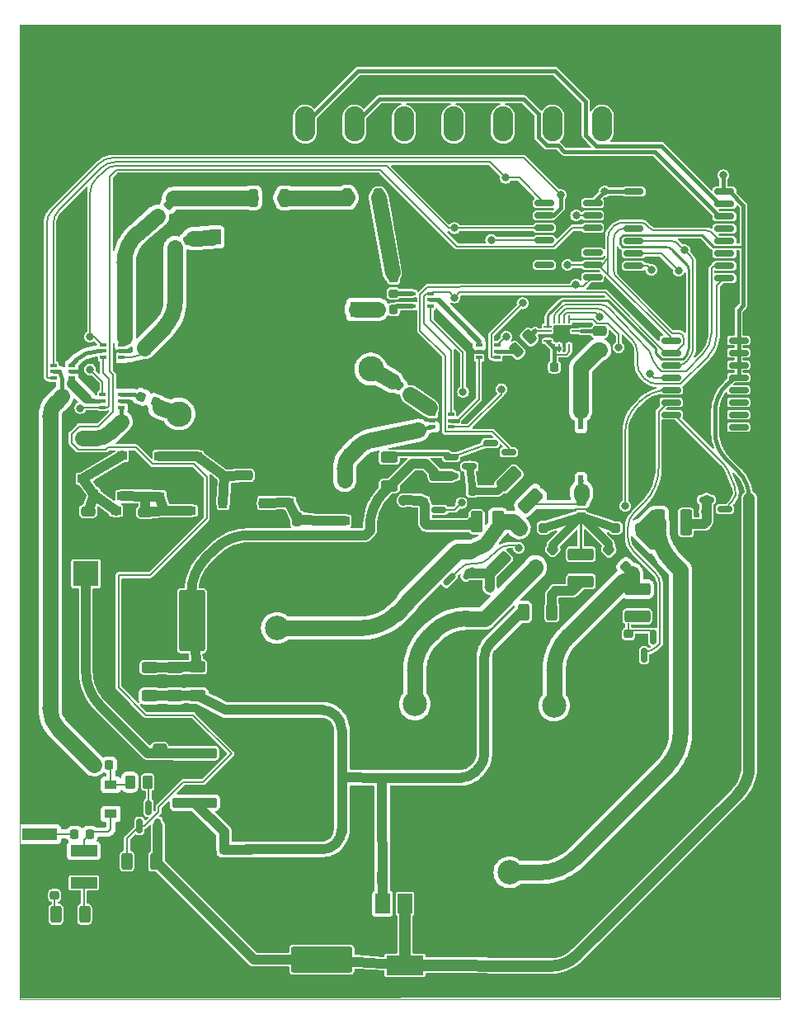
<source format=gtl>
G04 #@! TF.GenerationSoftware,KiCad,Pcbnew,(7.0.0-0)*
G04 #@! TF.CreationDate,2023-05-10T16:18:41+02:00*
G04 #@! TF.ProjectId,Filter-forest-v3,46696c74-6572-42d6-966f-726573742d76,rev?*
G04 #@! TF.SameCoordinates,Original*
G04 #@! TF.FileFunction,Copper,L1,Top*
G04 #@! TF.FilePolarity,Positive*
%FSLAX46Y46*%
G04 Gerber Fmt 4.6, Leading zero omitted, Abs format (unit mm)*
G04 Created by KiCad (PCBNEW (7.0.0-0)) date 2023-05-10 16:18:41*
%MOMM*%
%LPD*%
G01*
G04 APERTURE LIST*
G04 Aperture macros list*
%AMRoundRect*
0 Rectangle with rounded corners*
0 $1 Rounding radius*
0 $2 $3 $4 $5 $6 $7 $8 $9 X,Y pos of 4 corners*
0 Add a 4 corners polygon primitive as box body*
4,1,4,$2,$3,$4,$5,$6,$7,$8,$9,$2,$3,0*
0 Add four circle primitives for the rounded corners*
1,1,$1+$1,$2,$3*
1,1,$1+$1,$4,$5*
1,1,$1+$1,$6,$7*
1,1,$1+$1,$8,$9*
0 Add four rect primitives between the rounded corners*
20,1,$1+$1,$2,$3,$4,$5,0*
20,1,$1+$1,$4,$5,$6,$7,0*
20,1,$1+$1,$6,$7,$8,$9,0*
20,1,$1+$1,$8,$9,$2,$3,0*%
%AMFreePoly0*
4,1,9,3.862500,-0.866500,0.737500,-0.866500,0.737500,-0.450000,-0.737500,-0.450000,-0.737500,0.450000,0.737500,0.450000,0.737500,0.866500,3.862500,0.866500,3.862500,-0.866500,3.862500,-0.866500,$1*%
G04 Aperture macros list end*
G04 #@! TA.AperFunction,SMDPad,CuDef*
%ADD10RoundRect,0.250000X-0.475000X0.250000X-0.475000X-0.250000X0.475000X-0.250000X0.475000X0.250000X0*%
G04 #@! TD*
G04 #@! TA.AperFunction,SMDPad,CuDef*
%ADD11R,0.650000X0.400000*%
G04 #@! TD*
G04 #@! TA.AperFunction,SMDPad,CuDef*
%ADD12RoundRect,0.250000X0.625000X-0.312500X0.625000X0.312500X-0.625000X0.312500X-0.625000X-0.312500X0*%
G04 #@! TD*
G04 #@! TA.AperFunction,SMDPad,CuDef*
%ADD13RoundRect,0.150000X-0.825000X-0.150000X0.825000X-0.150000X0.825000X0.150000X-0.825000X0.150000X0*%
G04 #@! TD*
G04 #@! TA.AperFunction,ComponentPad*
%ADD14R,2.600000X2.600000*%
G04 #@! TD*
G04 #@! TA.AperFunction,ComponentPad*
%ADD15O,2.600000X2.600000*%
G04 #@! TD*
G04 #@! TA.AperFunction,SMDPad,CuDef*
%ADD16RoundRect,0.249600X-0.270400X-0.650400X0.270400X-0.650400X0.270400X0.650400X-0.270400X0.650400X0*%
G04 #@! TD*
G04 #@! TA.AperFunction,SMDPad,CuDef*
%ADD17RoundRect,0.152500X-0.152500X-0.470000X0.152500X-0.470000X0.152500X0.470000X-0.152500X0.470000X0*%
G04 #@! TD*
G04 #@! TA.AperFunction,ComponentPad*
%ADD18C,0.610000*%
G04 #@! TD*
G04 #@! TA.AperFunction,SMDPad,CuDef*
%ADD19RoundRect,0.250000X-0.625000X0.312500X-0.625000X-0.312500X0.625000X-0.312500X0.625000X0.312500X0*%
G04 #@! TD*
G04 #@! TA.AperFunction,SMDPad,CuDef*
%ADD20RoundRect,0.150000X0.587500X0.150000X-0.587500X0.150000X-0.587500X-0.150000X0.587500X-0.150000X0*%
G04 #@! TD*
G04 #@! TA.AperFunction,ComponentPad*
%ADD21C,2.500000*%
G04 #@! TD*
G04 #@! TA.AperFunction,ComponentPad*
%ADD22C,3.500000*%
G04 #@! TD*
G04 #@! TA.AperFunction,SMDPad,CuDef*
%ADD23RoundRect,0.150000X-0.309359X-0.521491X0.521491X0.309359X0.309359X0.521491X-0.521491X-0.309359X0*%
G04 #@! TD*
G04 #@! TA.AperFunction,SMDPad,CuDef*
%ADD24RoundRect,0.225000X0.225000X0.250000X-0.225000X0.250000X-0.225000X-0.250000X0.225000X-0.250000X0*%
G04 #@! TD*
G04 #@! TA.AperFunction,SMDPad,CuDef*
%ADD25R,2.700000X1.150000*%
G04 #@! TD*
G04 #@! TA.AperFunction,SMDPad,CuDef*
%ADD26RoundRect,0.225000X0.250000X-0.225000X0.250000X0.225000X-0.250000X0.225000X-0.250000X-0.225000X0*%
G04 #@! TD*
G04 #@! TA.AperFunction,SMDPad,CuDef*
%ADD27RoundRect,0.218750X-0.381250X0.218750X-0.381250X-0.218750X0.381250X-0.218750X0.381250X0.218750X0*%
G04 #@! TD*
G04 #@! TA.AperFunction,SMDPad,CuDef*
%ADD28RoundRect,0.225000X-0.225000X-0.250000X0.225000X-0.250000X0.225000X0.250000X-0.225000X0.250000X0*%
G04 #@! TD*
G04 #@! TA.AperFunction,SMDPad,CuDef*
%ADD29RoundRect,0.250000X-0.262500X-0.450000X0.262500X-0.450000X0.262500X0.450000X-0.262500X0.450000X0*%
G04 #@! TD*
G04 #@! TA.AperFunction,SMDPad,CuDef*
%ADD30R,1.000000X0.850000*%
G04 #@! TD*
G04 #@! TA.AperFunction,SMDPad,CuDef*
%ADD31RoundRect,0.250000X0.250000X0.475000X-0.250000X0.475000X-0.250000X-0.475000X0.250000X-0.475000X0*%
G04 #@! TD*
G04 #@! TA.AperFunction,SMDPad,CuDef*
%ADD32R,0.850000X1.000000*%
G04 #@! TD*
G04 #@! TA.AperFunction,SMDPad,CuDef*
%ADD33RoundRect,0.250000X0.250000X0.250000X-0.250000X0.250000X-0.250000X-0.250000X0.250000X-0.250000X0*%
G04 #@! TD*
G04 #@! TA.AperFunction,SMDPad,CuDef*
%ADD34RoundRect,0.225000X-0.250000X0.225000X-0.250000X-0.225000X0.250000X-0.225000X0.250000X0.225000X0*%
G04 #@! TD*
G04 #@! TA.AperFunction,SMDPad,CuDef*
%ADD35RoundRect,0.250000X0.312500X0.625000X-0.312500X0.625000X-0.312500X-0.625000X0.312500X-0.625000X0*%
G04 #@! TD*
G04 #@! TA.AperFunction,SMDPad,CuDef*
%ADD36RoundRect,0.250000X0.159099X-0.512652X0.512652X-0.159099X-0.159099X0.512652X-0.512652X0.159099X0*%
G04 #@! TD*
G04 #@! TA.AperFunction,SMDPad,CuDef*
%ADD37RoundRect,0.250000X0.475000X-0.250000X0.475000X0.250000X-0.475000X0.250000X-0.475000X-0.250000X0*%
G04 #@! TD*
G04 #@! TA.AperFunction,SMDPad,CuDef*
%ADD38RoundRect,0.250000X-2.050000X-0.300000X2.050000X-0.300000X2.050000X0.300000X-2.050000X0.300000X0*%
G04 #@! TD*
G04 #@! TA.AperFunction,SMDPad,CuDef*
%ADD39RoundRect,0.250000X-2.025000X-2.375000X2.025000X-2.375000X2.025000X2.375000X-2.025000X2.375000X0*%
G04 #@! TD*
G04 #@! TA.AperFunction,SMDPad,CuDef*
%ADD40RoundRect,0.250002X-4.449998X-5.149998X4.449998X-5.149998X4.449998X5.149998X-4.449998X5.149998X0*%
G04 #@! TD*
G04 #@! TA.AperFunction,SMDPad,CuDef*
%ADD41RoundRect,0.250000X-0.250000X-0.475000X0.250000X-0.475000X0.250000X0.475000X-0.250000X0.475000X0*%
G04 #@! TD*
G04 #@! TA.AperFunction,SMDPad,CuDef*
%ADD42RoundRect,0.225000X-0.296936X-0.157969X0.125926X-0.311878X0.296936X0.157969X-0.125926X0.311878X0*%
G04 #@! TD*
G04 #@! TA.AperFunction,SMDPad,CuDef*
%ADD43RoundRect,0.250000X-0.375000X-0.850000X0.375000X-0.850000X0.375000X0.850000X-0.375000X0.850000X0*%
G04 #@! TD*
G04 #@! TA.AperFunction,ComponentPad*
%ADD44C,5.600000*%
G04 #@! TD*
G04 #@! TA.AperFunction,SMDPad,CuDef*
%ADD45RoundRect,0.250000X2.900000X-1.087500X2.900000X1.087500X-2.900000X1.087500X-2.900000X-1.087500X0*%
G04 #@! TD*
G04 #@! TA.AperFunction,SMDPad,CuDef*
%ADD46RoundRect,0.250000X1.087500X2.900000X-1.087500X2.900000X-1.087500X-2.900000X1.087500X-2.900000X0*%
G04 #@! TD*
G04 #@! TA.AperFunction,SMDPad,CuDef*
%ADD47RoundRect,0.250000X0.000000X-0.353553X0.353553X0.000000X0.000000X0.353553X-0.353553X0.000000X0*%
G04 #@! TD*
G04 #@! TA.AperFunction,SMDPad,CuDef*
%ADD48RoundRect,0.225000X0.017678X-0.335876X0.335876X-0.017678X-0.017678X0.335876X-0.335876X0.017678X0*%
G04 #@! TD*
G04 #@! TA.AperFunction,ComponentPad*
%ADD49C,0.600000*%
G04 #@! TD*
G04 #@! TA.AperFunction,SMDPad,CuDef*
%ADD50R,0.510000X1.020000*%
G04 #@! TD*
G04 #@! TA.AperFunction,SMDPad,CuDef*
%ADD51R,4.200000X4.020000*%
G04 #@! TD*
G04 #@! TA.AperFunction,SMDPad,CuDef*
%ADD52RoundRect,0.218750X0.218750X0.381250X-0.218750X0.381250X-0.218750X-0.381250X0.218750X-0.381250X0*%
G04 #@! TD*
G04 #@! TA.AperFunction,SMDPad,CuDef*
%ADD53RoundRect,0.250000X-1.025305X-0.494975X-0.494975X-1.025305X1.025305X0.494975X0.494975X1.025305X0*%
G04 #@! TD*
G04 #@! TA.AperFunction,SMDPad,CuDef*
%ADD54RoundRect,0.150000X-0.587500X-0.150000X0.587500X-0.150000X0.587500X0.150000X-0.587500X0.150000X0*%
G04 #@! TD*
G04 #@! TA.AperFunction,SMDPad,CuDef*
%ADD55RoundRect,0.218750X0.381250X-0.218750X0.381250X0.218750X-0.381250X0.218750X-0.381250X-0.218750X0*%
G04 #@! TD*
G04 #@! TA.AperFunction,SMDPad,CuDef*
%ADD56R,3.600000X1.270000*%
G04 #@! TD*
G04 #@! TA.AperFunction,SMDPad,CuDef*
%ADD57R,4.200000X1.350000*%
G04 #@! TD*
G04 #@! TA.AperFunction,SMDPad,CuDef*
%ADD58RoundRect,0.250000X-1.069499X-0.486136X-0.486136X-1.069499X1.069499X0.486136X0.486136X1.069499X0*%
G04 #@! TD*
G04 #@! TA.AperFunction,SMDPad,CuDef*
%ADD59RoundRect,0.250000X-1.075000X0.375000X-1.075000X-0.375000X1.075000X-0.375000X1.075000X0.375000X0*%
G04 #@! TD*
G04 #@! TA.AperFunction,SMDPad,CuDef*
%ADD60RoundRect,0.225000X-0.069856X-0.329006X0.319856X-0.104006X0.069856X0.329006X-0.319856X0.104006X0*%
G04 #@! TD*
G04 #@! TA.AperFunction,SMDPad,CuDef*
%ADD61R,1.200000X1.600000*%
G04 #@! TD*
G04 #@! TA.AperFunction,SMDPad,CuDef*
%ADD62RoundRect,0.250000X-0.250000X-0.250000X0.250000X-0.250000X0.250000X0.250000X-0.250000X0.250000X0*%
G04 #@! TD*
G04 #@! TA.AperFunction,SMDPad,CuDef*
%ADD63RoundRect,0.150000X0.150000X-0.587500X0.150000X0.587500X-0.150000X0.587500X-0.150000X-0.587500X0*%
G04 #@! TD*
G04 #@! TA.AperFunction,ComponentPad*
%ADD64RoundRect,0.249999X0.790001X1.550001X-0.790001X1.550001X-0.790001X-1.550001X0.790001X-1.550001X0*%
G04 #@! TD*
G04 #@! TA.AperFunction,ComponentPad*
%ADD65O,2.080000X3.600000*%
G04 #@! TD*
G04 #@! TA.AperFunction,SMDPad,CuDef*
%ADD66RoundRect,0.250000X0.353553X0.000000X0.000000X0.353553X-0.353553X0.000000X0.000000X-0.353553X0*%
G04 #@! TD*
G04 #@! TA.AperFunction,SMDPad,CuDef*
%ADD67RoundRect,0.250000X0.375000X1.075000X-0.375000X1.075000X-0.375000X-1.075000X0.375000X-1.075000X0*%
G04 #@! TD*
G04 #@! TA.AperFunction,SMDPad,CuDef*
%ADD68RoundRect,0.150000X-0.875000X-0.150000X0.875000X-0.150000X0.875000X0.150000X-0.875000X0.150000X0*%
G04 #@! TD*
G04 #@! TA.AperFunction,SMDPad,CuDef*
%ADD69RoundRect,0.150000X-0.837500X-0.150000X0.837500X-0.150000X0.837500X0.150000X-0.837500X0.150000X0*%
G04 #@! TD*
G04 #@! TA.AperFunction,SMDPad,CuDef*
%ADD70RoundRect,0.225000X-0.333057X-0.046884X0.011663X-0.336138X0.333057X0.046884X-0.011663X0.336138X0*%
G04 #@! TD*
G04 #@! TA.AperFunction,SMDPad,CuDef*
%ADD71R,1.300000X0.900000*%
G04 #@! TD*
G04 #@! TA.AperFunction,SMDPad,CuDef*
%ADD72FreePoly0,180.000000*%
G04 #@! TD*
G04 #@! TA.AperFunction,SMDPad,CuDef*
%ADD73RoundRect,0.250000X1.075000X-0.375000X1.075000X0.375000X-1.075000X0.375000X-1.075000X-0.375000X0*%
G04 #@! TD*
G04 #@! TA.AperFunction,SMDPad,CuDef*
%ADD74RoundRect,0.062500X-0.337500X-0.062500X0.337500X-0.062500X0.337500X0.062500X-0.337500X0.062500X0*%
G04 #@! TD*
G04 #@! TA.AperFunction,SMDPad,CuDef*
%ADD75RoundRect,0.062500X-0.062500X-0.337500X0.062500X-0.337500X0.062500X0.337500X-0.062500X0.337500X0*%
G04 #@! TD*
G04 #@! TA.AperFunction,SMDPad,CuDef*
%ADD76RoundRect,0.250000X-0.600000X-0.600000X0.600000X-0.600000X0.600000X0.600000X-0.600000X0.600000X0*%
G04 #@! TD*
G04 #@! TA.AperFunction,SMDPad,CuDef*
%ADD77R,1.500000X2.000000*%
G04 #@! TD*
G04 #@! TA.AperFunction,SMDPad,CuDef*
%ADD78R,3.800000X2.000000*%
G04 #@! TD*
G04 #@! TA.AperFunction,ComponentPad*
%ADD79C,2.610000*%
G04 #@! TD*
G04 #@! TA.AperFunction,ComponentPad*
%ADD80O,1.800000X1.000000*%
G04 #@! TD*
G04 #@! TA.AperFunction,ViaPad*
%ADD81C,0.800000*%
G04 #@! TD*
G04 #@! TA.AperFunction,Conductor*
%ADD82C,0.200000*%
G04 #@! TD*
G04 #@! TA.AperFunction,Conductor*
%ADD83C,0.400000*%
G04 #@! TD*
G04 #@! TA.AperFunction,Conductor*
%ADD84C,0.250000*%
G04 #@! TD*
G04 #@! TA.AperFunction,Conductor*
%ADD85C,1.000000*%
G04 #@! TD*
G04 #@! TA.AperFunction,Conductor*
%ADD86C,1.600000*%
G04 #@! TD*
G04 #@! TA.AperFunction,Conductor*
%ADD87C,0.800000*%
G04 #@! TD*
G04 #@! TA.AperFunction,Conductor*
%ADD88C,1.200000*%
G04 #@! TD*
G04 #@! TA.AperFunction,Conductor*
%ADD89C,0.450000*%
G04 #@! TD*
G04 #@! TA.AperFunction,Conductor*
%ADD90C,0.500000*%
G04 #@! TD*
G04 #@! TA.AperFunction,Conductor*
%ADD91C,1.400000*%
G04 #@! TD*
G04 #@! TA.AperFunction,Conductor*
%ADD92C,0.850000*%
G04 #@! TD*
G04 #@! TA.AperFunction,Profile*
%ADD93C,0.100000*%
G04 #@! TD*
G04 APERTURE END LIST*
D10*
X101000000Y-80000000D03*
X101000000Y-81900000D03*
X95130000Y-79920000D03*
X95130000Y-81820000D03*
D11*
X98565999Y-64117999D03*
X98565999Y-63467999D03*
X98565999Y-62817999D03*
X96665999Y-62817999D03*
X96665999Y-63467999D03*
X96665999Y-64117999D03*
D12*
X126040000Y-77322500D03*
X126040000Y-74397500D03*
D13*
X141975000Y-48280000D03*
X141975000Y-49550000D03*
X141975000Y-50820000D03*
X141975000Y-52090000D03*
X141975000Y-53360000D03*
X141975000Y-54630000D03*
X141975000Y-55900000D03*
X146925000Y-55900000D03*
X146925000Y-54630000D03*
X146925000Y-53360000D03*
X146925000Y-52090000D03*
X146925000Y-50820000D03*
X146925000Y-49550000D03*
X146925000Y-48280000D03*
D14*
X94899999Y-86319999D03*
D15*
X94899999Y-101559999D03*
D16*
X112066000Y-47752000D03*
D17*
X113691000Y-48679500D03*
D18*
X113691000Y-48857000D03*
D16*
X115316000Y-47752000D03*
D18*
X113691000Y-46647000D03*
D17*
X113691000Y-46824500D03*
D19*
X106300000Y-95887500D03*
X106300000Y-98812500D03*
D20*
X160477500Y-79680000D03*
X160477500Y-77780000D03*
X158602500Y-78730000D03*
D21*
X128660000Y-99710000D03*
D22*
X124260000Y-95410000D03*
X124360000Y-103910000D03*
X132960000Y-95410000D03*
X132960000Y-104010000D03*
D23*
X132225336Y-86921161D03*
X133568839Y-88264664D03*
X134222913Y-86267087D03*
D24*
X130652500Y-76290000D03*
X129102500Y-76290000D03*
D19*
X103990000Y-95927500D03*
X103990000Y-98852500D03*
D25*
X94699999Y-114744999D03*
X94699999Y-118044999D03*
D26*
X91700000Y-119330000D03*
X91700000Y-117780000D03*
D27*
X102900000Y-79867500D03*
X102900000Y-81992500D03*
D28*
X141435000Y-65100000D03*
X142985000Y-65100000D03*
D29*
X99417500Y-107696000D03*
X101242500Y-107696000D03*
D30*
X94579999Y-76574999D03*
X94579999Y-72424999D03*
D31*
X116560000Y-80700000D03*
X114660000Y-80700000D03*
D30*
X102459999Y-74254999D03*
X102459999Y-78404999D03*
D11*
X128389999Y-57569999D03*
X128389999Y-58219999D03*
X128389999Y-58869999D03*
X130289999Y-58869999D03*
X130289999Y-58219999D03*
X130289999Y-57569999D03*
D26*
X109100000Y-116205000D03*
X109100000Y-114655000D03*
D10*
X147640000Y-61440000D03*
X147640000Y-63340000D03*
D32*
X113124999Y-79059999D03*
X108974999Y-79059999D03*
D28*
X93735000Y-113035000D03*
X95285000Y-113035000D03*
D33*
X151780000Y-81620000D03*
X149280000Y-81620000D03*
D21*
X114510000Y-91880000D03*
D22*
X110110000Y-87580000D03*
X110210000Y-96080000D03*
X118810000Y-87580000D03*
X118810000Y-96180000D03*
D19*
X101500000Y-95927500D03*
X101500000Y-98852500D03*
D34*
X145750000Y-78895000D03*
X145750000Y-80445000D03*
D20*
X138297500Y-73860000D03*
X138297500Y-71960000D03*
X136422500Y-72910000D03*
D35*
X94762500Y-121265000D03*
X91837500Y-121265000D03*
D28*
X124955000Y-59182000D03*
X126505000Y-59182000D03*
D36*
X139078249Y-63381751D03*
X140421751Y-62038249D03*
D37*
X111290000Y-76220000D03*
X111290000Y-74320000D03*
D38*
X106085000Y-104725000D03*
D39*
X112810000Y-104490000D03*
X112810000Y-110040000D03*
D40*
X115235000Y-107265000D03*
D39*
X117660000Y-104490000D03*
X117660000Y-110040000D03*
D38*
X106085000Y-109805000D03*
D30*
X121459999Y-76744999D03*
X121459999Y-80894999D03*
D41*
X125320000Y-117520000D03*
X127220000Y-117520000D03*
D20*
X131147500Y-79760000D03*
X131147500Y-77860000D03*
X129272500Y-78810000D03*
D42*
X100601738Y-68164934D03*
X102058262Y-68695066D03*
D43*
X135032500Y-81000000D03*
X137182500Y-81000000D03*
D16*
X121716000Y-47702000D03*
D17*
X123341000Y-48629500D03*
D18*
X123341000Y-48807000D03*
D16*
X124966000Y-47702000D03*
D18*
X123341000Y-46597000D03*
D17*
X123341000Y-46774500D03*
D44*
X162104404Y-34030000D03*
D26*
X150610000Y-94047500D03*
X150610000Y-92497500D03*
D11*
X93445999Y-66227999D03*
X93445999Y-65577999D03*
X93445999Y-64927999D03*
X91545999Y-64927999D03*
X91545999Y-65577999D03*
X91545999Y-66227999D03*
D30*
X106279999Y-74264999D03*
X106279999Y-78414999D03*
D21*
X138380000Y-116960000D03*
D22*
X133980000Y-112660000D03*
X134080000Y-121160000D03*
X142680000Y-112660000D03*
X142680000Y-121260000D03*
D35*
X142732500Y-90240000D03*
X139807500Y-90240000D03*
D44*
X91864000Y-34030000D03*
D11*
X135259999Y-62849999D03*
X135259999Y-63499999D03*
X135259999Y-64149999D03*
X137159999Y-64149999D03*
X137159999Y-63499999D03*
X137159999Y-62849999D03*
D45*
X119110000Y-125917500D03*
X119110000Y-120042500D03*
D46*
X105782500Y-91140000D03*
X99907500Y-91140000D03*
D47*
X141046117Y-85588883D03*
X142813883Y-83821117D03*
D48*
X135251992Y-88838008D03*
X136348008Y-87741992D03*
D49*
X147987500Y-67510800D03*
X143725000Y-67510800D03*
X147412500Y-68294000D03*
X143925000Y-68294000D03*
X147987500Y-69077200D03*
X143725000Y-69077200D03*
X142950000Y-69860400D03*
X147412500Y-69870000D03*
X143925000Y-69870000D03*
X148375000Y-70252000D03*
X141787500Y-70252000D03*
X148375000Y-71035200D03*
X141787500Y-71035200D03*
X149150000Y-71426800D03*
X148375000Y-71818400D03*
X141787500Y-71818400D03*
X143327500Y-72200000D03*
X149150000Y-72210000D03*
X146437500Y-72210000D03*
X145662500Y-72210000D03*
X144887500Y-72210000D03*
X144112500Y-72210000D03*
X148375000Y-72601600D03*
X141787500Y-72601600D03*
X146825000Y-72860000D03*
X146050000Y-72860000D03*
X145275000Y-72860000D03*
X144500000Y-72860000D03*
X143725000Y-72885000D03*
X149150000Y-72993200D03*
X148375000Y-73384800D03*
X141787500Y-73384800D03*
X146437500Y-73510000D03*
X145662500Y-73510000D03*
X144887500Y-73510000D03*
X144112500Y-73510000D03*
X143337500Y-73510000D03*
X149150000Y-73776400D03*
X146825000Y-74160000D03*
X146050000Y-74160000D03*
X145275000Y-74160000D03*
X144500000Y-74160000D03*
X143725000Y-74160000D03*
X148375000Y-74168000D03*
X141787500Y-74168000D03*
X149150000Y-74559600D03*
X146437500Y-74810000D03*
X145662500Y-74810000D03*
X144887500Y-74810000D03*
X144112500Y-74810000D03*
X143337500Y-74810000D03*
X148375000Y-74951200D03*
X141787500Y-74951200D03*
X149150000Y-75342800D03*
X146825000Y-75460000D03*
X146050000Y-75460000D03*
X145275000Y-75460000D03*
X144500000Y-75460000D03*
X143725000Y-75460000D03*
X148375000Y-75734400D03*
X141787500Y-75734400D03*
X149150000Y-76126000D03*
X148375000Y-76517600D03*
X141787500Y-76517600D03*
X149150000Y-76909200D03*
X148375000Y-77300800D03*
X141787500Y-77300800D03*
X144312500Y-77692400D03*
X142950000Y-77692400D03*
X143725000Y-78475600D03*
D50*
X146992499Y-71104999D03*
X144452499Y-71104999D03*
X143182499Y-71104999D03*
D51*
X145087499Y-73859999D03*
D50*
X146992499Y-76614999D03*
X144452499Y-76614999D03*
X143182499Y-76614999D03*
X145727499Y-70979999D03*
X145727499Y-76759999D03*
D52*
X95762500Y-78210000D03*
X93637500Y-78210000D03*
D53*
X137300051Y-85290051D03*
X139279949Y-87269949D03*
D24*
X159855000Y-81220000D03*
X158305000Y-81220000D03*
D11*
X130489999Y-69949999D03*
X130489999Y-70599999D03*
X130489999Y-71249999D03*
X132389999Y-71249999D03*
X132389999Y-70599999D03*
X132389999Y-69949999D03*
D54*
X132410000Y-74370000D03*
X132410000Y-76270000D03*
X134285000Y-75320000D03*
D28*
X128355000Y-81320000D03*
X129905000Y-81320000D03*
D55*
X109140000Y-76332500D03*
X109140000Y-74207500D03*
D34*
X126480000Y-56015000D03*
X126480000Y-57565000D03*
D21*
X142970000Y-99840000D03*
D22*
X138570000Y-95540000D03*
X138670000Y-104040000D03*
X147270000Y-95540000D03*
X147270000Y-104140000D03*
D11*
X98505999Y-69237999D03*
X98505999Y-68587999D03*
X98505999Y-67937999D03*
X96605999Y-67937999D03*
X96605999Y-68587999D03*
X96605999Y-69237999D03*
D30*
X98599999Y-78374999D03*
X98599999Y-74224999D03*
D56*
X90159999Y-113029999D03*
D57*
X90359999Y-110204999D03*
X90359999Y-115854999D03*
D58*
X138345146Y-76595146D03*
X140554854Y-78804854D03*
D59*
X145710000Y-84317500D03*
X145710000Y-87117500D03*
D60*
X104067660Y-52845000D03*
X105410000Y-52070000D03*
D61*
X108141999Y-51781999D03*
X108141999Y-51781999D03*
X108141999Y-59181999D03*
X108141999Y-59181999D03*
X122641999Y-59181999D03*
X122641999Y-51781999D03*
X111341999Y-51781999D03*
X111341999Y-59181999D03*
X113791999Y-51781999D03*
X113791999Y-59181999D03*
X116991999Y-51781999D03*
X116991999Y-59181999D03*
X119441999Y-51781999D03*
X119441999Y-59181999D03*
D62*
X139390000Y-81605000D03*
X141890000Y-81605000D03*
D37*
X111400000Y-116530000D03*
X111400000Y-114630000D03*
D10*
X102470000Y-102380000D03*
X102470000Y-104280000D03*
D63*
X152190000Y-94682500D03*
X154090000Y-94682500D03*
X153140000Y-92807500D03*
D64*
X152950000Y-40190000D03*
D65*
X147869999Y-40189999D03*
X142789999Y-40189999D03*
X137709999Y-40189999D03*
X132629999Y-40189999D03*
X127549999Y-40189999D03*
X122469999Y-40189999D03*
X117389999Y-40189999D03*
D44*
X91864000Y-125978000D03*
D66*
X150343883Y-85623883D03*
X148576117Y-83856117D03*
D24*
X97295000Y-105918000D03*
X95745000Y-105918000D03*
D67*
X156500000Y-81050000D03*
X153700000Y-81050000D03*
D68*
X151140000Y-47100000D03*
X151140000Y-48370000D03*
X151140000Y-49640000D03*
X151140000Y-50910000D03*
X151140000Y-52180000D03*
X151140000Y-53450000D03*
X151140000Y-54720000D03*
X151140000Y-55990000D03*
X160440000Y-55990000D03*
X160440000Y-54720000D03*
X160440000Y-53450000D03*
X160440000Y-52180000D03*
X160440000Y-50910000D03*
X160440000Y-49640000D03*
X160440000Y-48370000D03*
X160440000Y-47100000D03*
D69*
X154980000Y-62380000D03*
X154980000Y-63650000D03*
X154980000Y-64920000D03*
X154980000Y-66190000D03*
X154980000Y-67460000D03*
X154980000Y-68730000D03*
X154980000Y-70000000D03*
X154980000Y-71270000D03*
X161905000Y-71270000D03*
X161905000Y-70000000D03*
X161905000Y-68730000D03*
X161905000Y-67460000D03*
X161905000Y-66190000D03*
X161905000Y-64920000D03*
X161905000Y-63650000D03*
X161905000Y-62380000D03*
D55*
X118620000Y-80912500D03*
X118620000Y-78787500D03*
D30*
X105659999Y-79854999D03*
X105659999Y-84004999D03*
D35*
X102046500Y-115824000D03*
X99121500Y-115824000D03*
D70*
X126986316Y-66951840D03*
X128173684Y-67948160D03*
D71*
X97453999Y-110973999D03*
D72*
X97366500Y-109474000D03*
D71*
X97453999Y-107973999D03*
D73*
X151520000Y-90702500D03*
X151520000Y-87902500D03*
D30*
X97999999Y-79869999D03*
X97999999Y-84019999D03*
X115749999Y-79014999D03*
X115749999Y-74864999D03*
D63*
X100396000Y-112189500D03*
X102296000Y-112189500D03*
X101346000Y-110314500D03*
D74*
X142300000Y-60940000D03*
X142300000Y-61440000D03*
X142300000Y-61940000D03*
X142300000Y-62440000D03*
D75*
X143000000Y-63140000D03*
X143500000Y-63140000D03*
X144000000Y-63140000D03*
X144500000Y-63140000D03*
D74*
X145200000Y-62440000D03*
X145200000Y-61940000D03*
X145200000Y-61440000D03*
X145200000Y-60940000D03*
D75*
X144500000Y-60240000D03*
X144000000Y-60240000D03*
X143500000Y-60240000D03*
X143000000Y-60240000D03*
D49*
X143200000Y-61140000D03*
X143200000Y-61690000D03*
X143200000Y-62240000D03*
X143750000Y-61140000D03*
X143750000Y-61690000D03*
D76*
X143750000Y-61690000D03*
D49*
X143750000Y-62240000D03*
X144300000Y-61140000D03*
X144300000Y-61690000D03*
X144300000Y-62240000D03*
D28*
X141585000Y-88090000D03*
X143135000Y-88090000D03*
D48*
X102321992Y-49570008D03*
X103418008Y-48473992D03*
D28*
X133022500Y-77820000D03*
X134572500Y-77820000D03*
D77*
X129949999Y-120189999D03*
X127649999Y-120189999D03*
D78*
X127649999Y-126489999D03*
D77*
X125349999Y-120189999D03*
D44*
X162104404Y-125978000D03*
D79*
X124146480Y-69926160D03*
X104440000Y-69920000D03*
X104440000Y-65320000D03*
X124146480Y-65326160D03*
D80*
X121929999Y-63929999D03*
X121829999Y-71329999D03*
D79*
X116630000Y-65330000D03*
D80*
X114429999Y-63929999D03*
X114329999Y-71329999D03*
X106929999Y-63929999D03*
X106829999Y-71329999D03*
D81*
X96900000Y-82790000D03*
X115780000Y-73530000D03*
X157640000Y-74160000D03*
X113320000Y-80740000D03*
X162630000Y-73690000D03*
X108180000Y-108250000D03*
X99650000Y-69160000D03*
X158190000Y-57780000D03*
X109770000Y-110940000D03*
X133340000Y-62050000D03*
X109140000Y-72990000D03*
X101990000Y-83110000D03*
X127630000Y-69870000D03*
X109670000Y-106600000D03*
X113920000Y-113210000D03*
X111500000Y-73060000D03*
X108730000Y-101940000D03*
X93555500Y-63418000D03*
X128020000Y-77380000D03*
X139380000Y-49600000D03*
X119340000Y-112820000D03*
X118570000Y-77230000D03*
X151870000Y-60020000D03*
X114720000Y-101530000D03*
X154530000Y-57790000D03*
X119360000Y-102230000D03*
X104970000Y-102800000D03*
X139600000Y-54530000D03*
X95466000Y-66798000D03*
X93670000Y-74500000D03*
X99419373Y-65219873D03*
X106320000Y-77250000D03*
X160350000Y-45440000D03*
X148160000Y-47090000D03*
X133454891Y-79049963D03*
X152820000Y-65815731D03*
X139350000Y-83680000D03*
X150270000Y-79360000D03*
X144360000Y-54630000D03*
X132750000Y-50860000D03*
X132749500Y-57974604D03*
X95333500Y-61998000D03*
X95333500Y-65358000D03*
X138040000Y-62010000D03*
X137995000Y-45695000D03*
X156340000Y-53110000D03*
X139730000Y-58560000D03*
X143660000Y-47470000D03*
X94330001Y-69320001D03*
X137550000Y-67390000D03*
X133620000Y-67670000D03*
X136510000Y-52060000D03*
X145220000Y-56660500D03*
X145230000Y-49570000D03*
X149600000Y-63070000D03*
X155740000Y-55240000D03*
X152942612Y-55145439D03*
X147651198Y-59939696D03*
D82*
X144500000Y-60940000D02*
X144300000Y-61140000D01*
X145200000Y-61940000D02*
X144550000Y-61940000D01*
D83*
X99171246Y-65468000D02*
X99419373Y-65219873D01*
X98306000Y-65468000D02*
X99171246Y-65468000D01*
D82*
X145105000Y-79695000D02*
X146415000Y-79695000D01*
X145060000Y-79740000D02*
X145105000Y-79695000D01*
D84*
X97826000Y-63668000D02*
X97826000Y-64988000D01*
D83*
X99246000Y-65393246D02*
X99419373Y-65219873D01*
D84*
X98026000Y-63468000D02*
X97826000Y-63668000D01*
D82*
X145200000Y-60940000D02*
X144500000Y-60940000D01*
X144500000Y-62440000D02*
X144300000Y-62240000D01*
D84*
X129102500Y-76297500D02*
X128020000Y-77380000D01*
D83*
X93376000Y-65578000D02*
X94076000Y-65578000D01*
D82*
X156610000Y-36710000D02*
X161340000Y-36710000D01*
X146415000Y-79695000D02*
X146420000Y-79690000D01*
D83*
X98506000Y-68588000D02*
X99250000Y-68588000D01*
D82*
X145200000Y-60920000D02*
X145180000Y-60900000D01*
D83*
X98566000Y-63468000D02*
X99406000Y-63468000D01*
D84*
X129102500Y-76290000D02*
X130672500Y-77860000D01*
X134790000Y-63500000D02*
X133340000Y-62050000D01*
D82*
X144550000Y-61940000D02*
X144300000Y-61690000D01*
D83*
X99246000Y-65468000D02*
X99246000Y-65393246D01*
D84*
X98026000Y-63468000D02*
X98566000Y-63523000D01*
D82*
X152970000Y-40350000D02*
X156610000Y-36710000D01*
D84*
X97826000Y-64988000D02*
X98306000Y-65468000D01*
X135260000Y-63500000D02*
X134790000Y-63500000D01*
D82*
X145200000Y-62440000D02*
X144500000Y-62440000D01*
X145200000Y-61940000D02*
X145200000Y-62440000D01*
D85*
X95130000Y-79920000D02*
X95762500Y-78210000D01*
X95762500Y-78210000D02*
X98000000Y-79870000D01*
X94580000Y-76575000D02*
X98600000Y-74225000D01*
X94580000Y-76575000D02*
X95762500Y-78210000D01*
X105660000Y-79855000D02*
X102900000Y-79867500D01*
X101000000Y-80000000D02*
X100960000Y-78393342D01*
X98600000Y-78375000D02*
X100960000Y-78393342D01*
X102900000Y-79867500D02*
X102460000Y-78405000D01*
X101000000Y-80000000D02*
X102900000Y-79867500D01*
X102460000Y-78405000D02*
X100960000Y-78393342D01*
X106280000Y-74265000D02*
X109140000Y-76332500D01*
X109140000Y-76332500D02*
X111290000Y-76220000D01*
X106270000Y-74255000D02*
X106280000Y-74265000D01*
X109140000Y-76332500D02*
X108975000Y-79060000D01*
X102460000Y-74255000D02*
X106270000Y-74255000D01*
X113125000Y-79060000D02*
X115750000Y-79015000D01*
X115750000Y-79015000D02*
X116560000Y-80700000D01*
X116560000Y-80700000D02*
X118620000Y-80912500D01*
X118620000Y-80912500D02*
X121460000Y-80895000D01*
D86*
X124146480Y-65326160D02*
X126390000Y-66600000D01*
D82*
X91700000Y-119330000D02*
X91700000Y-121127500D01*
X103418008Y-48473992D02*
X104140000Y-47752000D01*
D86*
X103877000Y-47800000D02*
X111803000Y-47800000D01*
D85*
X132410000Y-76270000D02*
X130672500Y-76270000D01*
X124060000Y-81860000D02*
X123560000Y-82360000D01*
X130652500Y-76290000D02*
X130652500Y-75915431D01*
X105730000Y-88261068D02*
X105730000Y-90710000D01*
X106300000Y-95887500D02*
X105782500Y-91140000D01*
X101500000Y-95927500D02*
X106300000Y-95887500D01*
X123560000Y-82360000D02*
X111631068Y-82360000D01*
X124060000Y-81431068D02*
X124060000Y-81860000D01*
X128405000Y-75015000D02*
X125524466Y-77895534D01*
X130652500Y-75915431D02*
X129752069Y-75015000D01*
X129752069Y-75015000D02*
X128405000Y-75015000D01*
X130672500Y-76270000D02*
X130652500Y-76290000D01*
X108095534Y-83824466D02*
X107194466Y-84725534D01*
X125524482Y-77895550D02*
G75*
G03*
X124060000Y-81431068I3535518J-3535550D01*
G01*
X107194482Y-84725550D02*
G75*
G03*
X105730000Y-88261068I3535518J-3535550D01*
G01*
X111631068Y-82359978D02*
G75*
G03*
X108095535Y-83824467I32J-5000022D01*
G01*
D87*
X134572500Y-77820000D02*
X134285000Y-75320000D01*
X134572500Y-77820000D02*
X137120292Y-77820000D01*
X137120292Y-77820000D02*
X138345146Y-76595146D01*
D83*
X146925000Y-48280000D02*
X148105000Y-47100000D01*
X161409683Y-66190000D02*
X160661573Y-66938110D01*
X162400000Y-48527183D02*
X160972817Y-47100000D01*
D84*
X150020000Y-52780000D02*
X149815000Y-52575000D01*
X149815000Y-52551751D02*
X149790000Y-52526751D01*
D83*
X161905000Y-66190000D02*
X161905000Y-62380000D01*
X148170000Y-47100000D02*
X151140000Y-47100000D01*
D85*
X112140000Y-125917500D02*
X102046500Y-115824000D01*
D84*
X158140000Y-51580000D02*
X159340000Y-52780000D01*
X143967394Y-58305000D02*
X148475000Y-58305000D01*
D85*
X119110000Y-125917500D02*
X127650000Y-126490000D01*
D84*
X152211751Y-52805000D02*
X150068249Y-52805000D01*
X156814501Y-63105958D02*
X156814501Y-55228715D01*
D83*
X162400000Y-58760000D02*
X162400000Y-52780000D01*
X162400000Y-52780000D02*
X162400000Y-48527183D01*
D84*
X149815000Y-52575000D02*
X149815000Y-52551751D01*
D85*
X102296000Y-115574500D02*
X102296000Y-112189500D01*
D84*
X152236751Y-52780000D02*
X152211751Y-52805000D01*
D85*
X119110000Y-125917500D02*
X112140000Y-125917500D01*
D83*
X161905000Y-59255000D02*
X162400000Y-58760000D01*
D84*
X152211751Y-51555000D02*
X152236751Y-51580000D01*
X156521608Y-54521608D02*
X155072893Y-53072893D01*
X142592893Y-59502747D02*
X143665656Y-58429984D01*
X150068249Y-52805000D02*
X150043249Y-52780000D01*
D82*
X148105000Y-47100000D02*
X148150000Y-47100000D01*
D88*
X127650000Y-126490000D02*
X127650000Y-120190000D01*
D84*
X159343249Y-52780000D02*
X159368249Y-52805000D01*
X153375228Y-63205228D02*
X153375228Y-63704479D01*
X152236751Y-51580000D02*
X158140000Y-51580000D01*
D83*
X161905000Y-62380000D02*
X161905000Y-59255000D01*
D84*
X161536751Y-52780000D02*
X162400000Y-52780000D01*
D88*
X161828427Y-108951573D02*
X145361573Y-125418427D01*
D83*
X159490000Y-69766537D02*
X159490000Y-71783146D01*
D84*
X148475000Y-58305000D02*
X153375228Y-63205228D01*
D88*
X163000000Y-78606854D02*
X163000000Y-106123146D01*
D84*
X156417755Y-64011419D02*
X156652005Y-63652390D01*
D82*
X148150000Y-47100000D02*
X148160000Y-47090000D01*
D83*
X160661573Y-74611573D02*
X161828427Y-75778427D01*
D84*
X156154174Y-64275000D02*
X156417755Y-64011419D01*
X153375228Y-63704479D02*
X153945749Y-64275000D01*
X149790000Y-52526751D02*
X149790000Y-51833249D01*
X159368249Y-52805000D02*
X161511751Y-52805000D01*
X149790000Y-51833249D02*
X150068249Y-51555000D01*
X153945749Y-64275000D02*
X156154174Y-64275000D01*
D83*
X160350000Y-45440000D02*
X160350000Y-47010000D01*
D84*
X154365786Y-52780000D02*
X152236751Y-52780000D01*
X142300000Y-60940000D02*
X142300000Y-60209854D01*
D88*
X142600000Y-126589472D02*
X127650000Y-126490000D01*
D84*
X150068249Y-51555000D02*
X152211751Y-51555000D01*
D82*
X148160000Y-47090000D02*
X148170000Y-47100000D01*
D84*
X161511751Y-52805000D02*
X161536751Y-52780000D01*
X159340000Y-52780000D02*
X159343249Y-52780000D01*
X150043249Y-52780000D02*
X150020000Y-52780000D01*
D88*
X142533146Y-126590032D02*
G75*
G03*
X145361573Y-125418427I-46J4000032D01*
G01*
D84*
X156814490Y-55228715D02*
G75*
G03*
X156521608Y-54521608I-999990J15D01*
G01*
D83*
X160661554Y-66938091D02*
G75*
G03*
X159490000Y-69766537I2828446J-2828409D01*
G01*
D84*
X155072900Y-53072886D02*
G75*
G03*
X154365786Y-52780000I-707100J-707114D01*
G01*
X156652024Y-63652402D02*
G75*
G03*
X156814501Y-63105958I-837524J546402D01*
G01*
D83*
X159489968Y-71783146D02*
G75*
G03*
X160661573Y-74611573I4000032J46D01*
G01*
D84*
X142592916Y-59502770D02*
G75*
G03*
X142300000Y-60209854I707084J-707130D01*
G01*
D83*
X163000032Y-78606854D02*
G75*
G03*
X161828427Y-75778427I-4000032J-46D01*
G01*
D88*
X161828404Y-108951550D02*
G75*
G03*
X163000000Y-106123146I-2828404J2828450D01*
G01*
D84*
X143967394Y-58304990D02*
G75*
G03*
X143665656Y-58429984I6J-426710D01*
G01*
D85*
X125350000Y-120190000D02*
X125290000Y-107252464D01*
X111420000Y-114610000D02*
X111400000Y-114630000D01*
X109100000Y-114655000D02*
X109100000Y-112820000D01*
X121206321Y-112811323D02*
X121213679Y-107248677D01*
X111400000Y-114630000D02*
X109125000Y-114630000D01*
X106300000Y-98812500D02*
X101500000Y-98852500D01*
X109230000Y-100300000D02*
X119150000Y-100300000D01*
X135224213Y-106265787D02*
X134815786Y-106674214D01*
X119142644Y-114610000D02*
X111420000Y-114610000D01*
X133401573Y-107260000D02*
X125290000Y-107252464D01*
X125290000Y-107252464D02*
X121213679Y-107248677D01*
X109100000Y-112820000D02*
X106085000Y-109805000D01*
X135810000Y-94895927D02*
X135810000Y-104851573D01*
X121213679Y-102498677D02*
X121213679Y-107248677D01*
X139797500Y-90080000D02*
X136395786Y-93481714D01*
X109230000Y-100300000D02*
X106300000Y-98812500D01*
X109125000Y-114630000D02*
X109100000Y-114655000D01*
X119142644Y-114610043D02*
G75*
G03*
X121142641Y-112612646I-44J2000043D01*
G01*
X121150000Y-102300000D02*
G75*
G03*
X119150000Y-100300000I-2000000J0D01*
G01*
X133401573Y-107259980D02*
G75*
G03*
X134815785Y-106674213I27J1999980D01*
G01*
X136395772Y-93481700D02*
G75*
G03*
X135810000Y-94895927I1414228J-1414200D01*
G01*
X135224227Y-106265801D02*
G75*
G03*
X135810000Y-104851573I-1414227J1414201D01*
G01*
X106085000Y-104725000D02*
X101239266Y-104725000D01*
X101239266Y-104725000D02*
X96364466Y-99850200D01*
X94900000Y-96314666D02*
X94900000Y-86320000D01*
X94900024Y-96314666D02*
G75*
G03*
X96364466Y-99850200I4999976J-34D01*
G01*
D86*
X121666000Y-47752000D02*
X121716000Y-47702000D01*
X115316000Y-47752000D02*
X121666000Y-47752000D01*
D82*
X94700000Y-121202500D02*
X94700000Y-118045000D01*
X101346000Y-110314500D02*
X101346000Y-107799500D01*
X97341000Y-65553000D02*
X97341000Y-45530252D01*
X133024000Y-52760000D02*
X125134000Y-44870000D01*
X93430000Y-72901346D02*
X93430000Y-71948654D01*
X99121500Y-113464000D02*
X100396000Y-112189500D01*
X94168654Y-71210000D02*
X96162000Y-71210000D01*
X106934001Y-107696000D02*
X109855000Y-104775001D01*
X105918000Y-100838000D02*
X101092000Y-100838000D01*
X100023650Y-73343650D02*
X97165500Y-73343650D01*
X99121500Y-115824000D02*
X99121500Y-113464000D01*
X102362000Y-110236000D02*
X104902000Y-107696000D01*
X101477183Y-86462817D02*
X107300000Y-80640000D01*
X104902000Y-107696000D02*
X106934001Y-107696000D01*
X107300000Y-76420000D02*
X105939898Y-75059898D01*
X97165500Y-73343650D02*
X96934150Y-73575000D01*
X96934150Y-73575000D02*
X94103654Y-73575000D01*
X100396000Y-112189500D02*
X100916500Y-112189500D01*
X98270000Y-86462817D02*
X101477183Y-86462817D01*
X109855000Y-104775001D02*
X105918000Y-100838000D01*
X105939898Y-75059898D02*
X101739898Y-75059898D01*
X97700500Y-69671500D02*
X97700500Y-65912500D01*
X96162000Y-71210000D02*
X97700500Y-69671500D01*
X102362000Y-110744000D02*
X102362000Y-110236000D01*
X100916500Y-112189500D02*
X102362000Y-110744000D01*
X98270000Y-98016000D02*
X98270000Y-86462817D01*
X94103654Y-73575000D02*
X93430000Y-72901346D01*
X146925000Y-50820000D02*
X144856396Y-50820000D01*
X97700500Y-65912500D02*
X97341000Y-65553000D01*
X97341000Y-45530252D02*
X97991309Y-44879943D01*
X101092000Y-100838000D02*
X98270000Y-98016000D01*
X142916396Y-52760000D02*
X133024000Y-52760000D01*
X144856396Y-50820000D02*
X142916396Y-52760000D01*
X101739898Y-75059898D02*
X100023650Y-73343650D01*
X125134000Y-44870000D02*
X97990000Y-44870000D01*
X93430000Y-71948654D02*
X94168654Y-71210000D01*
X107300000Y-80640000D02*
X107300000Y-76420000D01*
X132744854Y-79760000D02*
X133454891Y-79049963D01*
X153194269Y-66190000D02*
X152820000Y-65815731D01*
X131147500Y-79760000D02*
X132744854Y-79760000D01*
X154980000Y-66190000D02*
X153194269Y-66190000D01*
D83*
X132055000Y-74015000D02*
X132410000Y-74370000D01*
X126040000Y-74397500D02*
X126422500Y-74015000D01*
D82*
X132410000Y-74370000D02*
X136422500Y-72910000D01*
D83*
X126422500Y-74015000D02*
X132055000Y-74015000D01*
D82*
X150270000Y-79360000D02*
X150270000Y-71836854D01*
X136324659Y-84709809D02*
X137058682Y-83975786D01*
X132225336Y-86921161D02*
X133439465Y-85707032D01*
X134432760Y-85295596D02*
X134910445Y-85295596D01*
X138472895Y-83390000D02*
X139060000Y-83390000D01*
X139060000Y-83390000D02*
X139350000Y-83680000D01*
X151441573Y-69008427D02*
X151818427Y-68631573D01*
X151441596Y-69008450D02*
G75*
G03*
X150270000Y-71836854I2828404J-2828450D01*
G01*
X134432760Y-85295560D02*
G75*
G03*
X133439465Y-85707032I40J-1404740D01*
G01*
X154646854Y-67459968D02*
G75*
G03*
X151818427Y-68631573I46J-4000032D01*
G01*
X134910445Y-85295628D02*
G75*
G03*
X136324658Y-84709808I-45J2000028D01*
G01*
X138472895Y-83389997D02*
G75*
G03*
X137058682Y-83975786I5J-2000003D01*
G01*
X153850000Y-93471396D02*
X153557182Y-93764214D01*
X152228034Y-79021966D02*
X151125786Y-80124214D01*
X153692500Y-69663604D02*
X153692500Y-75486432D01*
X154626104Y-68730000D02*
X153692500Y-69663604D01*
X153850000Y-87555734D02*
X153850000Y-93471396D01*
X151125787Y-84003094D02*
X153264214Y-86141521D01*
X150540000Y-81538427D02*
X150540000Y-82588880D01*
X150540015Y-82588880D02*
G75*
G03*
X151125788Y-84003093I1999985J-20D01*
G01*
X152228018Y-79021950D02*
G75*
G03*
X153692500Y-75486432I-3535518J3535550D01*
G01*
X151125772Y-80124200D02*
G75*
G03*
X150540000Y-81538427I1414228J-1414200D01*
G01*
X152142969Y-94349977D02*
G75*
G03*
X153557181Y-93764213I31J1999977D01*
G01*
X153849975Y-87555734D02*
G75*
G03*
X153264213Y-86141522I-1999975J34D01*
G01*
X160331776Y-74997880D02*
X155333896Y-70000000D01*
X160759098Y-75631871D02*
X161515168Y-77416398D01*
X160477500Y-79680000D02*
X161218714Y-78938786D01*
X160759106Y-75631868D02*
G75*
G03*
X160331775Y-74997881I-1841506J-780232D01*
G01*
X161218732Y-78938804D02*
G75*
G03*
X161515168Y-77416398I-981132J981104D01*
G01*
X148520000Y-53960000D02*
X148520000Y-55650040D01*
X147499960Y-54630000D02*
X148664980Y-55795020D01*
X146925000Y-54630000D02*
X144360000Y-54630000D01*
X154980000Y-62110040D02*
X154980000Y-62343604D01*
X146925000Y-54630000D02*
X147850000Y-54630000D01*
X152033804Y-50310000D02*
X149895610Y-50310000D01*
X160048604Y-52180000D02*
X159261497Y-51392893D01*
X149188503Y-50602893D02*
X148812893Y-50978503D01*
X147850000Y-54630000D02*
X148520000Y-53960000D01*
X148520000Y-51685610D02*
X148520000Y-53960000D01*
X158554390Y-51100000D02*
X153405610Y-51100000D01*
X148520000Y-55650040D02*
X148664980Y-55795020D01*
X152698503Y-50807107D02*
X152319902Y-50428506D01*
X148664980Y-55795020D02*
X154980000Y-62110040D01*
X152319899Y-50428509D02*
G75*
G03*
X152033804Y-50310000I-286099J-286091D01*
G01*
X148812888Y-50978498D02*
G75*
G03*
X148520000Y-51685610I707112J-707102D01*
G01*
X152698498Y-50807112D02*
G75*
G03*
X153405610Y-51100000I707102J707112D01*
G01*
X149895610Y-50310007D02*
G75*
G03*
X149188503Y-50602893I-10J-999993D01*
G01*
X159261502Y-51392888D02*
G75*
G03*
X158554390Y-51100000I-707102J-707112D01*
G01*
X129610000Y-60680000D02*
X129610000Y-57850000D01*
X141935000Y-50860000D02*
X132750000Y-50860000D01*
X129890000Y-57570000D02*
X130290000Y-57570000D01*
X96606000Y-66630500D02*
X95333500Y-65358000D01*
X95333500Y-47254927D02*
X95333500Y-61998000D01*
X149090000Y-55190863D02*
X149090000Y-51934214D01*
X149382893Y-51227107D02*
X149407107Y-51202893D01*
X130290000Y-57570000D02*
X130410000Y-57450000D01*
X133273605Y-57450499D02*
X132749500Y-57974604D01*
X150114214Y-50910000D02*
X150748604Y-50910000D01*
X132750000Y-50860000D02*
X132140000Y-50860000D01*
X132224896Y-57450000D02*
X132749500Y-57974604D01*
X155747455Y-61620000D02*
X155104923Y-61620000D01*
X132390000Y-69950000D02*
X132390000Y-63460000D01*
X96541000Y-62818000D02*
X95721000Y-61998000D01*
X96793447Y-44966553D02*
X95919286Y-45840714D01*
X155104923Y-61620000D02*
X149382893Y-55897970D01*
X125750000Y-44470000D02*
X97992232Y-44470000D01*
X132140000Y-50860000D02*
X125750000Y-44470000D01*
X148230499Y-57450499D02*
X133273605Y-57450499D01*
X129610000Y-57850000D02*
X129890000Y-57570000D01*
X132390000Y-63460000D02*
X129610000Y-60680000D01*
X156267500Y-62716396D02*
X156267500Y-62140045D01*
X95721000Y-61998000D02*
X95333500Y-61998000D01*
X154430000Y-63650000D02*
X148230499Y-57450499D01*
X155333896Y-63650000D02*
X156267500Y-62716396D01*
X130410000Y-57450000D02*
X132224896Y-57450000D01*
X96606000Y-67938000D02*
X96606000Y-66630500D01*
X95919272Y-45840700D02*
G75*
G03*
X95333500Y-47254927I1414228J-1414200D01*
G01*
X149382886Y-51227100D02*
G75*
G03*
X149090000Y-51934214I707114J-707100D01*
G01*
X149090026Y-55190863D02*
G75*
G03*
X149382893Y-55897970I999974J-37D01*
G01*
X97992232Y-44470012D02*
G75*
G03*
X96793447Y-44966553I-32J-1695288D01*
G01*
X150114214Y-50910010D02*
G75*
G03*
X149407107Y-51202893I-14J-999990D01*
G01*
X156267500Y-62140045D02*
G75*
G03*
X155747455Y-61620000I-520000J45D01*
G01*
X139390000Y-45695000D02*
X137995000Y-45695000D01*
X157239501Y-63263860D02*
X157239501Y-54423715D01*
X141975000Y-48280000D02*
X139390000Y-45695000D01*
X97907928Y-44070499D02*
X136370499Y-44070499D01*
X156598609Y-64493898D02*
X157058428Y-63837758D01*
X151531396Y-52180000D02*
X154995786Y-52180000D01*
X138000000Y-62010000D02*
X138040000Y-62010000D01*
X92131787Y-49018213D02*
X96493715Y-44656285D01*
X137160000Y-62850000D02*
X138000000Y-62010000D01*
X136370499Y-44070499D02*
X137995000Y-45695000D01*
X155702893Y-52472893D02*
X156340000Y-53110000D01*
X156946608Y-53716608D02*
X156340000Y-53110000D01*
X91546000Y-64928000D02*
X91546000Y-50432427D01*
X157058447Y-63837771D02*
G75*
G03*
X157239501Y-63263860I-818947J573871D01*
G01*
X92131773Y-49018199D02*
G75*
G03*
X91546000Y-50432427I1414227J-1414201D01*
G01*
X97907928Y-44070520D02*
G75*
G03*
X96493716Y-44656286I-28J-1999980D01*
G01*
X157239490Y-54423715D02*
G75*
G03*
X156946608Y-53716608I-999990J15D01*
G01*
X155702900Y-52472886D02*
G75*
G03*
X154995786Y-52180000I-707100J-707114D01*
G01*
X155779683Y-64919985D02*
G75*
G03*
X156598609Y-64493898I17J999985D01*
G01*
D83*
X142985000Y-65100000D02*
X142985000Y-63820000D01*
X142985000Y-63155000D02*
X143000000Y-63140000D01*
D82*
X143005000Y-63840000D02*
X142985000Y-63820000D01*
D83*
X143000000Y-63140000D02*
X143475000Y-63140000D01*
D82*
X144500000Y-63552652D02*
X144212652Y-63840000D01*
D83*
X142325000Y-62465000D02*
X142300000Y-62465000D01*
D82*
X144500000Y-63140000D02*
X144500000Y-63552652D01*
X144212652Y-63840000D02*
X143005000Y-63840000D01*
D83*
X143000000Y-63140000D02*
X142325000Y-62465000D01*
X142985000Y-63820000D02*
X142985000Y-63155000D01*
D89*
X137160000Y-63500000D02*
X138600000Y-63500000D01*
D82*
X142300000Y-61440000D02*
X141040000Y-61440000D01*
D90*
X141040000Y-61440000D02*
X140461751Y-62018249D01*
D82*
X145200000Y-61440000D02*
X145754074Y-61440000D01*
D83*
X147640000Y-61440000D02*
X145754074Y-61440000D01*
D86*
X107841000Y-51821000D02*
X105879000Y-51939000D01*
D83*
X143386468Y-42390000D02*
X144016468Y-43020000D01*
X141350000Y-41546468D02*
X141350000Y-39137817D01*
X142193532Y-42390000D02*
X141350000Y-41546468D01*
X144016468Y-43020000D02*
X153287183Y-43020000D01*
X139842183Y-37630000D02*
X125030000Y-37630000D01*
X153287183Y-43020000D02*
X159907183Y-49640000D01*
X141350000Y-39137817D02*
X139842183Y-37630000D01*
X143386468Y-42390000D02*
X142193532Y-42390000D01*
X125030000Y-37630000D02*
X122470000Y-40190000D01*
X146210000Y-41360000D02*
X147270000Y-42420000D01*
X122860000Y-34720000D02*
X143070000Y-34720000D01*
X117390000Y-40190000D02*
X122860000Y-34720000D01*
X146210000Y-37860000D02*
X146210000Y-41360000D01*
X147270000Y-42420000D02*
X153957183Y-42420000D01*
X153957183Y-42420000D02*
X159907183Y-48370000D01*
X143070000Y-34720000D02*
X146210000Y-37860000D01*
D82*
X97454000Y-107974000D02*
X97454000Y-106077000D01*
X99139500Y-107974000D02*
X97454000Y-107974000D01*
D86*
X92101180Y-102274180D02*
X95745000Y-105918000D01*
D83*
X91546000Y-65578000D02*
X92202000Y-65578000D01*
X92202000Y-65578000D02*
X92456000Y-66294000D01*
D86*
X92456000Y-68128000D02*
X91808286Y-68775714D01*
X91222500Y-70189927D02*
X91222500Y-100152859D01*
D83*
X92456000Y-66294000D02*
X92456000Y-68128000D01*
D86*
X91222529Y-100152859D02*
G75*
G03*
X92101180Y-102274180I2999971J-41D01*
G01*
X91808272Y-68775700D02*
G75*
G03*
X91222500Y-70189927I1414228J-1414200D01*
G01*
X137595000Y-81000000D02*
X138785000Y-81000000D01*
X138785000Y-81000000D02*
X139390000Y-81605000D01*
X127900000Y-89153461D02*
X133037865Y-84015596D01*
X123238932Y-91880000D02*
X114510000Y-91880000D01*
D91*
X137595000Y-81000000D02*
X135824912Y-83354913D01*
D86*
X127900000Y-89290000D02*
X126774466Y-90415534D01*
X127900000Y-89290000D02*
X127900000Y-89153461D01*
D91*
X135824912Y-83354913D02*
X134381095Y-84015596D01*
D86*
X133037865Y-84015596D02*
X134381095Y-84015596D01*
X123238932Y-91880022D02*
G75*
G03*
X126774465Y-90415533I-32J5000022D01*
G01*
X155076966Y-85076966D02*
X155950000Y-85950000D01*
X155950000Y-85950000D02*
X155950000Y-102608932D01*
X154485534Y-106144466D02*
X145134466Y-115495534D01*
X141598932Y-116960000D02*
X138380000Y-116960000D01*
X153612500Y-81050000D02*
X153612500Y-81541432D01*
X154485518Y-106144450D02*
G75*
G03*
X155950000Y-102608932I-3535518J3535550D01*
G01*
X153612478Y-81541432D02*
G75*
G03*
X155076967Y-85076965I5000022J32D01*
G01*
X141598932Y-116960022D02*
G75*
G03*
X145134465Y-115495533I-32J5000022D01*
G01*
X141046117Y-85588883D02*
X141046117Y-85693883D01*
X141046117Y-85693883D02*
X135830000Y-90910000D01*
X135830000Y-90910000D02*
X134031068Y-90910000D01*
X128660000Y-96281068D02*
X128660000Y-99710000D01*
X130495534Y-92374466D02*
X130124466Y-92745534D01*
X134031068Y-90909978D02*
G75*
G03*
X130495535Y-92374467I32J-5000022D01*
G01*
X130124482Y-92745550D02*
G75*
G03*
X128660000Y-96281068I3535518J-3535550D01*
G01*
X142970000Y-96261068D02*
X142970000Y-99840000D01*
X150120000Y-87040000D02*
X144434466Y-92725534D01*
X150926354Y-87040000D02*
X150120000Y-87040000D01*
X150926354Y-87040000D02*
X150926354Y-86331354D01*
X144434482Y-92725550D02*
G75*
G03*
X142970000Y-96261068I3535518J-3535550D01*
G01*
X145680000Y-69630000D02*
X145680000Y-65130000D01*
X145680000Y-65130000D02*
X147470000Y-63340000D01*
D90*
X145727500Y-69677500D02*
X145680000Y-69630000D01*
D86*
X147470000Y-63340000D02*
X147640000Y-63340000D01*
D90*
X145727500Y-70980000D02*
X145727500Y-69677500D01*
D82*
X90160000Y-113030000D02*
X93730000Y-113030000D01*
X95505000Y-112815000D02*
X97200000Y-112815000D01*
X97200000Y-112815000D02*
X97454000Y-112561000D01*
X94700000Y-114745000D02*
X94700000Y-113620000D01*
X97454000Y-112561000D02*
X97454000Y-110974000D01*
X94700000Y-113620000D02*
X95285000Y-113035000D01*
D92*
X145750000Y-80445000D02*
X141890000Y-81605000D01*
X148576117Y-83271117D02*
X148576117Y-83856117D01*
X145717500Y-80477500D02*
X145782500Y-80477500D01*
X142813883Y-83821117D02*
X142813883Y-83381117D01*
X145750000Y-80445000D02*
X149270000Y-81655000D01*
X145782500Y-80477500D02*
X148576117Y-83271117D01*
X142813883Y-83381117D02*
X145717500Y-80477500D01*
D84*
X145710000Y-84230000D02*
X145710000Y-80485000D01*
D92*
X145710000Y-80485000D02*
X145750000Y-80445000D01*
D82*
X145419400Y-79225600D02*
X140975600Y-79225600D01*
D90*
X145750000Y-76782500D02*
X145727500Y-76760000D01*
D86*
X145790000Y-77830000D02*
X145800000Y-78283750D01*
X104440000Y-69920000D02*
X102470000Y-69270000D01*
X121460000Y-76745000D02*
X121460000Y-75548427D01*
X122045787Y-74134213D02*
X122760995Y-73419005D01*
D83*
X130490000Y-71250000D02*
X129030000Y-71594458D01*
D86*
X124260211Y-72605536D02*
X129030000Y-71594458D01*
X122045773Y-74134199D02*
G75*
G03*
X121460000Y-75548427I1414227J-1414201D01*
G01*
X124260211Y-72605537D02*
G75*
G03*
X122760995Y-73419005I622089J-2934763D01*
G01*
D83*
X98506000Y-69238000D02*
X98506000Y-70676000D01*
D86*
X95956573Y-72425000D02*
X94580000Y-72425000D01*
X98520000Y-70690000D02*
X97370786Y-71839214D01*
D83*
X98506000Y-70676000D02*
X98520000Y-70690000D01*
D86*
X95956573Y-72424980D02*
G75*
G03*
X97370785Y-71839213I27J1999980D01*
G01*
X128173684Y-67948160D02*
X130160000Y-69300000D01*
X122642000Y-59182000D02*
X124875000Y-59182000D01*
D90*
X128390000Y-57570000D02*
X126485000Y-57570000D01*
D86*
X124966000Y-47702000D02*
X126350000Y-55430000D01*
D90*
X126817000Y-58870000D02*
X128390000Y-58870000D01*
D83*
X98506000Y-67938000D02*
X99230000Y-67938000D01*
X99230000Y-67938000D02*
X99860000Y-67945875D01*
X99860000Y-67945875D02*
X100601738Y-68164934D01*
D82*
X98566000Y-64118000D02*
X99533817Y-64118000D01*
X100530000Y-63870000D02*
X100900000Y-63510000D01*
D86*
X104067660Y-52845000D02*
X104067660Y-58265486D01*
X102896087Y-61093913D02*
X100890000Y-63100000D01*
D82*
X99533817Y-64118000D02*
X100530000Y-63870000D01*
D86*
X100890000Y-63100000D02*
X100890000Y-63140000D01*
X102896086Y-61093912D02*
G75*
G03*
X104067660Y-58265486I-2828386J2828412D01*
G01*
X98850000Y-62076000D02*
X98850000Y-54411571D01*
X100231598Y-51387671D02*
X102265424Y-49626576D01*
X100231612Y-51387688D02*
G75*
G03*
X98850000Y-54411571I2618388J-3023912D01*
G01*
D90*
X93376000Y-67038000D02*
X93376000Y-66468000D01*
D85*
X95009000Y-68339000D02*
X93459000Y-66789000D01*
D90*
X95721237Y-68588000D02*
X94926000Y-68588000D01*
D83*
X95730764Y-68587989D02*
X96224812Y-68586812D01*
D90*
X95721237Y-68587999D02*
G75*
G03*
X95730764Y-68587988I-437J4537099D01*
G01*
D83*
X96440171Y-63468000D02*
X96237821Y-63468006D01*
X93835633Y-64425423D02*
X93472000Y-64770000D01*
X96237821Y-63468036D02*
G75*
G03*
X93835634Y-64425424I79J-3492564D01*
G01*
X143660000Y-48770000D02*
X143660000Y-47470000D01*
D82*
X143660000Y-47470000D02*
X139829501Y-43639501D01*
D83*
X142880000Y-49550000D02*
X143660000Y-48770000D01*
D82*
X96254712Y-44225288D02*
X91456786Y-49023214D01*
D83*
X141975000Y-49550000D02*
X142880000Y-49550000D01*
D82*
X90871000Y-66158000D02*
X90951000Y-66238000D01*
X136520000Y-64035000D02*
X136520000Y-61770000D01*
X136520000Y-61770000D02*
X139730000Y-58560000D01*
X90871000Y-50437427D02*
X90871000Y-66158000D01*
X136635000Y-64150000D02*
X136520000Y-64035000D01*
X139829501Y-43639501D02*
X97668926Y-43639501D01*
X90951000Y-66238000D02*
X91476000Y-66238000D01*
X137160000Y-64150000D02*
X136635000Y-64150000D01*
X91456772Y-49023200D02*
G75*
G03*
X90871000Y-50437427I1414228J-1414200D01*
G01*
X97668926Y-43639520D02*
G75*
G03*
X96254713Y-44225289I-26J-1999980D01*
G01*
X97131000Y-69238000D02*
X97286000Y-69083000D01*
X96606000Y-69238000D02*
X97131000Y-69238000D01*
X94412002Y-69238000D02*
X94330001Y-69320001D01*
X133620000Y-63635000D02*
X133620000Y-67670000D01*
X130290000Y-60305000D02*
X133620000Y-63635000D01*
X134190000Y-71250000D02*
X137550000Y-67890000D01*
X96666000Y-65698000D02*
X96666000Y-64118000D01*
X137550000Y-67890000D02*
X137550000Y-67390000D01*
X130290000Y-58870000D02*
X130290000Y-60305000D01*
X97286000Y-69083000D02*
X97286000Y-66318000D01*
X136510000Y-52060000D02*
X141945000Y-52060000D01*
X132390000Y-71250000D02*
X134190000Y-71250000D01*
X96606000Y-69238000D02*
X94412002Y-69238000D01*
X97286000Y-66318000D02*
X96666000Y-65698000D01*
X135260000Y-68390000D02*
X133050000Y-70600000D01*
D83*
X132390000Y-70600000D02*
X133050000Y-70600000D01*
D82*
X135260000Y-68353594D02*
X135260000Y-64160000D01*
X135260000Y-68353594D02*
X135260000Y-68390000D01*
X129270499Y-57624521D02*
X129200000Y-57695020D01*
X131765000Y-63945000D02*
X131765000Y-71750000D01*
X129200000Y-61380000D02*
X131765000Y-63945000D01*
X129980000Y-56900000D02*
X129270499Y-57609501D01*
X145250000Y-49550000D02*
X145230000Y-49570000D01*
X133307125Y-56851999D02*
X133259124Y-56900000D01*
X138297500Y-73411104D02*
X138297500Y-73860000D01*
X131765000Y-71750000D02*
X136636396Y-71750000D01*
X146925000Y-49550000D02*
X145250000Y-49550000D01*
X133259124Y-56900000D02*
X129980000Y-56900000D01*
X129200000Y-57695020D02*
X129200000Y-61380000D01*
X145973001Y-56851999D02*
X133307125Y-56851999D01*
X136636396Y-71750000D02*
X138297500Y-73411104D01*
X129270499Y-57609501D02*
X129270499Y-57624521D01*
X146925000Y-55900000D02*
X145973001Y-56851999D01*
D90*
X131090000Y-58304000D02*
X135270000Y-62484000D01*
D83*
X130290000Y-58220000D02*
X131090000Y-58220000D01*
D85*
X134290000Y-81330000D02*
X129915000Y-81330000D01*
X129272500Y-78810000D02*
X127550000Y-78750000D01*
X129710000Y-81125000D02*
X129710000Y-79247500D01*
X129915000Y-81330000D02*
X129905000Y-81320000D01*
X134620000Y-81000000D02*
X134290000Y-81330000D01*
X129905000Y-81320000D02*
X129710000Y-81125000D01*
X127550000Y-78750000D02*
X127510000Y-78810000D01*
X129710000Y-79247500D02*
X129272500Y-78810000D01*
X127510000Y-78810000D02*
X127500000Y-78800000D01*
X137238179Y-85228179D02*
X136199272Y-86267086D01*
X136199272Y-86267086D02*
X135896586Y-86267086D01*
X136348008Y-87741992D02*
X136348008Y-86118350D01*
X136348008Y-86118350D02*
X137238179Y-85228179D01*
X135896585Y-86267087D02*
X135896586Y-86267086D01*
X134222913Y-86267087D02*
X135896585Y-86267087D01*
D82*
X150560000Y-92165000D02*
X150560000Y-91367500D01*
X150560000Y-92165000D02*
X152780000Y-92165000D01*
X152780000Y-92165000D02*
X153090000Y-92475000D01*
D85*
X158602500Y-78730000D02*
X158602500Y-79827500D01*
X158520000Y-79910000D02*
X158602500Y-79992500D01*
X158602500Y-79992500D02*
X158602500Y-80922500D01*
X158305000Y-81220000D02*
X156757500Y-81220000D01*
X158602500Y-80922500D02*
X158305000Y-81220000D01*
X158602500Y-79827500D02*
X158520000Y-79910000D01*
X142722500Y-90080000D02*
X142722500Y-88502500D01*
X142722500Y-88502500D02*
X143135000Y-88090000D01*
X143135000Y-88090000D02*
X144825000Y-88090000D01*
X144825000Y-88090000D02*
X145710000Y-87205000D01*
D82*
X147361455Y-60639196D02*
X148458924Y-60639196D01*
X151140000Y-53450000D02*
X153950000Y-53450000D01*
X146962259Y-60240000D02*
X147361455Y-60639196D01*
X153950000Y-53450000D02*
X155740000Y-55240000D01*
X144500000Y-60240000D02*
X146962259Y-60240000D01*
X148458924Y-60639196D02*
X149600000Y-61780272D01*
X149600000Y-61780272D02*
X149600000Y-63070000D01*
X151140000Y-54720000D02*
X152517173Y-54720000D01*
X147251502Y-59540000D02*
X147651198Y-59939696D01*
X144000000Y-60240000D02*
X144000000Y-59827348D01*
X144287348Y-59540000D02*
X147251502Y-59540000D01*
X152517173Y-54720000D02*
X152942612Y-55145439D01*
X144000000Y-59827348D02*
X144287348Y-59540000D01*
X155933896Y-66860000D02*
X158781321Y-64012575D01*
X153638427Y-66860000D02*
X155933896Y-66860000D01*
X143500000Y-60240000D02*
X143500000Y-59761662D01*
X159660000Y-56770000D02*
X160440000Y-55990000D01*
X151520000Y-63647681D02*
X151520000Y-64741573D01*
X144132161Y-59129501D02*
X147416033Y-59129501D01*
X159660000Y-61891255D02*
X159660000Y-56770000D01*
X143500000Y-59761662D02*
X144132161Y-59129501D01*
X148123140Y-59422394D02*
X150934214Y-62233468D01*
X152105787Y-66155787D02*
X152224214Y-66274214D01*
X152224200Y-66274228D02*
G75*
G03*
X153638427Y-66860000I1414200J1414228D01*
G01*
X148123123Y-59422411D02*
G75*
G03*
X147416033Y-59129501I-707123J-707089D01*
G01*
X151520020Y-64741573D02*
G75*
G03*
X152105788Y-66155786I1999980J-27D01*
G01*
X151520013Y-63647681D02*
G75*
G03*
X150934214Y-62233468I-2000013J-19D01*
G01*
X158781343Y-64012597D02*
G75*
G03*
X159660000Y-61891255I-2121343J2121297D01*
G01*
X153956104Y-65520000D02*
X156489960Y-65520000D01*
X159115000Y-55005000D02*
X159400000Y-54720000D01*
X144095145Y-58729501D02*
X147818963Y-58729501D01*
X159115000Y-61652319D02*
X159115000Y-55005000D01*
X148545387Y-59042254D02*
X152710000Y-63444274D01*
X153577311Y-65141207D02*
X153956104Y-65520000D01*
X152710000Y-63444274D02*
X153143537Y-64491809D01*
X159400000Y-54720000D02*
X160440000Y-54720000D01*
X143117752Y-59578224D02*
X143875492Y-58820484D01*
X156489960Y-65520000D02*
X158236321Y-63773639D01*
X143000000Y-60240000D02*
X143000000Y-59862502D01*
X153143535Y-64491810D02*
G75*
G03*
X153577312Y-65141206I1847965J764810D01*
G01*
X144095145Y-58729522D02*
G75*
G03*
X143875492Y-58820484I-45J-310578D01*
G01*
X158236311Y-63773629D02*
G75*
G03*
X159115000Y-61652319I-2121311J2121329D01*
G01*
X148545406Y-59042236D02*
G75*
G03*
X147818963Y-58729501I-726406J-687264D01*
G01*
X143117757Y-59578229D02*
G75*
G03*
X143000000Y-59862502I284243J-284271D01*
G01*
G04 #@! TA.AperFunction,Conductor*
G36*
X154246091Y-79789439D02*
G01*
X154286319Y-79816319D01*
X154303681Y-79833681D01*
X154330561Y-79873909D01*
X154340000Y-79921362D01*
X154340000Y-83168638D01*
X154330561Y-83216091D01*
X154303681Y-83256319D01*
X153716319Y-83843681D01*
X153676091Y-83870561D01*
X153628638Y-83880000D01*
X152981362Y-83880000D01*
X152933909Y-83870561D01*
X152893681Y-83843681D01*
X151366319Y-82316319D01*
X151339439Y-82276091D01*
X151330000Y-82228638D01*
X151330000Y-81511362D01*
X151339439Y-81463909D01*
X151366319Y-81423681D01*
X152973681Y-79816319D01*
X153013909Y-79789439D01*
X153061362Y-79780000D01*
X154198638Y-79780000D01*
X154246091Y-79789439D01*
G37*
G04 #@! TD.AperFunction*
G04 #@! TA.AperFunction,Conductor*
G36*
X105448236Y-99627334D02*
G01*
X105543436Y-99664877D01*
X105631898Y-99675500D01*
X106207857Y-99675500D01*
X106252672Y-99686224D01*
X108831020Y-100995198D01*
X108838864Y-100999641D01*
X108880478Y-101025789D01*
X108956819Y-101052502D01*
X108958573Y-101053136D01*
X109034314Y-101081436D01*
X109039825Y-101082174D01*
X109041738Y-101082653D01*
X109042090Y-101082758D01*
X109043200Y-101083024D01*
X109043572Y-101083091D01*
X109045489Y-101083528D01*
X109050745Y-101085368D01*
X109056273Y-101085990D01*
X109056274Y-101085991D01*
X109063967Y-101086857D01*
X109131098Y-101094420D01*
X109132995Y-101094655D01*
X109213107Y-101105388D01*
X109262037Y-101100911D01*
X109271056Y-101100500D01*
X119065864Y-101100500D01*
X119146107Y-101100500D01*
X119153874Y-101100805D01*
X119181912Y-101103011D01*
X119329881Y-101114657D01*
X119345210Y-101117084D01*
X119513095Y-101157390D01*
X119527865Y-101162190D01*
X119687369Y-101228258D01*
X119701201Y-101235306D01*
X119848408Y-101325515D01*
X119860967Y-101334639D01*
X119992254Y-101446768D01*
X120003231Y-101457745D01*
X120115356Y-101589027D01*
X120124487Y-101601595D01*
X120214689Y-101748791D01*
X120221742Y-101762633D01*
X120287809Y-101922134D01*
X120292610Y-101936908D01*
X120332913Y-102104781D01*
X120335343Y-102120124D01*
X120349195Y-102296125D01*
X120349500Y-102303893D01*
X120349500Y-102384136D01*
X120350577Y-102389205D01*
X120350578Y-102389210D01*
X120364291Y-102453723D01*
X120384486Y-102548731D01*
X120386594Y-102553467D01*
X120386595Y-102553468D01*
X120404620Y-102593953D01*
X120413179Y-102634220D01*
X120413179Y-107197744D01*
X120412546Y-107208920D01*
X120408741Y-107242403D01*
X120408740Y-107242410D01*
X120408114Y-107247929D01*
X120408731Y-107253451D01*
X120408731Y-107253456D01*
X120412499Y-107287187D01*
X120413111Y-107298308D01*
X120406526Y-112276863D01*
X120397915Y-112317116D01*
X120379572Y-112358170D01*
X120379570Y-112358176D01*
X120377458Y-112362903D01*
X120376373Y-112367970D01*
X120376373Y-112367973D01*
X120344236Y-112518189D01*
X120342254Y-112527451D01*
X120342247Y-112532639D01*
X120342247Y-112532641D01*
X120342148Y-112607689D01*
X120341833Y-112615450D01*
X120327771Y-112791296D01*
X120325325Y-112806623D01*
X120284867Y-112974312D01*
X120280055Y-112989069D01*
X120213883Y-113148379D01*
X120206823Y-113162202D01*
X120116570Y-113309200D01*
X120107437Y-113321750D01*
X119995314Y-113452839D01*
X119984331Y-113463808D01*
X119853096Y-113575761D01*
X119840534Y-113584878D01*
X119693411Y-113674944D01*
X119679579Y-113681985D01*
X119520191Y-113747947D01*
X119505428Y-113752740D01*
X119337684Y-113792980D01*
X119322353Y-113795406D01*
X119147051Y-113809195D01*
X119139288Y-113809500D01*
X111510194Y-113809500D01*
X111329806Y-113809500D01*
X111324395Y-113810734D01*
X111324393Y-113810735D01*
X111310513Y-113813903D01*
X111291111Y-113818330D01*
X111280177Y-113820188D01*
X111246273Y-113824008D01*
X111246264Y-113824010D01*
X111240745Y-113824632D01*
X111235494Y-113826469D01*
X111233091Y-113827018D01*
X111211061Y-113829500D01*
X109999500Y-113829500D01*
X109950000Y-113816237D01*
X109913763Y-113780000D01*
X109900500Y-113730500D01*
X109900500Y-112735369D01*
X109900500Y-112729806D01*
X109891666Y-112691103D01*
X109889811Y-112680185D01*
X109885368Y-112640745D01*
X109872263Y-112603295D01*
X109869190Y-112592627D01*
X109869007Y-112591824D01*
X109860360Y-112553939D01*
X109843134Y-112518171D01*
X109838892Y-112507927D01*
X109836118Y-112500000D01*
X109825789Y-112470478D01*
X109804678Y-112436880D01*
X109799314Y-112427177D01*
X109782092Y-112391413D01*
X109757342Y-112360378D01*
X109750931Y-112351342D01*
X109729816Y-112317738D01*
X109602262Y-112190184D01*
X109602261Y-112190183D01*
X108221845Y-110809767D01*
X108196132Y-110765046D01*
X108196407Y-110713461D01*
X108222596Y-110669017D01*
X108265382Y-110645018D01*
X108266564Y-110644877D01*
X108407342Y-110589361D01*
X108527922Y-110497922D01*
X108619361Y-110377342D01*
X108674877Y-110236564D01*
X108685500Y-110148102D01*
X108685500Y-109461898D01*
X108674877Y-109373436D01*
X108619361Y-109232658D01*
X108527922Y-109112078D01*
X108407342Y-109020639D01*
X108266564Y-108965123D01*
X108260263Y-108964366D01*
X108260262Y-108964366D01*
X108181030Y-108954851D01*
X108181019Y-108954850D01*
X108178102Y-108954500D01*
X108175150Y-108954500D01*
X104307479Y-108954500D01*
X104252478Y-108937815D01*
X104216015Y-108893386D01*
X104210381Y-108836186D01*
X104237475Y-108785496D01*
X104997475Y-108025496D01*
X105029593Y-108004036D01*
X105067479Y-107996500D01*
X106880803Y-107996500D01*
X106886075Y-107996865D01*
X106891766Y-107998773D01*
X106938642Y-107996606D01*
X106943215Y-107996500D01*
X106957266Y-107996500D01*
X106961845Y-107996500D01*
X106966345Y-107995658D01*
X106970908Y-107995235D01*
X106970927Y-107995446D01*
X106975573Y-107994898D01*
X107003993Y-107993585D01*
X107012981Y-107989615D01*
X107034779Y-107982865D01*
X107044434Y-107981061D01*
X107068618Y-107966086D01*
X107080739Y-107959698D01*
X107087825Y-107956568D01*
X107106766Y-107948206D01*
X107113714Y-107941257D01*
X107131597Y-107927092D01*
X107139953Y-107921919D01*
X107157097Y-107899215D01*
X107166083Y-107888887D01*
X110028082Y-105026888D01*
X110035729Y-105021126D01*
X110035223Y-105020517D01*
X110042280Y-105014656D01*
X110050299Y-105010191D01*
X110074408Y-104981156D01*
X110080542Y-104974429D01*
X110087174Y-104967798D01*
X110092481Y-104960049D01*
X110097968Y-104952784D01*
X110122071Y-104923759D01*
X110124987Y-104915055D01*
X110127431Y-104910669D01*
X110129469Y-104906052D01*
X110134656Y-104898482D01*
X110143286Y-104861786D01*
X110145790Y-104852988D01*
X110148467Y-104845004D01*
X110157774Y-104817237D01*
X110157349Y-104808066D01*
X110158045Y-104803082D01*
X110158277Y-104798052D01*
X110160379Y-104789120D01*
X110155168Y-104751775D01*
X110154327Y-104742705D01*
X110152586Y-104705010D01*
X110148878Y-104696613D01*
X110147726Y-104691713D01*
X110146124Y-104686934D01*
X110144857Y-104677850D01*
X110126515Y-104644920D01*
X110122439Y-104636735D01*
X110107206Y-104602236D01*
X110100718Y-104595748D01*
X110097880Y-104591605D01*
X110094654Y-104587720D01*
X110090189Y-104579703D01*
X110061194Y-104555625D01*
X110054437Y-104549466D01*
X106168102Y-100663131D01*
X106164632Y-100659143D01*
X106161958Y-100653772D01*
X106127274Y-100622153D01*
X106123966Y-100618995D01*
X106114029Y-100609058D01*
X106110797Y-100605826D01*
X106107023Y-100603240D01*
X106103505Y-100600319D01*
X106103633Y-100600164D01*
X106099961Y-100597253D01*
X106078933Y-100578084D01*
X106070380Y-100574770D01*
X106070378Y-100574769D01*
X106069765Y-100574532D01*
X106049586Y-100563895D01*
X106049052Y-100563529D01*
X106049047Y-100563527D01*
X106041481Y-100558344D01*
X106032553Y-100556244D01*
X106032551Y-100556243D01*
X106013796Y-100551832D01*
X106000703Y-100547777D01*
X105982726Y-100540813D01*
X105982723Y-100540812D01*
X105974173Y-100537500D01*
X105965002Y-100537500D01*
X105964348Y-100537500D01*
X105941682Y-100534870D01*
X105941049Y-100534721D01*
X105941046Y-100534720D01*
X105932119Y-100532621D01*
X105923036Y-100533888D01*
X105903947Y-100536551D01*
X105890269Y-100537500D01*
X101257479Y-100537500D01*
X101219593Y-100529964D01*
X101187475Y-100508504D01*
X100482852Y-99803881D01*
X100456067Y-99754681D01*
X100460271Y-99698820D01*
X100494119Y-99654184D01*
X100546774Y-99635064D01*
X100599851Y-99647232D01*
X100602658Y-99649361D01*
X100743436Y-99704877D01*
X100831898Y-99715500D01*
X102165150Y-99715500D01*
X102168102Y-99715500D01*
X102256564Y-99704877D01*
X102390112Y-99652211D01*
X102425596Y-99645313D01*
X103051315Y-99640100D01*
X103092163Y-99650615D01*
X103092658Y-99649361D01*
X103233436Y-99704877D01*
X103321898Y-99715500D01*
X104655150Y-99715500D01*
X104658102Y-99715500D01*
X104746564Y-99704877D01*
X104887342Y-99649361D01*
X104893924Y-99644369D01*
X104921795Y-99629547D01*
X104952918Y-99624253D01*
X105411094Y-99620435D01*
X105448236Y-99627334D01*
G37*
G04 #@! TD.AperFunction*
G04 #@! TA.AperFunction,Conductor*
G36*
X96087871Y-64070864D02*
G01*
X96126328Y-64107292D01*
X96140500Y-64158333D01*
X96140500Y-64337748D01*
X96141446Y-64342506D01*
X96141447Y-64342511D01*
X96150230Y-64386666D01*
X96152133Y-64396231D01*
X96157550Y-64404338D01*
X96157551Y-64404340D01*
X96191028Y-64454441D01*
X96196448Y-64462552D01*
X96262769Y-64506867D01*
X96284018Y-64511093D01*
X96285814Y-64511451D01*
X96326768Y-64530007D01*
X96355290Y-64564762D01*
X96365500Y-64608549D01*
X96365500Y-65644802D01*
X96365134Y-65650074D01*
X96363227Y-65655765D01*
X96363650Y-65664927D01*
X96363650Y-65664932D01*
X96365394Y-65702642D01*
X96365500Y-65707214D01*
X96365500Y-65725844D01*
X96363164Y-65725844D01*
X96352431Y-65775231D01*
X96308572Y-65815663D01*
X96249443Y-65823555D01*
X96196514Y-65796043D01*
X95952680Y-65552209D01*
X95928938Y-65514027D01*
X95924531Y-65469283D01*
X95927656Y-65445552D01*
X95939182Y-65358000D01*
X95918544Y-65201238D01*
X95858036Y-65055159D01*
X95761782Y-64929718D01*
X95743681Y-64915829D01*
X95641489Y-64837414D01*
X95641488Y-64837413D01*
X95636341Y-64833464D01*
X95630347Y-64830981D01*
X95630345Y-64830980D01*
X95496259Y-64775440D01*
X95496258Y-64775439D01*
X95490262Y-64772956D01*
X95483831Y-64772109D01*
X95483826Y-64772108D01*
X95339934Y-64753165D01*
X95333500Y-64752318D01*
X95327066Y-64753165D01*
X95183173Y-64772108D01*
X95183166Y-64772109D01*
X95176738Y-64772956D01*
X95170743Y-64775439D01*
X95170740Y-64775440D01*
X95036654Y-64830980D01*
X95036649Y-64830982D01*
X95030659Y-64833464D01*
X95025515Y-64837411D01*
X95025510Y-64837414D01*
X94910371Y-64925763D01*
X94910366Y-64925767D01*
X94905218Y-64929718D01*
X94901267Y-64934866D01*
X94901263Y-64934871D01*
X94812914Y-65050010D01*
X94812911Y-65050015D01*
X94808964Y-65055159D01*
X94806482Y-65061149D01*
X94806480Y-65061154D01*
X94757958Y-65178298D01*
X94748456Y-65201238D01*
X94747609Y-65207666D01*
X94747608Y-65207673D01*
X94737396Y-65285246D01*
X94727818Y-65358000D01*
X94728665Y-65364433D01*
X94728665Y-65364434D01*
X94747608Y-65508326D01*
X94747609Y-65508331D01*
X94748456Y-65514762D01*
X94750939Y-65520758D01*
X94750940Y-65520759D01*
X94785096Y-65603220D01*
X94808964Y-65660841D01*
X94812913Y-65665988D01*
X94812914Y-65665989D01*
X94896944Y-65775500D01*
X94905218Y-65786282D01*
X95030659Y-65882536D01*
X95176738Y-65943044D01*
X95255689Y-65953438D01*
X95317062Y-65961518D01*
X95333500Y-65963682D01*
X95444784Y-65949031D01*
X95489527Y-65953438D01*
X95527709Y-65977180D01*
X96276504Y-66725975D01*
X96297964Y-66758093D01*
X96305500Y-66795979D01*
X96305500Y-67447451D01*
X96295290Y-67491238D01*
X96266768Y-67525993D01*
X96225814Y-67544549D01*
X96212333Y-67547230D01*
X96212330Y-67547231D01*
X96202769Y-67549133D01*
X96194663Y-67554549D01*
X96194659Y-67554551D01*
X96144558Y-67588028D01*
X96144555Y-67588030D01*
X96136448Y-67593448D01*
X96131030Y-67601555D01*
X96131028Y-67601558D01*
X96097551Y-67651659D01*
X96097549Y-67651663D01*
X96092133Y-67659769D01*
X96090231Y-67669330D01*
X96090230Y-67669333D01*
X96081447Y-67713488D01*
X96081446Y-67713494D01*
X96080500Y-67718252D01*
X96080500Y-67723110D01*
X96080500Y-67898721D01*
X96069184Y-67944683D01*
X96037823Y-67980138D01*
X95993586Y-67996980D01*
X95954991Y-67992365D01*
X95954681Y-67993638D01*
X95849354Y-67967922D01*
X95815251Y-67952277D01*
X95789421Y-67925067D01*
X95699320Y-67784105D01*
X94180496Y-66265281D01*
X94159036Y-66233163D01*
X94151500Y-66195277D01*
X94151500Y-65995468D01*
X94151500Y-65991890D01*
X94140724Y-65917928D01*
X94084951Y-65803843D01*
X93995157Y-65714049D01*
X93987792Y-65710448D01*
X93987790Y-65710447D01*
X93898797Y-65666941D01*
X93858296Y-65630423D01*
X93843277Y-65578000D01*
X93858296Y-65525577D01*
X93898797Y-65489059D01*
X93939249Y-65469283D01*
X93995157Y-65441951D01*
X94084951Y-65352157D01*
X94140724Y-65238072D01*
X94151500Y-65164110D01*
X94151500Y-64968413D01*
X94159553Y-64929301D01*
X94182404Y-64896553D01*
X94232975Y-64848632D01*
X94236900Y-64845108D01*
X94471158Y-64646064D01*
X94479682Y-64639581D01*
X94731822Y-64468575D01*
X94740992Y-64463056D01*
X95010148Y-64320318D01*
X95019838Y-64315833D01*
X95302868Y-64203032D01*
X95312981Y-64199623D01*
X95606552Y-64118090D01*
X95616993Y-64115792D01*
X95917629Y-64066488D01*
X95928276Y-64065329D01*
X96017401Y-64060494D01*
X96036137Y-64059478D01*
X96087871Y-64070864D01*
G37*
G04 #@! TD.AperFunction*
G04 #@! TA.AperFunction,Conductor*
G36*
X95062618Y-46649217D02*
G01*
X95089020Y-46692301D01*
X95090721Y-46742802D01*
X95062988Y-46864318D01*
X95061925Y-46868974D01*
X95061615Y-46871718D01*
X95061613Y-46871735D01*
X95033309Y-47122972D01*
X95033308Y-47122980D01*
X95032998Y-47125737D01*
X95032998Y-47128519D01*
X95032998Y-47128521D01*
X95033000Y-47223552D01*
X95033000Y-61422846D01*
X95022790Y-61466632D01*
X94994268Y-61501387D01*
X94928131Y-61552136D01*
X94918256Y-61559714D01*
X94905218Y-61569718D01*
X94901267Y-61574866D01*
X94901263Y-61574871D01*
X94812914Y-61690010D01*
X94812913Y-61690012D01*
X94808964Y-61695159D01*
X94806482Y-61701149D01*
X94806480Y-61701154D01*
X94750940Y-61835240D01*
X94748456Y-61841238D01*
X94747609Y-61847666D01*
X94747608Y-61847673D01*
X94734646Y-61946134D01*
X94727818Y-61998000D01*
X94728665Y-62004434D01*
X94747608Y-62148326D01*
X94747609Y-62148331D01*
X94748456Y-62154762D01*
X94750939Y-62160758D01*
X94750940Y-62160759D01*
X94806254Y-62294300D01*
X94808964Y-62300841D01*
X94812913Y-62305988D01*
X94812914Y-62305989D01*
X94900783Y-62420503D01*
X94905218Y-62426282D01*
X95030659Y-62522536D01*
X95176738Y-62583044D01*
X95333500Y-62603682D01*
X95490262Y-62583044D01*
X95636341Y-62522536D01*
X95671701Y-62495402D01*
X95714773Y-62476449D01*
X95761735Y-62479527D01*
X95801970Y-62503941D01*
X96025591Y-62727562D01*
X96052256Y-62776210D01*
X96048566Y-62831564D01*
X96015679Y-62876242D01*
X95963923Y-62896214D01*
X95725937Y-62916323D01*
X95725921Y-62916324D01*
X95723850Y-62916500D01*
X95721817Y-62916845D01*
X95721793Y-62916849D01*
X95387318Y-62973772D01*
X95387300Y-62973775D01*
X95385266Y-62974122D01*
X95383258Y-62974640D01*
X95383243Y-62974644D01*
X95054762Y-63059514D01*
X95054739Y-63059520D01*
X95052734Y-63060039D01*
X95050760Y-63060730D01*
X95050753Y-63060733D01*
X94730589Y-63172949D01*
X94730572Y-63172955D01*
X94728614Y-63173642D01*
X94726735Y-63174484D01*
X94726713Y-63174493D01*
X94417108Y-63313272D01*
X94417101Y-63313275D01*
X94415208Y-63314124D01*
X94413382Y-63315134D01*
X94413380Y-63315136D01*
X94118632Y-63478333D01*
X94114738Y-63480489D01*
X94113020Y-63481638D01*
X94113012Y-63481644D01*
X93831053Y-63670405D01*
X93831039Y-63670415D01*
X93829338Y-63671554D01*
X93827728Y-63672840D01*
X93827722Y-63672845D01*
X93562656Y-63884668D01*
X93562644Y-63884677D01*
X93561034Y-63885965D01*
X93559531Y-63887387D01*
X93559520Y-63887398D01*
X93464062Y-63977806D01*
X93464006Y-63977855D01*
X93463964Y-63977886D01*
X93463854Y-63977989D01*
X93463835Y-63978007D01*
X93445398Y-63995479D01*
X93436352Y-64004051D01*
X93396371Y-64041935D01*
X93385187Y-64052532D01*
X93385177Y-64052542D01*
X93094687Y-64327808D01*
X93040869Y-64353912D01*
X93018537Y-64357166D01*
X93018528Y-64357168D01*
X93010928Y-64358276D01*
X93004024Y-64361650D01*
X93004024Y-64361651D01*
X92904207Y-64410448D01*
X92904202Y-64410450D01*
X92896843Y-64414049D01*
X92891049Y-64419842D01*
X92891046Y-64419845D01*
X92812845Y-64498046D01*
X92812842Y-64498049D01*
X92807049Y-64503843D01*
X92803450Y-64511202D01*
X92803448Y-64511207D01*
X92754653Y-64611019D01*
X92754651Y-64611022D01*
X92751276Y-64617928D01*
X92750167Y-64625534D01*
X92750167Y-64625537D01*
X92741015Y-64688351D01*
X92741014Y-64688359D01*
X92740500Y-64691890D01*
X92740500Y-64695468D01*
X92740500Y-65054298D01*
X92724886Y-65107662D01*
X92682971Y-65144193D01*
X92627974Y-65152370D01*
X92582416Y-65131932D01*
X92582008Y-65132562D01*
X92540445Y-65105604D01*
X92534059Y-65101093D01*
X92499906Y-65074887D01*
X92499904Y-65074886D01*
X92494754Y-65070934D01*
X92481642Y-65065503D01*
X92465669Y-65057105D01*
X92453772Y-65049388D01*
X92430176Y-65041735D01*
X92406647Y-65034104D01*
X92399306Y-65031398D01*
X92359531Y-65014923D01*
X92359530Y-65014922D01*
X92353541Y-65012442D01*
X92347109Y-65011595D01*
X92347105Y-65011594D01*
X92339482Y-65010590D01*
X92321873Y-65006611D01*
X92314550Y-65004236D01*
X92314547Y-65004235D01*
X92308379Y-65002235D01*
X92301899Y-65001899D01*
X92258898Y-64999669D01*
X92251110Y-64998956D01*
X92243261Y-64997923D01*
X92243259Y-64997922D01*
X92240047Y-64997500D01*
X92236805Y-64997500D01*
X92219599Y-64997500D01*
X92214474Y-64997367D01*
X92165373Y-64994821D01*
X92118070Y-64979932D01*
X92083922Y-64943968D01*
X92071500Y-64895955D01*
X92071500Y-64713110D01*
X92071500Y-64708252D01*
X92059867Y-64649769D01*
X92015552Y-64583448D01*
X92006390Y-64577326D01*
X91957340Y-64544551D01*
X91957338Y-64544550D01*
X91949231Y-64539133D01*
X91939667Y-64537230D01*
X91939666Y-64537230D01*
X91926186Y-64534549D01*
X91885232Y-64515993D01*
X91856710Y-64481238D01*
X91846500Y-64437451D01*
X91846500Y-50480021D01*
X91846501Y-50480018D01*
X91846500Y-50435659D01*
X91846712Y-50429186D01*
X91847130Y-50422802D01*
X91860613Y-50217056D01*
X91862300Y-50204239D01*
X91903140Y-49998911D01*
X91906484Y-49986426D01*
X91973775Y-49788184D01*
X91978726Y-49776232D01*
X92071319Y-49588469D01*
X92077776Y-49577284D01*
X92194089Y-49403205D01*
X92201957Y-49392952D01*
X92341936Y-49233332D01*
X92346325Y-49228646D01*
X92377929Y-49197042D01*
X92377929Y-49197041D01*
X94924201Y-46650768D01*
X94967865Y-46625342D01*
X95018392Y-46624775D01*
X95062618Y-46649217D01*
G37*
G04 #@! TD.AperFunction*
G04 #@! TA.AperFunction,Conductor*
G36*
X99655783Y-63022992D02*
G01*
X99693184Y-63057483D01*
X99708516Y-63105995D01*
X99709394Y-63124969D01*
X99709500Y-63129545D01*
X99709500Y-63194575D01*
X99709710Y-63196846D01*
X99709711Y-63196858D01*
X99714612Y-63249749D01*
X99715621Y-63260639D01*
X99715621Y-63260640D01*
X99715710Y-63261599D01*
X99715492Y-63261619D01*
X99715100Y-63264587D01*
X99715979Y-63264506D01*
X99719846Y-63306240D01*
X99724629Y-63357846D01*
X99725877Y-63362234D01*
X99725879Y-63362242D01*
X99743194Y-63423096D01*
X99754330Y-63462235D01*
X99754408Y-63462507D01*
X99754924Y-63514808D01*
X99728717Y-63560074D01*
X99683103Y-63585668D01*
X99486681Y-63634568D01*
X99462765Y-63637500D01*
X99189616Y-63637500D01*
X99151730Y-63629964D01*
X99127998Y-63614107D01*
X99127635Y-63614616D01*
X99120953Y-63609845D01*
X99115157Y-63604049D01*
X99107792Y-63600448D01*
X99107790Y-63600447D01*
X99018797Y-63556941D01*
X98978296Y-63520423D01*
X98963277Y-63468000D01*
X98978296Y-63415577D01*
X99018797Y-63379059D01*
X99071499Y-63353294D01*
X99115157Y-63331951D01*
X99204951Y-63242157D01*
X99210645Y-63230509D01*
X99232622Y-63201071D01*
X99263824Y-63181672D01*
X99378448Y-63137267D01*
X99557505Y-63026399D01*
X99606191Y-63011630D01*
X99655783Y-63022992D01*
G37*
G04 #@! TD.AperFunction*
G04 #@! TA.AperFunction,Conductor*
G36*
X148269504Y-55824515D02*
G01*
X148274743Y-55829754D01*
X148288908Y-55847638D01*
X148294081Y-55855992D01*
X148301403Y-55861521D01*
X148316772Y-55873127D01*
X148327116Y-55882127D01*
X154157593Y-61712604D01*
X154183925Y-61759795D01*
X154181552Y-61813783D01*
X154151182Y-61858482D01*
X154101864Y-61880573D01*
X154048717Y-61888317D01*
X154048709Y-61888319D01*
X154041107Y-61889427D01*
X154034207Y-61892800D01*
X154034201Y-61892802D01*
X153943385Y-61937199D01*
X153943380Y-61937202D01*
X153936017Y-61940802D01*
X153930221Y-61946597D01*
X153930218Y-61946600D01*
X153859100Y-62017718D01*
X153859097Y-62017721D01*
X153853302Y-62023517D01*
X153849702Y-62030880D01*
X153849699Y-62030885D01*
X153805302Y-62121701D01*
X153805300Y-62121707D01*
X153801927Y-62128607D01*
X153800820Y-62136204D01*
X153800818Y-62136211D01*
X153792515Y-62193202D01*
X153792000Y-62196740D01*
X153792000Y-62200318D01*
X153792000Y-62348020D01*
X153775315Y-62403021D01*
X153730886Y-62439484D01*
X153673686Y-62445118D01*
X153622996Y-62418024D01*
X148480601Y-57275630D01*
X148477131Y-57271642D01*
X148474457Y-57266271D01*
X148439773Y-57234652D01*
X148436465Y-57231494D01*
X148426528Y-57221557D01*
X148423296Y-57218325D01*
X148419522Y-57215739D01*
X148416004Y-57212818D01*
X148416132Y-57212663D01*
X148412460Y-57209752D01*
X148391432Y-57190583D01*
X148382879Y-57187269D01*
X148382877Y-57187268D01*
X148382264Y-57187031D01*
X148362085Y-57176394D01*
X148361551Y-57176028D01*
X148361546Y-57176026D01*
X148353980Y-57170843D01*
X148345052Y-57168743D01*
X148345050Y-57168742D01*
X148326295Y-57164331D01*
X148313202Y-57160276D01*
X148295225Y-57153312D01*
X148295222Y-57153311D01*
X148286672Y-57149999D01*
X148277501Y-57149999D01*
X148276847Y-57149999D01*
X148254181Y-57147369D01*
X148253548Y-57147220D01*
X148253545Y-57147219D01*
X148244618Y-57145120D01*
X148235535Y-57146387D01*
X148216446Y-57149050D01*
X148202768Y-57149999D01*
X146338979Y-57149999D01*
X146283978Y-57133314D01*
X146247515Y-57088885D01*
X146241881Y-57031685D01*
X146268975Y-56980995D01*
X146542853Y-56707118D01*
X146820474Y-56429496D01*
X146852593Y-56408036D01*
X146890479Y-56400500D01*
X147779682Y-56400500D01*
X147783260Y-56400500D01*
X147851393Y-56390573D01*
X147956483Y-56339198D01*
X148039198Y-56256483D01*
X148090573Y-56151393D01*
X148100500Y-56083260D01*
X148100500Y-55894519D01*
X148117185Y-55839518D01*
X148161614Y-55803055D01*
X148218814Y-55797421D01*
X148269504Y-55824515D01*
G37*
G04 #@! TD.AperFunction*
G04 #@! TA.AperFunction,Conductor*
G36*
X149561457Y-52786851D02*
G01*
X149561806Y-52787455D01*
X149575317Y-52798792D01*
X149591570Y-52812430D01*
X149597938Y-52818264D01*
X149776730Y-52997056D01*
X149782564Y-53003424D01*
X149801975Y-53026557D01*
X149801978Y-53026559D01*
X149807545Y-53033194D01*
X149841215Y-53052633D01*
X149848477Y-53057260D01*
X149876884Y-53077151D01*
X149876888Y-53077154D01*
X149880317Y-53079555D01*
X149880162Y-53079776D01*
X149910913Y-53104406D01*
X149929917Y-53147259D01*
X149927135Y-53193065D01*
X149924427Y-53198607D01*
X149923319Y-53206208D01*
X149923319Y-53206210D01*
X149918414Y-53239880D01*
X149914500Y-53266740D01*
X149914500Y-53633260D01*
X149915014Y-53636792D01*
X149915015Y-53636797D01*
X149923318Y-53693788D01*
X149923319Y-53693793D01*
X149924427Y-53701393D01*
X149927800Y-53708294D01*
X149927802Y-53708298D01*
X149972199Y-53799114D01*
X149972200Y-53799116D01*
X149975802Y-53806483D01*
X150058517Y-53889198D01*
X150163607Y-53940573D01*
X150171210Y-53941680D01*
X150171211Y-53941681D01*
X150180107Y-53942977D01*
X150231740Y-53950500D01*
X152044682Y-53950500D01*
X152048260Y-53950500D01*
X152116393Y-53940573D01*
X152221483Y-53889198D01*
X152304198Y-53806483D01*
X152307800Y-53799113D01*
X152312567Y-53792438D01*
X152315070Y-53794225D01*
X152340916Y-53765535D01*
X152393365Y-53750500D01*
X153784521Y-53750500D01*
X153822407Y-53758036D01*
X153854525Y-53779496D01*
X155120819Y-55045790D01*
X155144561Y-55083971D01*
X155148968Y-55128715D01*
X155137492Y-55215891D01*
X155134318Y-55240000D01*
X155135165Y-55246434D01*
X155154108Y-55390326D01*
X155154109Y-55390331D01*
X155154956Y-55396762D01*
X155157439Y-55402758D01*
X155157440Y-55402759D01*
X155208309Y-55525569D01*
X155215464Y-55542841D01*
X155219413Y-55547988D01*
X155219414Y-55547989D01*
X155302455Y-55656211D01*
X155311718Y-55668282D01*
X155437159Y-55764536D01*
X155583238Y-55825044D01*
X155740000Y-55845682D01*
X155896762Y-55825044D01*
X156042841Y-55764536D01*
X156168282Y-55668282D01*
X156264536Y-55542841D01*
X156298537Y-55460754D01*
X156331810Y-55418548D01*
X156382233Y-55399946D01*
X156434946Y-55410431D01*
X156474412Y-55446914D01*
X156489001Y-55498641D01*
X156489001Y-61482132D01*
X156472316Y-61537133D01*
X156427887Y-61573596D01*
X156370687Y-61579230D01*
X156319997Y-61552136D01*
X156273967Y-61506106D01*
X156273967Y-61506105D01*
X156270531Y-61502670D01*
X156266491Y-61499970D01*
X156266489Y-61499969D01*
X156140170Y-61415570D01*
X156136129Y-61412870D01*
X155986788Y-61351018D01*
X155982025Y-61350070D01*
X155982022Y-61350070D01*
X155833021Y-61320442D01*
X155833014Y-61320441D01*
X155828250Y-61319494D01*
X155823388Y-61319494D01*
X155823385Y-61319494D01*
X155747429Y-61319500D01*
X155270403Y-61319500D01*
X155232517Y-61311964D01*
X155200399Y-61290504D01*
X149598820Y-55688926D01*
X149592294Y-55681725D01*
X149571446Y-55656320D01*
X149514579Y-55587024D01*
X149503799Y-55570888D01*
X149502558Y-55568567D01*
X149448355Y-55467151D01*
X149440932Y-55449229D01*
X149406790Y-55336662D01*
X149403007Y-55317642D01*
X149390975Y-55195443D01*
X149390500Y-55185740D01*
X149390502Y-55143280D01*
X149390500Y-55143274D01*
X149390500Y-54903260D01*
X149914500Y-54903260D01*
X149915014Y-54906792D01*
X149915015Y-54906797D01*
X149923318Y-54963788D01*
X149923319Y-54963793D01*
X149924427Y-54971393D01*
X149927800Y-54978294D01*
X149927802Y-54978298D01*
X149972199Y-55069114D01*
X149972200Y-55069116D01*
X149975802Y-55076483D01*
X150058517Y-55159198D01*
X150065884Y-55162799D01*
X150065885Y-55162800D01*
X150138841Y-55198466D01*
X150163607Y-55210573D01*
X150171210Y-55211680D01*
X150171211Y-55211681D01*
X150177238Y-55212559D01*
X150231740Y-55220500D01*
X152044682Y-55220500D01*
X152048260Y-55220500D01*
X152116393Y-55210573D01*
X152207988Y-55165794D01*
X152253340Y-55155755D01*
X152298283Y-55167507D01*
X152332918Y-55198466D01*
X152349618Y-55241815D01*
X152356720Y-55295765D01*
X152356721Y-55295770D01*
X152357568Y-55302201D01*
X152360051Y-55308197D01*
X152360052Y-55308198D01*
X152405760Y-55418548D01*
X152418076Y-55448280D01*
X152422025Y-55453427D01*
X152422026Y-55453428D01*
X152501192Y-55556600D01*
X152514330Y-55573721D01*
X152639771Y-55669975D01*
X152785850Y-55730483D01*
X152942612Y-55751121D01*
X153099374Y-55730483D01*
X153245453Y-55669975D01*
X153370894Y-55573721D01*
X153467148Y-55448280D01*
X153527656Y-55302201D01*
X153546483Y-55159198D01*
X153547447Y-55151873D01*
X153548294Y-55145439D01*
X153527656Y-54988677D01*
X153467148Y-54842598D01*
X153370894Y-54717157D01*
X153265693Y-54636434D01*
X153250601Y-54624853D01*
X153250600Y-54624852D01*
X153245453Y-54620903D01*
X153239459Y-54618420D01*
X153239457Y-54618419D01*
X153105371Y-54562879D01*
X153105370Y-54562878D01*
X153099374Y-54560395D01*
X153092943Y-54559548D01*
X153092938Y-54559547D01*
X152949046Y-54540604D01*
X152942612Y-54539757D01*
X152936178Y-54540604D01*
X152936177Y-54540604D01*
X152833467Y-54554125D01*
X152790897Y-54550428D01*
X152753850Y-54529134D01*
X152726447Y-54504153D01*
X152723139Y-54500995D01*
X152713202Y-54491058D01*
X152709970Y-54487826D01*
X152706196Y-54485240D01*
X152702678Y-54482319D01*
X152702806Y-54482164D01*
X152699134Y-54479253D01*
X152678106Y-54460084D01*
X152669553Y-54456770D01*
X152669551Y-54456769D01*
X152668938Y-54456532D01*
X152648759Y-54445895D01*
X152648225Y-54445529D01*
X152648220Y-54445527D01*
X152640654Y-54440344D01*
X152631726Y-54438244D01*
X152631724Y-54438243D01*
X152612969Y-54433832D01*
X152599876Y-54429777D01*
X152581899Y-54422813D01*
X152581896Y-54422812D01*
X152573346Y-54419500D01*
X152564175Y-54419500D01*
X152563521Y-54419500D01*
X152540855Y-54416870D01*
X152540222Y-54416721D01*
X152540219Y-54416720D01*
X152531292Y-54414621D01*
X152522209Y-54415888D01*
X152503120Y-54418551D01*
X152489442Y-54419500D01*
X152393365Y-54419500D01*
X152340916Y-54404465D01*
X152315070Y-54375774D01*
X152312567Y-54377562D01*
X152307800Y-54370885D01*
X152304198Y-54363517D01*
X152221483Y-54280802D01*
X152214116Y-54277200D01*
X152214114Y-54277199D01*
X152123298Y-54232802D01*
X152123294Y-54232800D01*
X152116393Y-54229427D01*
X152108793Y-54228319D01*
X152108788Y-54228318D01*
X152051797Y-54220015D01*
X152051792Y-54220014D01*
X152048260Y-54219500D01*
X150231740Y-54219500D01*
X150228208Y-54220014D01*
X150228202Y-54220015D01*
X150171211Y-54228318D01*
X150171204Y-54228320D01*
X150163607Y-54229427D01*
X150156707Y-54232800D01*
X150156701Y-54232802D01*
X150065885Y-54277199D01*
X150065880Y-54277202D01*
X150058517Y-54280802D01*
X150052721Y-54286597D01*
X150052718Y-54286600D01*
X149981600Y-54357718D01*
X149981597Y-54357721D01*
X149975802Y-54363517D01*
X149972202Y-54370880D01*
X149972199Y-54370885D01*
X149927802Y-54461701D01*
X149927800Y-54461707D01*
X149924427Y-54468607D01*
X149923320Y-54476204D01*
X149923318Y-54476211D01*
X149915608Y-54529134D01*
X149914500Y-54536740D01*
X149914500Y-54903260D01*
X149390500Y-54903260D01*
X149390500Y-52852961D01*
X149408404Y-52796177D01*
X149455639Y-52759932D01*
X149515121Y-52757334D01*
X149561457Y-52786851D01*
G37*
G04 #@! TD.AperFunction*
G04 #@! TA.AperFunction,Conductor*
G36*
X166059367Y-30014307D02*
G01*
X166108840Y-30027591D01*
X166145051Y-30063825D01*
X166158304Y-30113307D01*
X166158304Y-129744557D01*
X166144157Y-129795556D01*
X166105761Y-129831980D01*
X166054087Y-129843419D01*
X165694697Y-129824454D01*
X165694693Y-129824453D01*
X165693350Y-129824383D01*
X165692033Y-129824384D01*
X165692010Y-129824384D01*
X88237622Y-129919877D01*
X88188070Y-129906654D01*
X88151784Y-129870412D01*
X88138500Y-129820877D01*
X88138500Y-119588488D01*
X91024500Y-119588488D01*
X91040281Y-119688126D01*
X91101472Y-119808220D01*
X91196780Y-119903528D01*
X91316874Y-119964719D01*
X91324571Y-119965938D01*
X91331092Y-119968057D01*
X91366743Y-119988640D01*
X91390941Y-120021945D01*
X91399500Y-120062212D01*
X91399500Y-120136386D01*
X91381241Y-120193674D01*
X91333198Y-120229830D01*
X91319125Y-120234754D01*
X91319118Y-120234757D01*
X91312118Y-120237207D01*
X91306148Y-120241612D01*
X91306146Y-120241614D01*
X91208823Y-120313441D01*
X91208820Y-120313443D01*
X91202850Y-120317850D01*
X91198443Y-120323820D01*
X91198441Y-120323823D01*
X91126612Y-120421148D01*
X91126609Y-120421152D01*
X91122207Y-120427118D01*
X91119758Y-120434114D01*
X91119756Y-120434120D01*
X91079344Y-120549612D01*
X91079342Y-120549617D01*
X91077354Y-120555301D01*
X91076792Y-120561291D01*
X91076791Y-120561297D01*
X91074715Y-120583438D01*
X91074500Y-120585734D01*
X91074500Y-121944266D01*
X91074714Y-121946556D01*
X91074715Y-121946561D01*
X91076791Y-121968702D01*
X91076792Y-121968706D01*
X91077354Y-121974699D01*
X91079343Y-121980384D01*
X91079344Y-121980387D01*
X91119756Y-122095879D01*
X91119757Y-122095882D01*
X91122207Y-122102882D01*
X91202850Y-122212150D01*
X91312118Y-122292793D01*
X91440301Y-122337646D01*
X91470734Y-122340500D01*
X92201955Y-122340500D01*
X92204266Y-122340500D01*
X92234699Y-122337646D01*
X92362882Y-122292793D01*
X92472150Y-122212150D01*
X92552793Y-122102882D01*
X92597646Y-121974699D01*
X92600500Y-121944266D01*
X92600500Y-120585734D01*
X92597646Y-120555301D01*
X92552793Y-120427118D01*
X92472150Y-120317850D01*
X92466176Y-120313441D01*
X92368851Y-120241612D01*
X92368849Y-120241611D01*
X92362882Y-120237207D01*
X92355882Y-120234757D01*
X92355879Y-120234756D01*
X92240387Y-120194344D01*
X92240384Y-120194343D01*
X92234699Y-120192354D01*
X92228706Y-120191792D01*
X92228702Y-120191791D01*
X92206561Y-120189715D01*
X92206556Y-120189714D01*
X92204266Y-120189500D01*
X92201955Y-120189500D01*
X92099500Y-120189500D01*
X92050000Y-120176237D01*
X92013763Y-120140000D01*
X92000500Y-120090500D01*
X92000500Y-120062212D01*
X92009059Y-120021945D01*
X92033257Y-119988640D01*
X92068908Y-119968057D01*
X92075427Y-119965938D01*
X92083126Y-119964719D01*
X92203220Y-119903528D01*
X92298528Y-119808220D01*
X92359719Y-119688126D01*
X92375500Y-119588488D01*
X92375500Y-119071512D01*
X92359719Y-118971874D01*
X92298528Y-118851780D01*
X92203220Y-118756472D01*
X92143172Y-118725876D01*
X92090066Y-118698817D01*
X92090065Y-118698816D01*
X92083126Y-118695281D01*
X92075432Y-118694062D01*
X92075431Y-118694062D01*
X91987334Y-118680109D01*
X91987332Y-118680108D01*
X91983488Y-118679500D01*
X91416512Y-118679500D01*
X91412668Y-118680108D01*
X91412665Y-118680109D01*
X91324568Y-118694062D01*
X91324565Y-118694062D01*
X91316874Y-118695281D01*
X91309936Y-118698815D01*
X91309933Y-118698817D01*
X91203719Y-118752936D01*
X91203717Y-118752937D01*
X91196780Y-118756472D01*
X91191276Y-118761975D01*
X91191273Y-118761978D01*
X91106978Y-118846273D01*
X91106975Y-118846276D01*
X91101472Y-118851780D01*
X91097937Y-118858717D01*
X91097936Y-118858719D01*
X91043817Y-118964933D01*
X91043815Y-118964936D01*
X91040281Y-118971874D01*
X91039062Y-118979565D01*
X91039062Y-118979568D01*
X91025109Y-119067665D01*
X91024500Y-119071512D01*
X91024500Y-119588488D01*
X88138500Y-119588488D01*
X88138500Y-118639748D01*
X93149500Y-118639748D01*
X93161133Y-118698231D01*
X93205448Y-118764552D01*
X93271769Y-118808867D01*
X93330252Y-118820500D01*
X94300500Y-118820500D01*
X94350000Y-118833763D01*
X94386237Y-118870000D01*
X94399500Y-118919500D01*
X94399500Y-120110143D01*
X94381241Y-120167431D01*
X94333198Y-120203587D01*
X94244121Y-120234756D01*
X94244117Y-120234757D01*
X94237118Y-120237207D01*
X94231152Y-120241609D01*
X94231148Y-120241612D01*
X94133823Y-120313441D01*
X94133820Y-120313443D01*
X94127850Y-120317850D01*
X94123443Y-120323820D01*
X94123441Y-120323823D01*
X94051612Y-120421148D01*
X94051609Y-120421152D01*
X94047207Y-120427118D01*
X94044758Y-120434114D01*
X94044756Y-120434120D01*
X94004344Y-120549612D01*
X94004342Y-120549617D01*
X94002354Y-120555301D01*
X94001792Y-120561291D01*
X94001791Y-120561297D01*
X93999715Y-120583438D01*
X93999500Y-120585734D01*
X93999500Y-121944266D01*
X93999714Y-121946556D01*
X93999715Y-121946561D01*
X94001791Y-121968702D01*
X94001792Y-121968706D01*
X94002354Y-121974699D01*
X94004343Y-121980384D01*
X94004344Y-121980387D01*
X94044756Y-122095879D01*
X94044757Y-122095882D01*
X94047207Y-122102882D01*
X94127850Y-122212150D01*
X94237118Y-122292793D01*
X94365301Y-122337646D01*
X94395734Y-122340500D01*
X95126955Y-122340500D01*
X95129266Y-122340500D01*
X95159699Y-122337646D01*
X95287882Y-122292793D01*
X95397150Y-122212150D01*
X95477793Y-122102882D01*
X95522646Y-121974699D01*
X95525500Y-121944266D01*
X95525500Y-120585734D01*
X95522646Y-120555301D01*
X95477793Y-120427118D01*
X95397150Y-120317850D01*
X95391176Y-120313441D01*
X95293851Y-120241612D01*
X95293849Y-120241611D01*
X95287882Y-120237207D01*
X95280882Y-120234757D01*
X95280879Y-120234756D01*
X95165387Y-120194344D01*
X95165384Y-120194343D01*
X95159699Y-120192354D01*
X95153706Y-120191792D01*
X95153702Y-120191791D01*
X95131561Y-120189715D01*
X95131556Y-120189714D01*
X95129266Y-120189500D01*
X95126955Y-120189500D01*
X95099500Y-120189500D01*
X95050000Y-120176237D01*
X95013763Y-120140000D01*
X95000500Y-120090500D01*
X95000500Y-118919500D01*
X95013763Y-118870000D01*
X95050000Y-118833763D01*
X95099500Y-118820500D01*
X96064890Y-118820500D01*
X96069748Y-118820500D01*
X96128231Y-118808867D01*
X96194552Y-118764552D01*
X96238867Y-118698231D01*
X96250500Y-118639748D01*
X96250500Y-117450252D01*
X96238867Y-117391769D01*
X96194552Y-117325448D01*
X96186441Y-117320028D01*
X96136340Y-117286551D01*
X96136338Y-117286550D01*
X96128231Y-117281133D01*
X96118667Y-117279230D01*
X96118666Y-117279230D01*
X96074511Y-117270447D01*
X96074506Y-117270446D01*
X96069748Y-117269500D01*
X93330252Y-117269500D01*
X93325494Y-117270446D01*
X93325488Y-117270447D01*
X93281333Y-117279230D01*
X93281330Y-117279231D01*
X93271769Y-117281133D01*
X93263663Y-117286549D01*
X93263659Y-117286551D01*
X93213558Y-117320028D01*
X93213555Y-117320030D01*
X93205448Y-117325448D01*
X93200030Y-117333555D01*
X93200028Y-117333558D01*
X93166551Y-117383659D01*
X93166549Y-117383663D01*
X93161133Y-117391769D01*
X93159231Y-117401330D01*
X93159230Y-117401333D01*
X93150447Y-117445488D01*
X93150446Y-117445494D01*
X93149500Y-117450252D01*
X93149500Y-118639748D01*
X88138500Y-118639748D01*
X88138500Y-114132959D01*
X88154249Y-114079383D01*
X88196487Y-114042854D01*
X88251773Y-114034993D01*
X88274625Y-114038322D01*
X88323890Y-114045500D01*
X91992532Y-114045500D01*
X91996110Y-114045500D01*
X92070072Y-114034724D01*
X92184157Y-113978951D01*
X92273951Y-113889157D01*
X92329724Y-113775072D01*
X92340500Y-113701110D01*
X92340500Y-113609500D01*
X92353763Y-113560000D01*
X92390000Y-113523763D01*
X92439500Y-113510500D01*
X92881867Y-113510500D01*
X92936868Y-113527184D01*
X92973330Y-113571611D01*
X92981097Y-113590363D01*
X92985045Y-113595508D01*
X92985047Y-113595511D01*
X93068790Y-113704648D01*
X93078152Y-113716848D01*
X93083305Y-113720802D01*
X93083306Y-113720803D01*
X93094340Y-113729270D01*
X93127102Y-113773951D01*
X93130725Y-113829238D01*
X93104076Y-113877814D01*
X93041848Y-113940042D01*
X93041843Y-113940048D01*
X93036049Y-113945843D01*
X93032450Y-113953202D01*
X93032448Y-113953207D01*
X92983653Y-114053019D01*
X92983651Y-114053022D01*
X92980276Y-114059928D01*
X92979167Y-114067534D01*
X92979167Y-114067537D01*
X92970015Y-114130351D01*
X92970014Y-114130359D01*
X92969500Y-114133890D01*
X92969500Y-115356110D01*
X92970014Y-115359641D01*
X92970015Y-115359648D01*
X92979167Y-115422462D01*
X92980276Y-115430072D01*
X92983652Y-115436979D01*
X92983653Y-115436980D01*
X93015062Y-115501229D01*
X93036049Y-115544157D01*
X93125843Y-115633951D01*
X93239928Y-115689724D01*
X93313890Y-115700500D01*
X96082532Y-115700500D01*
X96086110Y-115700500D01*
X96160072Y-115689724D01*
X96274157Y-115633951D01*
X96363951Y-115544157D01*
X96419724Y-115430072D01*
X96430500Y-115356110D01*
X96430500Y-114133890D01*
X96419724Y-114059928D01*
X96363951Y-113945843D01*
X96274157Y-113856049D01*
X96266794Y-113852449D01*
X96266792Y-113852448D01*
X96166980Y-113803653D01*
X96166979Y-113803652D01*
X96160072Y-113800276D01*
X96152463Y-113799167D01*
X96152462Y-113799167D01*
X96089651Y-113790015D01*
X96089638Y-113790014D01*
X96086110Y-113789500D01*
X96082539Y-113789500D01*
X96079653Y-113789291D01*
X96030048Y-113771660D01*
X95996495Y-113731094D01*
X95988481Y-113679064D01*
X96008268Y-113630286D01*
X96038903Y-113590363D01*
X96099915Y-113443067D01*
X96108010Y-113381577D01*
X96125067Y-113337716D01*
X96160450Y-113306686D01*
X96206163Y-113295500D01*
X97137696Y-113295500D01*
X97157565Y-113297635D01*
X97158446Y-113297697D01*
X97165369Y-113299204D01*
X97209478Y-113296049D01*
X97213636Y-113295752D01*
X97220698Y-113295500D01*
X97230824Y-113295500D01*
X97234365Y-113295500D01*
X97247911Y-113293551D01*
X97254898Y-113292800D01*
X97303188Y-113289347D01*
X97309825Y-113286871D01*
X97310691Y-113286683D01*
X97328913Y-113282032D01*
X97329754Y-113281784D01*
X97336765Y-113280777D01*
X97380776Y-113260676D01*
X97387309Y-113257971D01*
X97426009Y-113243538D01*
X97426010Y-113243536D01*
X97432647Y-113241062D01*
X97438315Y-113236818D01*
X97439131Y-113236373D01*
X97455219Y-113226827D01*
X97456005Y-113226321D01*
X97462449Y-113223379D01*
X97499033Y-113191677D01*
X97504511Y-113187263D01*
X97515465Y-113179065D01*
X97525145Y-113169383D01*
X97530289Y-113164593D01*
X97566872Y-113132896D01*
X97570705Y-113126930D01*
X97571303Y-113126241D01*
X97583814Y-113110714D01*
X97749711Y-112944816D01*
X97765243Y-112932302D01*
X97765934Y-112931702D01*
X97771896Y-112927872D01*
X97803599Y-112891282D01*
X97808389Y-112886138D01*
X97818064Y-112876465D01*
X97826269Y-112865502D01*
X97830665Y-112860046D01*
X97862379Y-112823449D01*
X97865324Y-112816998D01*
X97865812Y-112816240D01*
X97875373Y-112800126D01*
X97875811Y-112799323D01*
X97880061Y-112793647D01*
X97896971Y-112748307D01*
X97899677Y-112741777D01*
X97916835Y-112704208D01*
X97916835Y-112704204D01*
X97919777Y-112697765D01*
X97920785Y-112690749D01*
X97921035Y-112689900D01*
X97925678Y-112671713D01*
X97925870Y-112670826D01*
X97928347Y-112664188D01*
X97931800Y-112615898D01*
X97932551Y-112608911D01*
X97934500Y-112595365D01*
X97934500Y-112581698D01*
X97934752Y-112574636D01*
X97936232Y-112553939D01*
X97938204Y-112526369D01*
X97936697Y-112519446D01*
X97936635Y-112518565D01*
X97934500Y-112498696D01*
X97934500Y-111903500D01*
X97947763Y-111854000D01*
X97984000Y-111817763D01*
X98033500Y-111804500D01*
X98136532Y-111804500D01*
X98140110Y-111804500D01*
X98214072Y-111793724D01*
X98328157Y-111737951D01*
X98417951Y-111648157D01*
X98473724Y-111534072D01*
X98484500Y-111460110D01*
X98484500Y-110487890D01*
X98473724Y-110413928D01*
X98417951Y-110299843D01*
X98328157Y-110210049D01*
X98320794Y-110206449D01*
X98320792Y-110206448D01*
X98220980Y-110157653D01*
X98220979Y-110157652D01*
X98214072Y-110154276D01*
X98206463Y-110153167D01*
X98206462Y-110153167D01*
X98143648Y-110144015D01*
X98143641Y-110144014D01*
X98140110Y-110143500D01*
X96767890Y-110143500D01*
X96764359Y-110144014D01*
X96764351Y-110144015D01*
X96701537Y-110153167D01*
X96701534Y-110153167D01*
X96693928Y-110154276D01*
X96687022Y-110157651D01*
X96687019Y-110157653D01*
X96587207Y-110206448D01*
X96587202Y-110206450D01*
X96579843Y-110210049D01*
X96574049Y-110215842D01*
X96574046Y-110215845D01*
X96495845Y-110294046D01*
X96495842Y-110294049D01*
X96490049Y-110299843D01*
X96486450Y-110307202D01*
X96486448Y-110307207D01*
X96437653Y-110407019D01*
X96437651Y-110407022D01*
X96434276Y-110413928D01*
X96433167Y-110421534D01*
X96433167Y-110421537D01*
X96424015Y-110484351D01*
X96424014Y-110484359D01*
X96423500Y-110487890D01*
X96423500Y-111460110D01*
X96434276Y-111534072D01*
X96437652Y-111540979D01*
X96437653Y-111540980D01*
X96471958Y-111611153D01*
X96490049Y-111648157D01*
X96579843Y-111737951D01*
X96693928Y-111793724D01*
X96767890Y-111804500D01*
X96874500Y-111804500D01*
X96924000Y-111817763D01*
X96960237Y-111854000D01*
X96973500Y-111903500D01*
X96973500Y-112235500D01*
X96960237Y-112285000D01*
X96924000Y-112321237D01*
X96874500Y-112334500D01*
X95951146Y-112334500D01*
X95919324Y-112329246D01*
X95890879Y-112314042D01*
X95820512Y-112260047D01*
X95820506Y-112260044D01*
X95815363Y-112256097D01*
X95809369Y-112253614D01*
X95809367Y-112253613D01*
X95674064Y-112197569D01*
X95674063Y-112197568D01*
X95668067Y-112195085D01*
X95661634Y-112194238D01*
X95661630Y-112194237D01*
X95552901Y-112179923D01*
X95552900Y-112179922D01*
X95549688Y-112179500D01*
X95020312Y-112179500D01*
X95017100Y-112179922D01*
X95017098Y-112179923D01*
X94908369Y-112194237D01*
X94908364Y-112194238D01*
X94901933Y-112195085D01*
X94895938Y-112197568D01*
X94895935Y-112197569D01*
X94760632Y-112253613D01*
X94760627Y-112253615D01*
X94754637Y-112256097D01*
X94749493Y-112260044D01*
X94749488Y-112260047D01*
X94633305Y-112349197D01*
X94633300Y-112349201D01*
X94628152Y-112353152D01*
X94624201Y-112358300D01*
X94624200Y-112358302D01*
X94588542Y-112404773D01*
X94539770Y-112438923D01*
X94480230Y-112438923D01*
X94431458Y-112404773D01*
X94422215Y-112392727D01*
X94391848Y-112353152D01*
X94350255Y-112321237D01*
X94270511Y-112260047D01*
X94270510Y-112260046D01*
X94265363Y-112256097D01*
X94259369Y-112253614D01*
X94259367Y-112253613D01*
X94124064Y-112197569D01*
X94124063Y-112197568D01*
X94118067Y-112195085D01*
X94111634Y-112194238D01*
X94111630Y-112194237D01*
X94002901Y-112179923D01*
X94002900Y-112179922D01*
X93999688Y-112179500D01*
X93470312Y-112179500D01*
X93467100Y-112179922D01*
X93467098Y-112179923D01*
X93358369Y-112194237D01*
X93358364Y-112194238D01*
X93351933Y-112195085D01*
X93345938Y-112197568D01*
X93345935Y-112197569D01*
X93210632Y-112253613D01*
X93210627Y-112253615D01*
X93204637Y-112256097D01*
X93199493Y-112260044D01*
X93199488Y-112260047D01*
X93083305Y-112349197D01*
X93083300Y-112349201D01*
X93078152Y-112353152D01*
X93074201Y-112358300D01*
X93074197Y-112358305D01*
X92985047Y-112474488D01*
X92985044Y-112474493D01*
X92981097Y-112479637D01*
X92978613Y-112485631D01*
X92978612Y-112485635D01*
X92977471Y-112488390D01*
X92975956Y-112490235D01*
X92975370Y-112491251D01*
X92975202Y-112491154D01*
X92941009Y-112532817D01*
X92886009Y-112549500D01*
X92439500Y-112549500D01*
X92390000Y-112536237D01*
X92353763Y-112500000D01*
X92340500Y-112450500D01*
X92340500Y-112362468D01*
X92340500Y-112358890D01*
X92329724Y-112284928D01*
X92273951Y-112170843D01*
X92184157Y-112081049D01*
X92176794Y-112077449D01*
X92176792Y-112077448D01*
X92076980Y-112028653D01*
X92076979Y-112028652D01*
X92070072Y-112025276D01*
X92062463Y-112024167D01*
X92062462Y-112024167D01*
X91999648Y-112015015D01*
X91999641Y-112015014D01*
X91996110Y-112014500D01*
X88323890Y-112014500D01*
X88320359Y-112015014D01*
X88320351Y-112015015D01*
X88251773Y-112025007D01*
X88196487Y-112017146D01*
X88154249Y-111980617D01*
X88138500Y-111927041D01*
X88138500Y-70033694D01*
X90041998Y-70033694D01*
X90042000Y-70151379D01*
X90042000Y-100207434D01*
X90042017Y-100207625D01*
X90042027Y-100208042D01*
X90042026Y-100315564D01*
X90042026Y-100335367D01*
X90042214Y-100337522D01*
X90042215Y-100337533D01*
X90071900Y-100676877D01*
X90073838Y-100699027D01*
X90074213Y-100701154D01*
X90074215Y-100701169D01*
X90136847Y-101056403D01*
X90136850Y-101056420D01*
X90137223Y-101058531D01*
X90137779Y-101060606D01*
X90137781Y-101060615D01*
X90231142Y-101409062D01*
X90231146Y-101409076D01*
X90231700Y-101411142D01*
X90232434Y-101413159D01*
X90232436Y-101413165D01*
X90244665Y-101446764D01*
X90356550Y-101754177D01*
X90357459Y-101756126D01*
X90357463Y-101756136D01*
X90509910Y-102083068D01*
X90510823Y-102085025D01*
X90511901Y-102086893D01*
X90511902Y-102086894D01*
X90683509Y-102384136D01*
X90693343Y-102401168D01*
X90902724Y-102700201D01*
X91137370Y-102979846D01*
X91138902Y-102981378D01*
X91227828Y-103070306D01*
X91227850Y-103070329D01*
X91266433Y-103108912D01*
X91339462Y-103181942D01*
X91337439Y-103183964D01*
X91337441Y-103183967D01*
X91339465Y-103181944D01*
X94948851Y-106791330D01*
X94950613Y-106792793D01*
X94950614Y-106792794D01*
X95071476Y-106893157D01*
X95071479Y-106893159D01*
X95074999Y-106896082D01*
X95266129Y-107002541D01*
X95473566Y-107072066D01*
X95690248Y-107102292D01*
X95908792Y-107092189D01*
X96121760Y-107042098D01*
X96321898Y-106953729D01*
X96502390Y-106830089D01*
X96630219Y-106702259D01*
X96670452Y-106677845D01*
X96717413Y-106674767D01*
X96753364Y-106690585D01*
X96753871Y-106689709D01*
X96759487Y-106692951D01*
X96764637Y-106696903D01*
X96897742Y-106752037D01*
X96911933Y-106757915D01*
X96911212Y-106759655D01*
X96938096Y-106773628D01*
X96964214Y-106807637D01*
X96973500Y-106849500D01*
X96973500Y-107044500D01*
X96960237Y-107094000D01*
X96924000Y-107130237D01*
X96874500Y-107143500D01*
X96767890Y-107143500D01*
X96764359Y-107144014D01*
X96764351Y-107144015D01*
X96701537Y-107153167D01*
X96701534Y-107153167D01*
X96693928Y-107154276D01*
X96687022Y-107157651D01*
X96687019Y-107157653D01*
X96587207Y-107206448D01*
X96587202Y-107206450D01*
X96579843Y-107210049D01*
X96574049Y-107215842D01*
X96574046Y-107215845D01*
X96495845Y-107294046D01*
X96495842Y-107294049D01*
X96490049Y-107299843D01*
X96486450Y-107307202D01*
X96486448Y-107307207D01*
X96437653Y-107407019D01*
X96437651Y-107407022D01*
X96434276Y-107413928D01*
X96433167Y-107421534D01*
X96433167Y-107421537D01*
X96424015Y-107484351D01*
X96424014Y-107484359D01*
X96423500Y-107487890D01*
X96423500Y-108460110D01*
X96424014Y-108463641D01*
X96424015Y-108463648D01*
X96432989Y-108525239D01*
X96434276Y-108534072D01*
X96437652Y-108540979D01*
X96437653Y-108540980D01*
X96464689Y-108596284D01*
X96490049Y-108648157D01*
X96579843Y-108737951D01*
X96693928Y-108793724D01*
X96767890Y-108804500D01*
X98136532Y-108804500D01*
X98140110Y-108804500D01*
X98214072Y-108793724D01*
X98328157Y-108737951D01*
X98417951Y-108648157D01*
X98473724Y-108534072D01*
X98476894Y-108535621D01*
X98498128Y-108502453D01*
X98550046Y-108479327D01*
X98606127Y-108488563D01*
X98645849Y-108525239D01*
X98645863Y-108525229D01*
X98645923Y-108525307D01*
X98647886Y-108527119D01*
X98649675Y-108530144D01*
X98652848Y-108535509D01*
X98765491Y-108648152D01*
X98902608Y-108729243D01*
X99055584Y-108773687D01*
X99091328Y-108776500D01*
X99741722Y-108776500D01*
X99743672Y-108776500D01*
X99779416Y-108773687D01*
X99932392Y-108729243D01*
X100069509Y-108648152D01*
X100182152Y-108535509D01*
X100263243Y-108398392D01*
X100307687Y-108245416D01*
X100310500Y-108209672D01*
X100310500Y-107182328D01*
X100307687Y-107146584D01*
X100263243Y-106993608D01*
X100182152Y-106856491D01*
X100069509Y-106743848D01*
X99932392Y-106662757D01*
X99779416Y-106618313D01*
X99774375Y-106617916D01*
X99774374Y-106617916D01*
X99745613Y-106615652D01*
X99745593Y-106615651D01*
X99743672Y-106615500D01*
X99091328Y-106615500D01*
X99089407Y-106615651D01*
X99089386Y-106615652D01*
X99060625Y-106617916D01*
X99060622Y-106617916D01*
X99055584Y-106618313D01*
X99050729Y-106619723D01*
X99050726Y-106619724D01*
X98925652Y-106656062D01*
X98902608Y-106662757D01*
X98897249Y-106665926D01*
X98897245Y-106665928D01*
X98778318Y-106736262D01*
X98765491Y-106743848D01*
X98761090Y-106748248D01*
X98761086Y-106748252D01*
X98657252Y-106852086D01*
X98657248Y-106852090D01*
X98652848Y-106856491D01*
X98649675Y-106861855D01*
X98649675Y-106861856D01*
X98574928Y-106988245D01*
X98574926Y-106988249D01*
X98571757Y-106993608D01*
X98570019Y-106999589D01*
X98570019Y-106999590D01*
X98540243Y-107102080D01*
X98527313Y-107146584D01*
X98526916Y-107151622D01*
X98526916Y-107151625D01*
X98525001Y-107175958D01*
X98505240Y-107227943D01*
X98460571Y-107261071D01*
X98405089Y-107264890D01*
X98356302Y-107238194D01*
X98333953Y-107215845D01*
X98333952Y-107215844D01*
X98328157Y-107210049D01*
X98320794Y-107206449D01*
X98320792Y-107206448D01*
X98220980Y-107157653D01*
X98220979Y-107157652D01*
X98214072Y-107154276D01*
X98206463Y-107153167D01*
X98206462Y-107153167D01*
X98143648Y-107144015D01*
X98143641Y-107144014D01*
X98140110Y-107143500D01*
X98136532Y-107143500D01*
X98033500Y-107143500D01*
X97984000Y-107130237D01*
X97947763Y-107094000D01*
X97934500Y-107044500D01*
X97934500Y-106656062D01*
X97939754Y-106624240D01*
X97954958Y-106595795D01*
X97958669Y-106590957D01*
X98048903Y-106473363D01*
X98109915Y-106326067D01*
X98125500Y-106207688D01*
X98125500Y-105628312D01*
X98109915Y-105509933D01*
X98048903Y-105362637D01*
X97951848Y-105236152D01*
X97923862Y-105214678D01*
X97830511Y-105143047D01*
X97830510Y-105143046D01*
X97825363Y-105139097D01*
X97819369Y-105136614D01*
X97819367Y-105136613D01*
X97684064Y-105080569D01*
X97684063Y-105080568D01*
X97678067Y-105078085D01*
X97671634Y-105077238D01*
X97671630Y-105077237D01*
X97562901Y-105062923D01*
X97562900Y-105062922D01*
X97559688Y-105062500D01*
X97030312Y-105062500D01*
X97027100Y-105062922D01*
X97027098Y-105062923D01*
X96918369Y-105077237D01*
X96918364Y-105077238D01*
X96911933Y-105078085D01*
X96905938Y-105080568D01*
X96905935Y-105080569D01*
X96770632Y-105136613D01*
X96770627Y-105136615D01*
X96764637Y-105139097D01*
X96759491Y-105143045D01*
X96753868Y-105146292D01*
X96753446Y-105145561D01*
X96713495Y-105162405D01*
X96663793Y-105156828D01*
X96623160Y-105127668D01*
X96619794Y-105123614D01*
X96619793Y-105123613D01*
X96618330Y-105121851D01*
X92938225Y-101441746D01*
X92933796Y-101437017D01*
X92783279Y-101265382D01*
X92775396Y-101255108D01*
X92759447Y-101231238D01*
X92650382Y-101068006D01*
X92643914Y-101056802D01*
X92544387Y-100854975D01*
X92539432Y-100843011D01*
X92467107Y-100629940D01*
X92463755Y-100617432D01*
X92457472Y-100585841D01*
X92419855Y-100396719D01*
X92418168Y-100383896D01*
X92403212Y-100155667D01*
X92403000Y-100149193D01*
X92403001Y-100049595D01*
X92403000Y-100049589D01*
X92403000Y-87639748D01*
X93399500Y-87639748D01*
X93400446Y-87644506D01*
X93400447Y-87644511D01*
X93408475Y-87684870D01*
X93411133Y-87698231D01*
X93416550Y-87706338D01*
X93416551Y-87706340D01*
X93438493Y-87739178D01*
X93455448Y-87764552D01*
X93521769Y-87808867D01*
X93580252Y-87820500D01*
X94100500Y-87820500D01*
X94150000Y-87833763D01*
X94186237Y-87870000D01*
X94199500Y-87919500D01*
X94199500Y-96357038D01*
X94199515Y-96357168D01*
X94199523Y-96357431D01*
X94199523Y-96538634D01*
X94199674Y-96540556D01*
X94199675Y-96540575D01*
X94234513Y-96983271D01*
X94234665Y-96985199D01*
X94234967Y-96987109D01*
X94234968Y-96987113D01*
X94304434Y-97425721D01*
X94304437Y-97425737D01*
X94304737Y-97427630D01*
X94305186Y-97429501D01*
X94305187Y-97429505D01*
X94391534Y-97789178D01*
X94409305Y-97863200D01*
X94547725Y-98289223D01*
X94548471Y-98291024D01*
X94707546Y-98675072D01*
X94719144Y-98703071D01*
X94720023Y-98704797D01*
X94720029Y-98704809D01*
X94918410Y-99094158D01*
X94922505Y-99102195D01*
X95156554Y-99484133D01*
X95419848Y-99846530D01*
X95421109Y-99848007D01*
X95421115Y-99848014D01*
X95709495Y-100185667D01*
X95709504Y-100185676D01*
X95710764Y-100187152D01*
X95712142Y-100188530D01*
X95839173Y-100315564D01*
X100726863Y-105203254D01*
X100730962Y-105207609D01*
X100767363Y-105248698D01*
X100767365Y-105248700D01*
X100771337Y-105253183D01*
X100821479Y-105287793D01*
X100826271Y-105291320D01*
X100869493Y-105325183D01*
X100869497Y-105325185D01*
X100874209Y-105328877D01*
X100885510Y-105333962D01*
X100901124Y-105342769D01*
X100911336Y-105349818D01*
X100968280Y-105371413D01*
X100973802Y-105373701D01*
X101023865Y-105396233D01*
X101023868Y-105396234D01*
X101029334Y-105398694D01*
X101041537Y-105400929D01*
X101058795Y-105405741D01*
X101070394Y-105410140D01*
X101130871Y-105417483D01*
X101136736Y-105418375D01*
X101196660Y-105429357D01*
X101257432Y-105425681D01*
X101263410Y-105425500D01*
X103798745Y-105425500D01*
X103831438Y-105431054D01*
X103950301Y-105472646D01*
X103980734Y-105475500D01*
X108186955Y-105475500D01*
X108189266Y-105475500D01*
X108219699Y-105472646D01*
X108347882Y-105427793D01*
X108457150Y-105347150D01*
X108537793Y-105237882D01*
X108582646Y-105109699D01*
X108585500Y-105079266D01*
X108585500Y-104370734D01*
X108582646Y-104340301D01*
X108537793Y-104212118D01*
X108457150Y-104102850D01*
X108347882Y-104022207D01*
X108340882Y-104019757D01*
X108340879Y-104019756D01*
X108225387Y-103979344D01*
X108225384Y-103979343D01*
X108219699Y-103977354D01*
X108213706Y-103976792D01*
X108213702Y-103976791D01*
X108191561Y-103974715D01*
X108191556Y-103974714D01*
X108189266Y-103974500D01*
X103980734Y-103974500D01*
X103978444Y-103974714D01*
X103978438Y-103974715D01*
X103956297Y-103976791D01*
X103956291Y-103976792D01*
X103950301Y-103977354D01*
X103831438Y-104018945D01*
X103798745Y-104024500D01*
X103488908Y-104024500D01*
X103445678Y-104014563D01*
X103411126Y-103986745D01*
X103392914Y-103948168D01*
X103392646Y-103945301D01*
X103347793Y-103817118D01*
X103267150Y-103707850D01*
X103157882Y-103627207D01*
X103150882Y-103624757D01*
X103150879Y-103624756D01*
X103035387Y-103584344D01*
X103035384Y-103584343D01*
X103029699Y-103582354D01*
X103023706Y-103581792D01*
X103023702Y-103581791D01*
X103001561Y-103579715D01*
X103001556Y-103579714D01*
X102999266Y-103579500D01*
X101940734Y-103579500D01*
X101938444Y-103579714D01*
X101938438Y-103579715D01*
X101916297Y-103581791D01*
X101916291Y-103581792D01*
X101910301Y-103582354D01*
X101904617Y-103584342D01*
X101904612Y-103584344D01*
X101789120Y-103624756D01*
X101789114Y-103624758D01*
X101782118Y-103627207D01*
X101776152Y-103631609D01*
X101776148Y-103631612D01*
X101678823Y-103703441D01*
X101678820Y-103703443D01*
X101672850Y-103707850D01*
X101668443Y-103713820D01*
X101668441Y-103713823D01*
X101596612Y-103811148D01*
X101596609Y-103811152D01*
X101592207Y-103817118D01*
X101589757Y-103824117D01*
X101589757Y-103824119D01*
X101574214Y-103868538D01*
X101546738Y-103909658D01*
X101502799Y-103932357D01*
X101453363Y-103930970D01*
X101410766Y-103905843D01*
X96861315Y-99356392D01*
X96858328Y-99353271D01*
X96844667Y-99338363D01*
X96727989Y-99211030D01*
X96609313Y-99081516D01*
X96603762Y-99074900D01*
X96518787Y-98964158D01*
X96380683Y-98784176D01*
X96375749Y-98777129D01*
X96178854Y-98468061D01*
X96174537Y-98460584D01*
X96172618Y-98456898D01*
X96005328Y-98135532D01*
X96001692Y-98127734D01*
X95861456Y-97789171D01*
X95858505Y-97781062D01*
X95748317Y-97431581D01*
X95746082Y-97423239D01*
X95666774Y-97065493D01*
X95665274Y-97056988D01*
X95617444Y-96693670D01*
X95616694Y-96685093D01*
X95600594Y-96316274D01*
X95600500Y-96311957D01*
X95600500Y-87919500D01*
X95613763Y-87870000D01*
X95650000Y-87833763D01*
X95699500Y-87820500D01*
X96214890Y-87820500D01*
X96219748Y-87820500D01*
X96278231Y-87808867D01*
X96344552Y-87764552D01*
X96388867Y-87698231D01*
X96400500Y-87639748D01*
X96400500Y-85000252D01*
X96388867Y-84941769D01*
X96344552Y-84875448D01*
X96336441Y-84870028D01*
X96286340Y-84836551D01*
X96286338Y-84836550D01*
X96278231Y-84831133D01*
X96268667Y-84829230D01*
X96268666Y-84829230D01*
X96224511Y-84820447D01*
X96224506Y-84820446D01*
X96219748Y-84819500D01*
X93580252Y-84819500D01*
X93575494Y-84820446D01*
X93575488Y-84820447D01*
X93531333Y-84829230D01*
X93531330Y-84829231D01*
X93521769Y-84831133D01*
X93513663Y-84836549D01*
X93513659Y-84836551D01*
X93463558Y-84870028D01*
X93463555Y-84870030D01*
X93455448Y-84875448D01*
X93450030Y-84883555D01*
X93450028Y-84883558D01*
X93416551Y-84933659D01*
X93416549Y-84933663D01*
X93411133Y-84941769D01*
X93409231Y-84951330D01*
X93409230Y-84951333D01*
X93400447Y-84995488D01*
X93400446Y-84995494D01*
X93399500Y-85000252D01*
X93399500Y-87639748D01*
X92403000Y-87639748D01*
X92403000Y-70293197D01*
X92403001Y-70293191D01*
X92403000Y-70193800D01*
X92403305Y-70186034D01*
X92404416Y-70171915D01*
X92412477Y-70069468D01*
X92414904Y-70054146D01*
X92441290Y-69944231D01*
X92446084Y-69929480D01*
X92489337Y-69825054D01*
X92496382Y-69811226D01*
X92555439Y-69714851D01*
X92564558Y-69702299D01*
X92640338Y-69613570D01*
X92645605Y-69607873D01*
X93327702Y-68925777D01*
X93327702Y-68925776D01*
X93329330Y-68924149D01*
X93434082Y-68798001D01*
X93540541Y-68606871D01*
X93610066Y-68399434D01*
X93610291Y-68397816D01*
X93634567Y-68353024D01*
X93679076Y-68326171D01*
X93731055Y-68325571D01*
X93776173Y-68351388D01*
X94058963Y-68634178D01*
X94086455Y-68686990D01*
X94078685Y-68746019D01*
X94038462Y-68789917D01*
X94033150Y-68792983D01*
X94027160Y-68795465D01*
X94022016Y-68799412D01*
X94022011Y-68799415D01*
X93906872Y-68887764D01*
X93906867Y-68887768D01*
X93901719Y-68891719D01*
X93897768Y-68896867D01*
X93897764Y-68896872D01*
X93809415Y-69012011D01*
X93809412Y-69012016D01*
X93805465Y-69017160D01*
X93802983Y-69023150D01*
X93802981Y-69023155D01*
X93747441Y-69157241D01*
X93744957Y-69163239D01*
X93744110Y-69169667D01*
X93744109Y-69169674D01*
X93732194Y-69260181D01*
X93724319Y-69320001D01*
X93725166Y-69326435D01*
X93744109Y-69470327D01*
X93744110Y-69470332D01*
X93744957Y-69476763D01*
X93747440Y-69482759D01*
X93747441Y-69482760D01*
X93802880Y-69616603D01*
X93805465Y-69622842D01*
X93809414Y-69627989D01*
X93809415Y-69627990D01*
X93887104Y-69729237D01*
X93901719Y-69748283D01*
X94027160Y-69844537D01*
X94173239Y-69905045D01*
X94330001Y-69925683D01*
X94486763Y-69905045D01*
X94632842Y-69844537D01*
X94758283Y-69748283D01*
X94854537Y-69622842D01*
X94864158Y-69599614D01*
X94900620Y-69555185D01*
X94955622Y-69538500D01*
X96054097Y-69538500D01*
X96100811Y-69550214D01*
X96122124Y-69569562D01*
X96124137Y-69567550D01*
X96131028Y-69574441D01*
X96136448Y-69582552D01*
X96202769Y-69626867D01*
X96261252Y-69638500D01*
X96945890Y-69638500D01*
X96950748Y-69638500D01*
X97009231Y-69626867D01*
X97075552Y-69582552D01*
X97080970Y-69574442D01*
X97087863Y-69567550D01*
X97089845Y-69569532D01*
X97111382Y-69550111D01*
X97149844Y-69540511D01*
X97149697Y-69538923D01*
X97154255Y-69538500D01*
X97158844Y-69538500D01*
X97161907Y-69537926D01*
X97219773Y-69550477D01*
X97260226Y-69594333D01*
X97268131Y-69653471D01*
X97240616Y-69706412D01*
X96066525Y-70880504D01*
X96034407Y-70901964D01*
X95996521Y-70909500D01*
X94221861Y-70909500D01*
X94216582Y-70909133D01*
X94210890Y-70907226D01*
X94201726Y-70907649D01*
X94201722Y-70907649D01*
X94163992Y-70909394D01*
X94159420Y-70909500D01*
X94140810Y-70909500D01*
X94136321Y-70910338D01*
X94131757Y-70910761D01*
X94131739Y-70910567D01*
X94127087Y-70911099D01*
X94107829Y-70911989D01*
X94107823Y-70911990D01*
X94098663Y-70912414D01*
X94090274Y-70916117D01*
X94090265Y-70916120D01*
X94089658Y-70916389D01*
X94067881Y-70923132D01*
X94067245Y-70923250D01*
X94067234Y-70923253D01*
X94058221Y-70924939D01*
X94050423Y-70929767D01*
X94050418Y-70929769D01*
X94034036Y-70939912D01*
X94021915Y-70946301D01*
X94004280Y-70954088D01*
X94004276Y-70954090D01*
X93995889Y-70957794D01*
X93989406Y-70964276D01*
X93989398Y-70964282D01*
X93988932Y-70964749D01*
X93971067Y-70978899D01*
X93970506Y-70979246D01*
X93970497Y-70979254D01*
X93962702Y-70984081D01*
X93957178Y-70991395D01*
X93957171Y-70991402D01*
X93945560Y-71006778D01*
X93936563Y-71017118D01*
X93255131Y-71698550D01*
X93251141Y-71702021D01*
X93245772Y-71704696D01*
X93239595Y-71711471D01*
X93239593Y-71711473D01*
X93214141Y-71739391D01*
X93210990Y-71742691D01*
X93201063Y-71752618D01*
X93201054Y-71752628D01*
X93197826Y-71755857D01*
X93195240Y-71759629D01*
X93192321Y-71763146D01*
X93192178Y-71763027D01*
X93189257Y-71766687D01*
X93176261Y-71780944D01*
X93176259Y-71780946D01*
X93170084Y-71787721D01*
X93166772Y-71796267D01*
X93166770Y-71796272D01*
X93166529Y-71796895D01*
X93155898Y-71817063D01*
X93155530Y-71817600D01*
X93155527Y-71817604D01*
X93150344Y-71825173D01*
X93148244Y-71834100D01*
X93148242Y-71834105D01*
X93143830Y-71852861D01*
X93139777Y-71865949D01*
X93132813Y-71883925D01*
X93132811Y-71883932D01*
X93129500Y-71892481D01*
X93129500Y-71901653D01*
X93129500Y-71902306D01*
X93126870Y-71924972D01*
X93126721Y-71925604D01*
X93126720Y-71925607D01*
X93124621Y-71934535D01*
X93127609Y-71955952D01*
X93128551Y-71962707D01*
X93129500Y-71976385D01*
X93129500Y-72848148D01*
X93129134Y-72853420D01*
X93127227Y-72859111D01*
X93127650Y-72868273D01*
X93127650Y-72868278D01*
X93129394Y-72905988D01*
X93129500Y-72910560D01*
X93129500Y-72929190D01*
X93130342Y-72933697D01*
X93130764Y-72938245D01*
X93130566Y-72938263D01*
X93131101Y-72942922D01*
X93132415Y-72971338D01*
X93136385Y-72980330D01*
X93143132Y-73002118D01*
X93144939Y-73011779D01*
X93149766Y-73019576D01*
X93149767Y-73019577D01*
X93159911Y-73035961D01*
X93166300Y-73048082D01*
X93177794Y-73074111D01*
X93184278Y-73080595D01*
X93184743Y-73081060D01*
X93198908Y-73098944D01*
X93204081Y-73107298D01*
X93211403Y-73112827D01*
X93226772Y-73124433D01*
X93237116Y-73133433D01*
X93853553Y-73749871D01*
X93857021Y-73753857D01*
X93859696Y-73759228D01*
X93882595Y-73780103D01*
X93894367Y-73790835D01*
X93897675Y-73793993D01*
X93910857Y-73807175D01*
X93914630Y-73809759D01*
X93918155Y-73812686D01*
X93918024Y-73812843D01*
X93921705Y-73815757D01*
X93935940Y-73828735D01*
X93935942Y-73828736D01*
X93942721Y-73834916D01*
X93951882Y-73838464D01*
X93972073Y-73849107D01*
X93980174Y-73854657D01*
X94007873Y-73861172D01*
X94020950Y-73865222D01*
X94047481Y-73875500D01*
X94057307Y-73875500D01*
X94079972Y-73878129D01*
X94089535Y-73880379D01*
X94117707Y-73876448D01*
X94131385Y-73875500D01*
X96880952Y-73875500D01*
X96886224Y-73875865D01*
X96891915Y-73877773D01*
X96938791Y-73875606D01*
X96943364Y-73875500D01*
X96957415Y-73875500D01*
X96961994Y-73875500D01*
X96966494Y-73874658D01*
X96971057Y-73874235D01*
X96971076Y-73874446D01*
X96975722Y-73873898D01*
X97004142Y-73872585D01*
X97013130Y-73868615D01*
X97034928Y-73861865D01*
X97044583Y-73860061D01*
X97068767Y-73845086D01*
X97080888Y-73838698D01*
X97089453Y-73834916D01*
X97106915Y-73827206D01*
X97113863Y-73820257D01*
X97131746Y-73806092D01*
X97140102Y-73800919D01*
X97157249Y-73778211D01*
X97166236Y-73767883D01*
X97260974Y-73673146D01*
X97293093Y-73651686D01*
X97330978Y-73644150D01*
X97805940Y-73644150D01*
X97860941Y-73660834D01*
X97897404Y-73705264D01*
X97903038Y-73762463D01*
X97899500Y-73780251D01*
X97898759Y-73780103D01*
X97885305Y-73818858D01*
X97851922Y-73850898D01*
X94285119Y-75935968D01*
X94235158Y-75949500D01*
X94060252Y-75949500D01*
X94055494Y-75950446D01*
X94055488Y-75950447D01*
X94011333Y-75959230D01*
X94011330Y-75959231D01*
X94001769Y-75961133D01*
X93993663Y-75966549D01*
X93993659Y-75966551D01*
X93943558Y-76000028D01*
X93943555Y-76000030D01*
X93935448Y-76005448D01*
X93930030Y-76013555D01*
X93930028Y-76013558D01*
X93896551Y-76063659D01*
X93896549Y-76063663D01*
X93891133Y-76071769D01*
X93889231Y-76081330D01*
X93889230Y-76081333D01*
X93880447Y-76125488D01*
X93880446Y-76125494D01*
X93879500Y-76130252D01*
X93879500Y-76135110D01*
X93879500Y-76490628D01*
X93879046Y-76499783D01*
X93877798Y-76505376D01*
X93877928Y-76511358D01*
X93877870Y-76511953D01*
X93877783Y-76512538D01*
X93877779Y-76512594D01*
X93877579Y-76514882D01*
X93877571Y-76514957D01*
X93877555Y-76515559D01*
X93877509Y-76516158D01*
X93876347Y-76522020D01*
X93878281Y-76564344D01*
X93879397Y-76588751D01*
X93879500Y-76593271D01*
X93879500Y-77019748D01*
X93880446Y-77024506D01*
X93880447Y-77024511D01*
X93889230Y-77068666D01*
X93891133Y-77078231D01*
X93896550Y-77086338D01*
X93896551Y-77086340D01*
X93930028Y-77136441D01*
X93935448Y-77144552D01*
X94001769Y-77188867D01*
X94060252Y-77200500D01*
X94117302Y-77200500D01*
X94162342Y-77211339D01*
X94197519Y-77241482D01*
X94523882Y-77692732D01*
X94944852Y-78274792D01*
X94962721Y-78319392D01*
X94957486Y-78367153D01*
X94665314Y-79157060D01*
X94632771Y-79201226D01*
X94581709Y-79221283D01*
X94576305Y-79221789D01*
X94576289Y-79221792D01*
X94570301Y-79222354D01*
X94564617Y-79224342D01*
X94564612Y-79224344D01*
X94449120Y-79264756D01*
X94449114Y-79264758D01*
X94442118Y-79267207D01*
X94436152Y-79271609D01*
X94436148Y-79271612D01*
X94338823Y-79343441D01*
X94338820Y-79343443D01*
X94332850Y-79347850D01*
X94328443Y-79353820D01*
X94328441Y-79353823D01*
X94256612Y-79451148D01*
X94256609Y-79451152D01*
X94252207Y-79457118D01*
X94249758Y-79464114D01*
X94249756Y-79464120D01*
X94209344Y-79579612D01*
X94209342Y-79579617D01*
X94207354Y-79585301D01*
X94206792Y-79591291D01*
X94206791Y-79591297D01*
X94205019Y-79610200D01*
X94204500Y-79615734D01*
X94204500Y-80224266D01*
X94204714Y-80226556D01*
X94204715Y-80226561D01*
X94206791Y-80248702D01*
X94206792Y-80248706D01*
X94207354Y-80254699D01*
X94209343Y-80260384D01*
X94209344Y-80260387D01*
X94249756Y-80375879D01*
X94249757Y-80375882D01*
X94252207Y-80382882D01*
X94256611Y-80388849D01*
X94256612Y-80388851D01*
X94323552Y-80479552D01*
X94332850Y-80492150D01*
X94442118Y-80572793D01*
X94570301Y-80617646D01*
X94600734Y-80620500D01*
X95084927Y-80620500D01*
X95096052Y-80621126D01*
X95135796Y-80625622D01*
X95168923Y-80621323D01*
X95181664Y-80620500D01*
X95656955Y-80620500D01*
X95659266Y-80620500D01*
X95689699Y-80617646D01*
X95817882Y-80572793D01*
X95927150Y-80492150D01*
X96007793Y-80382882D01*
X96052646Y-80254699D01*
X96055500Y-80224266D01*
X96055500Y-79615734D01*
X96052646Y-79585301D01*
X96039150Y-79546732D01*
X96033600Y-79513165D01*
X96039742Y-79479699D01*
X96049602Y-79453042D01*
X96086695Y-79405583D01*
X96144435Y-79388408D01*
X96201439Y-79407879D01*
X97242847Y-80180500D01*
X97259487Y-80192845D01*
X97288933Y-80227849D01*
X97299500Y-80272353D01*
X97299500Y-80314748D01*
X97300446Y-80319506D01*
X97300447Y-80319511D01*
X97308110Y-80358034D01*
X97311133Y-80373231D01*
X97316550Y-80381338D01*
X97316551Y-80381340D01*
X97348277Y-80428820D01*
X97355448Y-80439552D01*
X97421769Y-80483867D01*
X97480252Y-80495500D01*
X97656637Y-80495500D01*
X97705611Y-80508462D01*
X97727398Y-80520863D01*
X97891080Y-80567189D01*
X98061093Y-80572996D01*
X98227556Y-80537947D01*
X98295241Y-80505319D01*
X98338229Y-80495500D01*
X98514890Y-80495500D01*
X98519748Y-80495500D01*
X98578231Y-80483867D01*
X98644552Y-80439552D01*
X98688867Y-80373231D01*
X98700500Y-80314748D01*
X98700500Y-79932081D01*
X98701686Y-79916800D01*
X98702748Y-79910000D01*
X98705234Y-79894089D01*
X98700871Y-79843895D01*
X98700500Y-79835325D01*
X98700500Y-79430110D01*
X98700500Y-79425252D01*
X98688867Y-79366769D01*
X98644552Y-79300448D01*
X98579690Y-79257107D01*
X98546414Y-79219602D01*
X98535782Y-79170600D01*
X98550524Y-79122674D01*
X98586857Y-79088118D01*
X98635461Y-79075797D01*
X100180776Y-79087806D01*
X100229239Y-79100913D01*
X100265041Y-79136107D01*
X100278975Y-79184339D01*
X100282272Y-79316768D01*
X100272229Y-79362743D01*
X100242093Y-79398886D01*
X100208819Y-79423444D01*
X100208816Y-79423446D01*
X100202850Y-79427850D01*
X100198446Y-79433816D01*
X100198444Y-79433819D01*
X100126612Y-79531148D01*
X100126609Y-79531152D01*
X100122207Y-79537118D01*
X100119758Y-79544114D01*
X100119756Y-79544120D01*
X100079344Y-79659612D01*
X100079342Y-79659617D01*
X100077354Y-79665301D01*
X100076792Y-79671291D01*
X100076791Y-79671297D01*
X100074869Y-79691798D01*
X100074500Y-79695734D01*
X100074500Y-80304266D01*
X100074714Y-80306556D01*
X100074715Y-80306561D01*
X100076791Y-80328702D01*
X100076792Y-80328706D01*
X100077354Y-80334699D01*
X100079343Y-80340384D01*
X100079344Y-80340387D01*
X100119756Y-80455879D01*
X100119757Y-80455882D01*
X100122207Y-80462882D01*
X100126611Y-80468849D01*
X100126612Y-80468851D01*
X100197983Y-80565556D01*
X100202850Y-80572150D01*
X100312118Y-80652793D01*
X100440301Y-80697646D01*
X100470734Y-80700500D01*
X100915447Y-80700500D01*
X100924930Y-80700955D01*
X100926551Y-80701110D01*
X100932405Y-80702400D01*
X100986998Y-80701040D01*
X100994534Y-80701138D01*
X101006463Y-80701751D01*
X101020960Y-80700739D01*
X101027847Y-80700500D01*
X101526955Y-80700500D01*
X101529266Y-80700500D01*
X101559699Y-80697646D01*
X101670202Y-80658978D01*
X101696010Y-80653663D01*
X102922767Y-80568112D01*
X102929181Y-80567874D01*
X105705544Y-80555301D01*
X105831973Y-80539368D01*
X105967951Y-80487092D01*
X106003476Y-80480500D01*
X106174890Y-80480500D01*
X106179748Y-80480500D01*
X106238231Y-80468867D01*
X106304552Y-80424552D01*
X106348867Y-80358231D01*
X106360500Y-80299748D01*
X106360500Y-79939660D01*
X106360592Y-79938062D01*
X106360878Y-79936883D01*
X106360500Y-79853702D01*
X106360500Y-79853254D01*
X106360500Y-79415110D01*
X106360500Y-79410252D01*
X106348867Y-79351769D01*
X106304552Y-79285448D01*
X106293506Y-79278067D01*
X106246340Y-79246551D01*
X106246338Y-79246550D01*
X106238231Y-79241133D01*
X106228667Y-79239230D01*
X106228666Y-79239230D01*
X106184511Y-79230447D01*
X106184506Y-79230446D01*
X106179748Y-79229500D01*
X106174890Y-79229500D01*
X106005139Y-79229500D01*
X105970453Y-79223225D01*
X105831375Y-79171199D01*
X105831368Y-79171197D01*
X105825767Y-79169102D01*
X105819825Y-79168407D01*
X105819818Y-79168406D01*
X105702167Y-79154661D01*
X105702154Y-79154660D01*
X105699199Y-79154315D01*
X105696220Y-79154328D01*
X105696212Y-79154328D01*
X103494001Y-79164302D01*
X103452899Y-79155571D01*
X103419120Y-79130577D01*
X103398752Y-79093828D01*
X103180299Y-78367718D01*
X103164697Y-78315858D01*
X103160500Y-78287336D01*
X103160500Y-77965110D01*
X103160500Y-77960252D01*
X103148867Y-77901769D01*
X103141332Y-77890493D01*
X103109971Y-77843558D01*
X103104552Y-77835448D01*
X103071792Y-77813558D01*
X103046340Y-77796551D01*
X103046338Y-77796550D01*
X103038231Y-77791133D01*
X103028667Y-77789230D01*
X103028666Y-77789230D01*
X102984511Y-77780447D01*
X102984506Y-77780446D01*
X102979748Y-77779500D01*
X102974890Y-77779500D01*
X102802946Y-77779500D01*
X102767123Y-77772791D01*
X102736760Y-77761005D01*
X102731075Y-77758592D01*
X102681980Y-77735913D01*
X102681975Y-77735911D01*
X102676547Y-77733404D01*
X102670672Y-77732267D01*
X102670665Y-77732265D01*
X102663547Y-77730888D01*
X102646536Y-77725984D01*
X102639775Y-77723360D01*
X102639772Y-77723359D01*
X102634191Y-77721193D01*
X102614327Y-77718623D01*
X102574613Y-77713487D01*
X102568513Y-77712504D01*
X102515409Y-77702232D01*
X102515408Y-77702231D01*
X102509531Y-77701095D01*
X102503552Y-77701397D01*
X102503545Y-77701397D01*
X102447892Y-77704214D01*
X102442120Y-77704338D01*
X101049292Y-77693514D01*
X101039442Y-77692405D01*
X101039404Y-77692804D01*
X101033447Y-77692230D01*
X101027595Y-77690942D01*
X101021603Y-77691091D01*
X100955641Y-77692732D01*
X100952410Y-77692760D01*
X98566066Y-77674215D01*
X98566061Y-77674215D01*
X98563073Y-77674192D01*
X98560110Y-77674528D01*
X98560099Y-77674529D01*
X98442410Y-77687892D01*
X98442408Y-77687892D01*
X98436458Y-77688568D01*
X98430846Y-77690646D01*
X98430840Y-77690648D01*
X98288586Y-77743337D01*
X98254201Y-77749500D01*
X98080252Y-77749500D01*
X98075494Y-77750446D01*
X98075488Y-77750447D01*
X98031333Y-77759230D01*
X98031330Y-77759231D01*
X98021769Y-77761133D01*
X98013663Y-77766549D01*
X98013659Y-77766551D01*
X97963558Y-77800028D01*
X97963555Y-77800030D01*
X97955448Y-77805448D01*
X97950030Y-77813555D01*
X97950028Y-77813558D01*
X97916551Y-77863659D01*
X97916549Y-77863663D01*
X97911133Y-77871769D01*
X97909231Y-77881330D01*
X97909230Y-77881333D01*
X97900447Y-77925488D01*
X97900446Y-77925494D01*
X97899500Y-77930252D01*
X97899500Y-77935110D01*
X97899500Y-78371875D01*
X97899497Y-78372644D01*
X97898914Y-78447718D01*
X97898860Y-78454609D01*
X97899340Y-78456623D01*
X97899500Y-78459450D01*
X97899500Y-78726489D01*
X97884782Y-78778427D01*
X97845004Y-78814922D01*
X97791994Y-78825123D01*
X97741513Y-78805997D01*
X96522712Y-77901769D01*
X96435722Y-77837231D01*
X96410041Y-77809029D01*
X96396929Y-77773210D01*
X96396863Y-77772791D01*
X96384951Y-77697580D01*
X96324658Y-77579249D01*
X96230751Y-77485342D01*
X96112420Y-77425049D01*
X96104728Y-77423830D01*
X96104726Y-77423830D01*
X96093050Y-77421981D01*
X96056719Y-77408555D01*
X96028321Y-77382217D01*
X96021959Y-77373421D01*
X95664021Y-76878512D01*
X95645484Y-76827437D01*
X95656695Y-76774270D01*
X95694276Y-76735029D01*
X97275688Y-75810573D01*
X98894880Y-74864032D01*
X98944842Y-74850500D01*
X99114890Y-74850500D01*
X99119748Y-74850500D01*
X99178231Y-74838867D01*
X99244552Y-74794552D01*
X99288867Y-74728231D01*
X99300500Y-74669748D01*
X99300500Y-74303595D01*
X99302395Y-74284318D01*
X99302486Y-74283858D01*
X99302485Y-74283858D01*
X99303653Y-74277980D01*
X99300602Y-74211248D01*
X99300500Y-74206729D01*
X99300500Y-73785110D01*
X99300500Y-73780252D01*
X99298726Y-73771333D01*
X99296962Y-73762463D01*
X99302596Y-73705264D01*
X99339059Y-73660834D01*
X99394060Y-73644150D01*
X99858171Y-73644150D01*
X99896057Y-73651686D01*
X99928175Y-73673146D01*
X101489794Y-75234765D01*
X101493265Y-75238754D01*
X101495940Y-75244126D01*
X101502716Y-75250303D01*
X101530622Y-75275743D01*
X101533929Y-75278900D01*
X101547101Y-75292072D01*
X101550871Y-75294655D01*
X101554394Y-75297580D01*
X101554260Y-75297741D01*
X101557937Y-75300644D01*
X101578965Y-75319814D01*
X101588124Y-75323362D01*
X101608314Y-75334003D01*
X101616417Y-75339554D01*
X101625345Y-75341653D01*
X101625348Y-75341655D01*
X101644105Y-75346067D01*
X101657204Y-75350123D01*
X101683725Y-75360398D01*
X101693550Y-75360398D01*
X101716216Y-75363028D01*
X101716536Y-75363102D01*
X101725779Y-75365277D01*
X101753951Y-75361346D01*
X101767629Y-75360398D01*
X105774419Y-75360398D01*
X105812305Y-75367934D01*
X105844423Y-75389394D01*
X106970504Y-76515475D01*
X106991964Y-76547593D01*
X106999500Y-76585479D01*
X106999500Y-80474521D01*
X106991964Y-80512407D01*
X106970504Y-80544525D01*
X101381708Y-86133321D01*
X101349590Y-86154781D01*
X101311704Y-86162317D01*
X98325728Y-86162317D01*
X98316236Y-86160993D01*
X98316164Y-86161773D01*
X98307030Y-86160926D01*
X98298207Y-86158416D01*
X98289074Y-86159262D01*
X98289072Y-86159262D01*
X98260662Y-86161895D01*
X98251528Y-86162317D01*
X98242156Y-86162317D01*
X98237661Y-86163156D01*
X98237650Y-86163158D01*
X98232939Y-86164039D01*
X98223895Y-86165300D01*
X98195478Y-86167934D01*
X98195472Y-86167935D01*
X98186340Y-86168782D01*
X98178130Y-86172868D01*
X98173283Y-86174248D01*
X98168577Y-86176070D01*
X98159567Y-86177756D01*
X98151774Y-86182580D01*
X98151771Y-86182582D01*
X98127516Y-86197600D01*
X98119534Y-86202046D01*
X98093985Y-86214768D01*
X98093979Y-86214771D01*
X98085772Y-86218859D01*
X98079594Y-86225634D01*
X98075563Y-86228679D01*
X98071840Y-86232072D01*
X98064048Y-86236898D01*
X98058522Y-86244214D01*
X98058520Y-86244217D01*
X98041322Y-86266991D01*
X98035488Y-86274016D01*
X98032970Y-86276779D01*
X98016493Y-86294854D01*
X98010084Y-86301884D01*
X98006772Y-86310431D01*
X98004124Y-86314708D01*
X98001870Y-86319234D01*
X97996344Y-86326553D01*
X97993834Y-86335371D01*
X97993831Y-86335379D01*
X97986024Y-86362819D01*
X97983120Y-86371486D01*
X97972812Y-86398093D01*
X97972811Y-86398095D01*
X97969500Y-86406644D01*
X97969500Y-86415814D01*
X97968575Y-86420763D01*
X97968109Y-86425786D01*
X97965599Y-86434610D01*
X97966445Y-86443741D01*
X97966445Y-86443744D01*
X97969078Y-86472155D01*
X97969500Y-86481289D01*
X97969500Y-97962802D01*
X97969134Y-97968074D01*
X97967227Y-97973765D01*
X97967650Y-97982927D01*
X97967650Y-97982932D01*
X97969394Y-98020642D01*
X97969500Y-98025214D01*
X97969500Y-98043844D01*
X97970342Y-98048351D01*
X97970764Y-98052899D01*
X97970566Y-98052917D01*
X97971101Y-98057576D01*
X97972415Y-98085992D01*
X97976385Y-98094984D01*
X97983132Y-98116772D01*
X97984939Y-98126433D01*
X97989766Y-98134230D01*
X97989767Y-98134231D01*
X97999911Y-98150615D01*
X98006300Y-98162736D01*
X98017794Y-98188765D01*
X98024277Y-98195248D01*
X98024278Y-98195249D01*
X98024743Y-98195714D01*
X98038908Y-98213598D01*
X98044081Y-98221952D01*
X98051403Y-98227481D01*
X98066772Y-98239087D01*
X98077115Y-98248086D01*
X99464092Y-99635064D01*
X100841899Y-101012871D01*
X100845367Y-101016857D01*
X100848042Y-101022228D01*
X100854818Y-101028405D01*
X100882713Y-101053835D01*
X100886021Y-101056993D01*
X100899203Y-101070175D01*
X100902976Y-101072759D01*
X100906501Y-101075686D01*
X100906370Y-101075843D01*
X100910051Y-101078757D01*
X100924286Y-101091735D01*
X100924288Y-101091736D01*
X100931067Y-101097916D01*
X100940228Y-101101464D01*
X100960419Y-101112107D01*
X100968520Y-101117657D01*
X100996219Y-101124172D01*
X101009296Y-101128222D01*
X101035827Y-101138500D01*
X101045653Y-101138500D01*
X101068318Y-101141129D01*
X101077881Y-101143379D01*
X101106053Y-101139448D01*
X101119731Y-101138500D01*
X105752521Y-101138500D01*
X105790407Y-101146036D01*
X105822525Y-101167496D01*
X109360024Y-104704996D01*
X109385647Y-104749377D01*
X109385647Y-104800623D01*
X109360024Y-104845004D01*
X108729529Y-105475500D01*
X107468768Y-106736262D01*
X106838526Y-107366504D01*
X106806408Y-107387964D01*
X106768522Y-107395500D01*
X104955198Y-107395500D01*
X104949925Y-107395134D01*
X104944235Y-107393227D01*
X104935071Y-107393650D01*
X104935067Y-107393650D01*
X104897358Y-107395394D01*
X104892786Y-107395500D01*
X104874156Y-107395500D01*
X104869656Y-107396340D01*
X104865101Y-107396763D01*
X104865083Y-107396571D01*
X104860421Y-107397101D01*
X104841170Y-107397991D01*
X104841167Y-107397991D01*
X104832008Y-107398415D01*
X104823622Y-107402116D01*
X104823614Y-107402119D01*
X104823002Y-107402390D01*
X104801229Y-107409132D01*
X104800587Y-107409252D01*
X104800584Y-107409252D01*
X104791567Y-107410939D01*
X104783770Y-107415765D01*
X104783768Y-107415767D01*
X104767386Y-107425910D01*
X104755267Y-107432297D01*
X104737627Y-107440086D01*
X104737619Y-107440091D01*
X104729234Y-107443794D01*
X104722750Y-107450276D01*
X104722749Y-107450278D01*
X104722280Y-107450748D01*
X104704405Y-107464905D01*
X104696048Y-107470081D01*
X104690521Y-107477398D01*
X104690517Y-107477403D01*
X104678909Y-107492774D01*
X104669912Y-107503114D01*
X102187131Y-109985896D01*
X102183141Y-109989367D01*
X102177772Y-109992042D01*
X102171595Y-109998817D01*
X102171593Y-109998819D01*
X102146141Y-110026737D01*
X102142990Y-110030037D01*
X102133063Y-110039964D01*
X102133054Y-110039974D01*
X102129826Y-110043203D01*
X102127240Y-110046975D01*
X102124321Y-110050492D01*
X102124178Y-110050373D01*
X102121257Y-110054033D01*
X102108261Y-110068290D01*
X102108259Y-110068292D01*
X102102084Y-110075067D01*
X102098772Y-110083613D01*
X102098770Y-110083618D01*
X102098529Y-110084241D01*
X102087898Y-110104409D01*
X102087530Y-110104946D01*
X102087527Y-110104950D01*
X102082344Y-110112519D01*
X102080244Y-110121446D01*
X102080242Y-110121451D01*
X102075830Y-110140207D01*
X102071777Y-110153295D01*
X102064813Y-110171271D01*
X102064811Y-110171278D01*
X102061500Y-110179827D01*
X102061500Y-110188999D01*
X102061500Y-110189652D01*
X102058870Y-110212318D01*
X102058721Y-110212950D01*
X102058720Y-110212953D01*
X102056621Y-110221881D01*
X102057887Y-110230963D01*
X102057888Y-110230963D01*
X102060551Y-110250053D01*
X102061500Y-110263731D01*
X102061500Y-110578521D01*
X102053964Y-110616407D01*
X102032504Y-110648525D01*
X102015504Y-110665525D01*
X101964814Y-110692619D01*
X101907614Y-110686985D01*
X101863185Y-110650522D01*
X101846500Y-110595521D01*
X101846500Y-109697318D01*
X101846500Y-109693740D01*
X101836573Y-109625607D01*
X101785198Y-109520517D01*
X101702483Y-109437802D01*
X101695114Y-109434200D01*
X101688438Y-109429433D01*
X101690225Y-109426929D01*
X101661535Y-109401084D01*
X101646500Y-109348635D01*
X101646500Y-108644015D01*
X101664757Y-108586730D01*
X101705167Y-108556313D01*
X101704320Y-108554710D01*
X101710877Y-108551243D01*
X101717882Y-108548793D01*
X101827150Y-108468150D01*
X101907793Y-108358882D01*
X101952646Y-108230699D01*
X101955500Y-108200266D01*
X101955500Y-107191734D01*
X101952646Y-107161301D01*
X101907793Y-107033118D01*
X101827150Y-106923850D01*
X101792542Y-106898308D01*
X101723851Y-106847612D01*
X101723849Y-106847611D01*
X101717882Y-106843207D01*
X101710882Y-106840757D01*
X101710879Y-106840756D01*
X101595387Y-106800344D01*
X101595384Y-106800343D01*
X101589699Y-106798354D01*
X101583706Y-106797792D01*
X101583702Y-106797791D01*
X101561561Y-106795715D01*
X101561556Y-106795714D01*
X101559266Y-106795500D01*
X100925734Y-106795500D01*
X100923444Y-106795714D01*
X100923438Y-106795715D01*
X100901297Y-106797791D01*
X100901291Y-106797792D01*
X100895301Y-106798354D01*
X100889617Y-106800342D01*
X100889612Y-106800344D01*
X100774120Y-106840756D01*
X100774114Y-106840758D01*
X100767118Y-106843207D01*
X100761152Y-106847609D01*
X100761148Y-106847612D01*
X100663823Y-106919441D01*
X100663820Y-106919443D01*
X100657850Y-106923850D01*
X100653443Y-106929820D01*
X100653441Y-106929823D01*
X100581612Y-107027148D01*
X100581609Y-107027152D01*
X100577207Y-107033118D01*
X100574758Y-107040114D01*
X100574756Y-107040120D01*
X100534344Y-107155612D01*
X100534342Y-107155617D01*
X100532354Y-107161301D01*
X100531792Y-107167291D01*
X100531791Y-107167297D01*
X100530528Y-107180770D01*
X100529500Y-107191734D01*
X100529500Y-108200266D01*
X100529714Y-108202556D01*
X100529715Y-108202561D01*
X100531791Y-108224702D01*
X100531792Y-108224706D01*
X100532354Y-108230699D01*
X100534343Y-108236384D01*
X100534344Y-108236387D01*
X100574756Y-108351879D01*
X100574757Y-108351882D01*
X100577207Y-108358882D01*
X100581611Y-108364849D01*
X100581612Y-108364851D01*
X100610324Y-108403754D01*
X100657850Y-108468150D01*
X100767118Y-108548793D01*
X100895301Y-108593646D01*
X100925734Y-108596500D01*
X100946500Y-108596500D01*
X100996000Y-108609763D01*
X101032237Y-108646000D01*
X101045500Y-108695500D01*
X101045500Y-109348635D01*
X101030465Y-109401084D01*
X101001774Y-109426929D01*
X101003562Y-109429433D01*
X100996883Y-109434200D01*
X100989517Y-109437802D01*
X100983721Y-109443597D01*
X100983718Y-109443600D01*
X100912600Y-109514718D01*
X100912597Y-109514721D01*
X100906802Y-109520517D01*
X100903202Y-109527880D01*
X100903199Y-109527885D01*
X100858802Y-109618701D01*
X100858800Y-109618707D01*
X100855427Y-109625607D01*
X100854320Y-109633204D01*
X100854318Y-109633211D01*
X100846015Y-109690202D01*
X100845500Y-109693740D01*
X100845500Y-110935260D01*
X100846014Y-110938792D01*
X100846015Y-110938797D01*
X100854318Y-110995788D01*
X100854319Y-110995793D01*
X100855427Y-111003393D01*
X100858800Y-111010294D01*
X100858802Y-111010298D01*
X100903199Y-111101114D01*
X100903200Y-111101116D01*
X100906802Y-111108483D01*
X100989517Y-111191198D01*
X101094607Y-111242573D01*
X101102210Y-111243680D01*
X101102211Y-111243681D01*
X101111107Y-111244977D01*
X101162740Y-111252500D01*
X101189521Y-111252500D01*
X101244523Y-111269185D01*
X101280985Y-111313614D01*
X101286619Y-111370814D01*
X101259524Y-111421504D01*
X101063462Y-111617565D01*
X101016271Y-111643897D01*
X100962282Y-111641524D01*
X100917583Y-111611153D01*
X100895493Y-111561835D01*
X100886573Y-111500607D01*
X100835198Y-111395517D01*
X100752483Y-111312802D01*
X100745116Y-111309200D01*
X100745114Y-111309199D01*
X100654298Y-111264802D01*
X100654294Y-111264800D01*
X100647393Y-111261427D01*
X100639793Y-111260319D01*
X100639788Y-111260318D01*
X100582797Y-111252015D01*
X100582792Y-111252014D01*
X100579260Y-111251500D01*
X100212740Y-111251500D01*
X100209208Y-111252014D01*
X100209202Y-111252015D01*
X100152211Y-111260318D01*
X100152204Y-111260320D01*
X100144607Y-111261427D01*
X100137707Y-111264800D01*
X100137701Y-111264802D01*
X100046885Y-111309199D01*
X100046880Y-111309202D01*
X100039517Y-111312802D01*
X100033721Y-111318597D01*
X100033718Y-111318600D01*
X99962600Y-111389718D01*
X99962597Y-111389721D01*
X99956802Y-111395517D01*
X99953202Y-111402880D01*
X99953199Y-111402885D01*
X99908802Y-111493701D01*
X99908800Y-111493707D01*
X99905427Y-111500607D01*
X99904320Y-111508204D01*
X99904318Y-111508211D01*
X99896506Y-111561833D01*
X99895500Y-111568740D01*
X99895500Y-111572318D01*
X99895500Y-112224021D01*
X99887964Y-112261907D01*
X99866503Y-112294025D01*
X98946630Y-113213896D01*
X98942639Y-113217368D01*
X98937272Y-113220042D01*
X98931095Y-113226817D01*
X98931093Y-113226819D01*
X98905641Y-113254737D01*
X98902490Y-113258037D01*
X98892563Y-113267964D01*
X98892554Y-113267974D01*
X98889326Y-113271203D01*
X98886740Y-113274975D01*
X98883821Y-113278492D01*
X98883678Y-113278373D01*
X98880757Y-113282033D01*
X98867761Y-113296290D01*
X98867759Y-113296292D01*
X98861584Y-113303067D01*
X98858272Y-113311613D01*
X98858270Y-113311618D01*
X98858029Y-113312241D01*
X98847398Y-113332409D01*
X98847030Y-113332946D01*
X98847027Y-113332950D01*
X98841844Y-113340519D01*
X98839744Y-113349446D01*
X98839742Y-113349451D01*
X98835330Y-113368207D01*
X98831277Y-113381295D01*
X98824313Y-113399271D01*
X98824311Y-113399278D01*
X98821000Y-113407827D01*
X98821000Y-113416999D01*
X98821000Y-113417652D01*
X98818370Y-113440318D01*
X98818221Y-113440950D01*
X98818220Y-113440953D01*
X98816121Y-113449881D01*
X98817387Y-113458963D01*
X98817388Y-113458963D01*
X98820051Y-113478053D01*
X98821000Y-113491731D01*
X98821000Y-114652135D01*
X98809237Y-114698940D01*
X98776744Y-114734622D01*
X98736075Y-114748994D01*
X98736187Y-114749505D01*
X98732113Y-114750394D01*
X98731242Y-114750703D01*
X98730298Y-114750791D01*
X98730293Y-114750792D01*
X98724301Y-114751354D01*
X98718617Y-114753342D01*
X98718612Y-114753344D01*
X98603120Y-114793756D01*
X98603114Y-114793758D01*
X98596118Y-114796207D01*
X98590152Y-114800609D01*
X98590148Y-114800612D01*
X98492823Y-114872441D01*
X98492820Y-114872443D01*
X98486850Y-114876850D01*
X98482443Y-114882820D01*
X98482441Y-114882823D01*
X98410612Y-114980148D01*
X98410609Y-114980152D01*
X98406207Y-114986118D01*
X98403758Y-114993114D01*
X98403756Y-114993120D01*
X98363344Y-115108612D01*
X98363342Y-115108617D01*
X98361354Y-115114301D01*
X98360792Y-115120291D01*
X98360791Y-115120297D01*
X98359537Y-115133675D01*
X98358500Y-115144734D01*
X98358500Y-116503266D01*
X98358714Y-116505556D01*
X98358715Y-116505561D01*
X98360791Y-116527702D01*
X98360792Y-116527706D01*
X98361354Y-116533699D01*
X98363343Y-116539384D01*
X98363344Y-116539387D01*
X98403756Y-116654879D01*
X98403757Y-116654882D01*
X98406207Y-116661882D01*
X98486850Y-116771150D01*
X98596118Y-116851793D01*
X98724301Y-116896646D01*
X98754734Y-116899500D01*
X99485955Y-116899500D01*
X99488266Y-116899500D01*
X99518699Y-116896646D01*
X99646882Y-116851793D01*
X99756150Y-116771150D01*
X99836793Y-116661882D01*
X99881646Y-116533699D01*
X99884500Y-116503266D01*
X99884500Y-115144734D01*
X99881646Y-115114301D01*
X99836793Y-114986118D01*
X99756150Y-114876850D01*
X99705552Y-114839507D01*
X99652851Y-114800612D01*
X99652849Y-114800611D01*
X99646882Y-114796207D01*
X99639882Y-114793757D01*
X99639879Y-114793756D01*
X99524387Y-114753344D01*
X99524384Y-114753343D01*
X99518699Y-114751354D01*
X99512705Y-114750791D01*
X99512701Y-114750791D01*
X99511758Y-114750703D01*
X99510886Y-114750394D01*
X99506813Y-114749505D01*
X99506924Y-114748994D01*
X99466256Y-114734622D01*
X99433763Y-114698940D01*
X99422000Y-114652135D01*
X99422000Y-113629479D01*
X99429536Y-113591593D01*
X99450996Y-113559476D01*
X99925626Y-113084845D01*
X99964799Y-113060771D01*
X100010621Y-113056990D01*
X100038478Y-113068322D01*
X100039517Y-113066198D01*
X100144607Y-113117573D01*
X100152210Y-113118680D01*
X100152211Y-113118681D01*
X100161107Y-113119977D01*
X100212740Y-113127500D01*
X100575682Y-113127500D01*
X100579260Y-113127500D01*
X100647393Y-113117573D01*
X100752483Y-113066198D01*
X100835198Y-112983483D01*
X100886573Y-112878393D01*
X100896500Y-112810260D01*
X100896500Y-112584935D01*
X100906210Y-112542177D01*
X100933435Y-112507806D01*
X100972834Y-112488565D01*
X100977325Y-112487508D01*
X100986492Y-112487085D01*
X100995480Y-112483115D01*
X101017278Y-112476365D01*
X101026933Y-112474561D01*
X101051117Y-112459586D01*
X101063238Y-112453198D01*
X101070324Y-112450068D01*
X101089265Y-112441706D01*
X101096213Y-112434757D01*
X101114096Y-112420592D01*
X101122452Y-112415419D01*
X101139596Y-112392715D01*
X101148590Y-112382380D01*
X101426497Y-112104474D01*
X101477186Y-112077380D01*
X101534386Y-112083014D01*
X101578816Y-112119477D01*
X101595500Y-112174478D01*
X101595500Y-114699935D01*
X101577241Y-114757223D01*
X101534289Y-114789547D01*
X101534682Y-114790289D01*
X101530052Y-114792735D01*
X101529198Y-114793379D01*
X101528125Y-114793754D01*
X101528118Y-114793757D01*
X101521118Y-114796207D01*
X101515148Y-114800612D01*
X101515146Y-114800614D01*
X101417823Y-114872441D01*
X101417820Y-114872443D01*
X101411850Y-114876850D01*
X101407443Y-114882820D01*
X101407441Y-114882823D01*
X101335612Y-114980148D01*
X101335609Y-114980152D01*
X101331207Y-114986118D01*
X101328758Y-114993114D01*
X101328756Y-114993120D01*
X101288344Y-115108612D01*
X101288342Y-115108617D01*
X101286354Y-115114301D01*
X101285792Y-115120291D01*
X101285791Y-115120297D01*
X101284537Y-115133675D01*
X101283500Y-115144734D01*
X101283500Y-116503266D01*
X101283714Y-116505556D01*
X101283715Y-116505561D01*
X101285791Y-116527702D01*
X101285792Y-116527706D01*
X101286354Y-116533699D01*
X101288343Y-116539384D01*
X101288344Y-116539387D01*
X101328756Y-116654879D01*
X101328757Y-116654882D01*
X101331207Y-116661882D01*
X101411850Y-116771150D01*
X101521118Y-116851793D01*
X101649301Y-116896646D01*
X101679734Y-116899500D01*
X102090335Y-116899500D01*
X102128221Y-116907036D01*
X102160339Y-116928496D01*
X111627590Y-126395746D01*
X111631689Y-126400101D01*
X111672071Y-126445683D01*
X111677000Y-126449085D01*
X111677001Y-126449086D01*
X111722194Y-126480281D01*
X111727010Y-126483825D01*
X111770225Y-126517681D01*
X111774944Y-126521378D01*
X111786254Y-126526468D01*
X111801853Y-126535265D01*
X111812070Y-126542318D01*
X111869006Y-126563910D01*
X111874528Y-126566198D01*
X111924605Y-126588737D01*
X111924613Y-126588739D01*
X111930069Y-126591195D01*
X111935954Y-126592273D01*
X111935956Y-126592274D01*
X111942276Y-126593432D01*
X111959532Y-126598242D01*
X111971128Y-126602640D01*
X112031575Y-126609979D01*
X112037470Y-126610876D01*
X112097394Y-126621858D01*
X112158176Y-126618181D01*
X112164155Y-126618000D01*
X115660500Y-126618000D01*
X115710000Y-126631263D01*
X115746237Y-126667500D01*
X115759500Y-126717000D01*
X115759500Y-127059266D01*
X115759714Y-127061556D01*
X115759715Y-127061561D01*
X115761791Y-127083702D01*
X115761792Y-127083706D01*
X115762354Y-127089699D01*
X115764343Y-127095384D01*
X115764344Y-127095387D01*
X115804756Y-127210879D01*
X115804757Y-127210882D01*
X115807207Y-127217882D01*
X115887850Y-127327150D01*
X115997118Y-127407793D01*
X116125301Y-127452646D01*
X116155734Y-127455500D01*
X122061955Y-127455500D01*
X122064266Y-127455500D01*
X122094699Y-127452646D01*
X122222882Y-127407793D01*
X122332150Y-127327150D01*
X122412793Y-127217882D01*
X122457646Y-127089699D01*
X122460500Y-127059266D01*
X122460500Y-126950040D01*
X122474889Y-126898639D01*
X122513874Y-126862181D01*
X122566122Y-126851262D01*
X124407579Y-126974708D01*
X125457122Y-127045067D01*
X125503775Y-127060402D01*
X125537320Y-127096270D01*
X125549500Y-127143845D01*
X125549500Y-127509748D01*
X125561133Y-127568231D01*
X125605448Y-127634552D01*
X125671769Y-127678867D01*
X125730252Y-127690500D01*
X129564890Y-127690500D01*
X129569748Y-127690500D01*
X129628231Y-127678867D01*
X129694552Y-127634552D01*
X129738867Y-127568231D01*
X129750500Y-127509748D01*
X129750500Y-127404154D01*
X129763873Y-127354464D01*
X129800381Y-127318199D01*
X129850158Y-127305156D01*
X142434301Y-127388886D01*
X142443958Y-127389425D01*
X142449019Y-127390501D01*
X142533035Y-127390500D01*
X142533155Y-127390515D01*
X142533155Y-127390532D01*
X142721768Y-127390530D01*
X143097830Y-127360929D01*
X143470410Y-127301914D01*
X143837212Y-127213849D01*
X144195973Y-127097276D01*
X144544482Y-126952915D01*
X144880591Y-126781655D01*
X145202226Y-126584552D01*
X145507406Y-126362822D01*
X145794248Y-126117832D01*
X145895825Y-126016253D01*
X162426253Y-109485825D01*
X162426377Y-109485669D01*
X162426600Y-109485432D01*
X162527808Y-109384227D01*
X162772797Y-109097386D01*
X162994526Y-108792209D01*
X163191627Y-108470575D01*
X163362886Y-108134469D01*
X163507246Y-107785962D01*
X163623818Y-107427203D01*
X163711883Y-107060404D01*
X163770897Y-106687826D01*
X163800498Y-106311767D01*
X163800500Y-106123155D01*
X163800501Y-106039019D01*
X163800500Y-106039014D01*
X163800500Y-78561900D01*
X163785368Y-78427599D01*
X163725789Y-78257332D01*
X163629816Y-78104592D01*
X163502262Y-77977038D01*
X163470610Y-77957150D01*
X163376496Y-77898014D01*
X163347024Y-77869446D01*
X163331671Y-77831380D01*
X163328528Y-77813558D01*
X163300304Y-77653498D01*
X163200846Y-77282331D01*
X163194960Y-77266161D01*
X163115422Y-77047637D01*
X163069418Y-76921245D01*
X162907019Y-76572988D01*
X162890554Y-76544471D01*
X162715962Y-76242075D01*
X162715959Y-76242071D01*
X162714885Y-76240210D01*
X162494479Y-75925444D01*
X162371954Y-75779427D01*
X162248860Y-75632731D01*
X162248850Y-75632720D01*
X162247478Y-75631085D01*
X162133920Y-75517528D01*
X162133911Y-75517518D01*
X160946481Y-74330088D01*
X160943131Y-74326569D01*
X160893667Y-74271995D01*
X160710799Y-74070234D01*
X160704652Y-74062744D01*
X160564841Y-73874235D01*
X160500015Y-73786828D01*
X160494617Y-73778750D01*
X160334062Y-73510885D01*
X160318011Y-73484106D01*
X160313433Y-73475542D01*
X160309015Y-73466202D01*
X160166555Y-73165001D01*
X160162838Y-73156025D01*
X160145484Y-73107527D01*
X160047109Y-72832597D01*
X160044295Y-72823324D01*
X159960817Y-72490076D01*
X159958924Y-72480554D01*
X159908517Y-72140761D01*
X159907567Y-72131117D01*
X159890618Y-71786213D01*
X159890500Y-71781355D01*
X159890500Y-71453260D01*
X160717000Y-71453260D01*
X160717514Y-71456792D01*
X160717515Y-71456797D01*
X160725818Y-71513788D01*
X160725819Y-71513793D01*
X160726927Y-71521393D01*
X160730300Y-71528294D01*
X160730302Y-71528298D01*
X160774699Y-71619114D01*
X160774700Y-71619116D01*
X160778302Y-71626483D01*
X160861017Y-71709198D01*
X160868384Y-71712799D01*
X160868385Y-71712800D01*
X160949834Y-71752618D01*
X160966107Y-71760573D01*
X160973710Y-71761680D01*
X160973711Y-71761681D01*
X160982607Y-71762977D01*
X161034240Y-71770500D01*
X162772182Y-71770500D01*
X162775760Y-71770500D01*
X162843893Y-71760573D01*
X162948983Y-71709198D01*
X163031698Y-71626483D01*
X163083073Y-71521393D01*
X163093000Y-71453260D01*
X163093000Y-71086740D01*
X163083073Y-71018607D01*
X163044609Y-70939928D01*
X163035300Y-70920885D01*
X163035299Y-70920884D01*
X163031698Y-70913517D01*
X162948983Y-70830802D01*
X162941616Y-70827200D01*
X162941614Y-70827199D01*
X162850798Y-70782802D01*
X162850794Y-70782800D01*
X162843893Y-70779427D01*
X162836293Y-70778319D01*
X162836288Y-70778318D01*
X162779297Y-70770015D01*
X162779292Y-70770014D01*
X162775760Y-70769500D01*
X161034240Y-70769500D01*
X161030708Y-70770014D01*
X161030702Y-70770015D01*
X160973711Y-70778318D01*
X160973704Y-70778320D01*
X160966107Y-70779427D01*
X160959207Y-70782800D01*
X160959201Y-70782802D01*
X160868385Y-70827199D01*
X160868380Y-70827202D01*
X160861017Y-70830802D01*
X160855221Y-70836597D01*
X160855218Y-70836600D01*
X160784100Y-70907718D01*
X160784097Y-70907721D01*
X160778302Y-70913517D01*
X160774702Y-70920880D01*
X160774699Y-70920885D01*
X160730302Y-71011701D01*
X160730300Y-71011707D01*
X160726927Y-71018607D01*
X160725820Y-71026204D01*
X160725818Y-71026211D01*
X160719123Y-71072167D01*
X160717000Y-71086740D01*
X160717000Y-71453260D01*
X159890500Y-71453260D01*
X159890500Y-70183260D01*
X160717000Y-70183260D01*
X160717514Y-70186792D01*
X160717515Y-70186797D01*
X160725818Y-70243788D01*
X160725819Y-70243793D01*
X160726927Y-70251393D01*
X160730300Y-70258294D01*
X160730302Y-70258298D01*
X160774699Y-70349114D01*
X160774700Y-70349116D01*
X160778302Y-70356483D01*
X160861017Y-70439198D01*
X160966107Y-70490573D01*
X160973710Y-70491680D01*
X160973711Y-70491681D01*
X160982607Y-70492977D01*
X161034240Y-70500500D01*
X162772182Y-70500500D01*
X162775760Y-70500500D01*
X162843893Y-70490573D01*
X162948983Y-70439198D01*
X163031698Y-70356483D01*
X163083073Y-70251393D01*
X163093000Y-70183260D01*
X163093000Y-69816740D01*
X163083073Y-69748607D01*
X163070408Y-69722701D01*
X163035300Y-69650885D01*
X163035299Y-69650884D01*
X163031698Y-69643517D01*
X162948983Y-69560802D01*
X162941616Y-69557200D01*
X162941614Y-69557199D01*
X162850798Y-69512802D01*
X162850794Y-69512800D01*
X162843893Y-69509427D01*
X162836293Y-69508319D01*
X162836288Y-69508318D01*
X162779297Y-69500015D01*
X162779292Y-69500014D01*
X162775760Y-69499500D01*
X161034240Y-69499500D01*
X161030708Y-69500014D01*
X161030702Y-69500015D01*
X160973711Y-69508318D01*
X160973704Y-69508320D01*
X160966107Y-69509427D01*
X160959207Y-69512800D01*
X160959201Y-69512802D01*
X160868385Y-69557199D01*
X160868380Y-69557202D01*
X160861017Y-69560802D01*
X160855221Y-69566597D01*
X160855218Y-69566600D01*
X160784100Y-69637718D01*
X160784097Y-69637721D01*
X160778302Y-69643517D01*
X160774702Y-69650880D01*
X160774699Y-69650885D01*
X160730302Y-69741701D01*
X160730300Y-69741707D01*
X160726927Y-69748607D01*
X160725820Y-69756204D01*
X160725818Y-69756211D01*
X160717804Y-69811220D01*
X160717000Y-69816740D01*
X160717000Y-70183260D01*
X159890500Y-70183260D01*
X159890500Y-69768967D01*
X159890619Y-69764110D01*
X159891396Y-69748283D01*
X159907590Y-69418573D01*
X159908542Y-69408911D01*
X159910758Y-69393971D01*
X159958946Y-69069094D01*
X159960837Y-69059591D01*
X159997490Y-68913260D01*
X160717000Y-68913260D01*
X160717514Y-68916792D01*
X160717515Y-68916797D01*
X160725818Y-68973788D01*
X160725819Y-68973793D01*
X160726927Y-68981393D01*
X160730300Y-68988294D01*
X160730302Y-68988298D01*
X160774699Y-69079114D01*
X160774700Y-69079116D01*
X160778302Y-69086483D01*
X160861017Y-69169198D01*
X160868384Y-69172799D01*
X160868385Y-69172800D01*
X160948623Y-69212026D01*
X160966107Y-69220573D01*
X160973710Y-69221680D01*
X160973711Y-69221681D01*
X160982607Y-69222977D01*
X161034240Y-69230500D01*
X162772182Y-69230500D01*
X162775760Y-69230500D01*
X162843893Y-69220573D01*
X162948983Y-69169198D01*
X163031698Y-69086483D01*
X163083073Y-68981393D01*
X163093000Y-68913260D01*
X163093000Y-68546740D01*
X163083073Y-68478607D01*
X163062413Y-68436347D01*
X163035300Y-68380885D01*
X163035299Y-68380884D01*
X163031698Y-68373517D01*
X162948983Y-68290802D01*
X162941616Y-68287200D01*
X162941614Y-68287199D01*
X162850798Y-68242802D01*
X162850794Y-68242800D01*
X162843893Y-68239427D01*
X162836293Y-68238319D01*
X162836288Y-68238318D01*
X162779297Y-68230015D01*
X162779292Y-68230014D01*
X162775760Y-68229500D01*
X161034240Y-68229500D01*
X161030708Y-68230014D01*
X161030702Y-68230015D01*
X160973711Y-68238318D01*
X160973704Y-68238320D01*
X160966107Y-68239427D01*
X160959207Y-68242800D01*
X160959201Y-68242802D01*
X160868385Y-68287199D01*
X160868380Y-68287202D01*
X160861017Y-68290802D01*
X160855221Y-68296597D01*
X160855218Y-68296600D01*
X160784100Y-68367718D01*
X160784097Y-68367721D01*
X160778302Y-68373517D01*
X160774702Y-68380880D01*
X160774699Y-68380885D01*
X160730302Y-68471701D01*
X160730300Y-68471707D01*
X160726927Y-68478607D01*
X160725820Y-68486204D01*
X160725818Y-68486211D01*
X160717635Y-68542380D01*
X160717000Y-68546740D01*
X160717000Y-68913260D01*
X159997490Y-68913260D01*
X160044307Y-68726349D01*
X160047116Y-68717089D01*
X160162853Y-68393617D01*
X160166556Y-68384677D01*
X160313439Y-68074113D01*
X160318003Y-68065574D01*
X160494620Y-67770903D01*
X160499992Y-67762861D01*
X160555877Y-67687507D01*
X160598511Y-67654610D01*
X160652062Y-67648897D01*
X160700679Y-67672061D01*
X160726361Y-67711669D01*
X160726927Y-67711393D01*
X160730301Y-67718296D01*
X160730302Y-67718297D01*
X160774699Y-67809114D01*
X160774700Y-67809116D01*
X160778302Y-67816483D01*
X160861017Y-67899198D01*
X160868384Y-67902799D01*
X160868385Y-67902800D01*
X160957106Y-67946173D01*
X160966107Y-67950573D01*
X160973710Y-67951680D01*
X160973711Y-67951681D01*
X160977802Y-67952277D01*
X161034240Y-67960500D01*
X162772182Y-67960500D01*
X162775760Y-67960500D01*
X162843893Y-67950573D01*
X162948983Y-67899198D01*
X163031698Y-67816483D01*
X163083073Y-67711393D01*
X163093000Y-67643260D01*
X163093000Y-67276740D01*
X163083073Y-67208607D01*
X163052204Y-67145464D01*
X163035300Y-67110885D01*
X163035299Y-67110884D01*
X163031698Y-67103517D01*
X162948983Y-67020802D01*
X162941616Y-67017200D01*
X162941614Y-67017199D01*
X162850798Y-66972802D01*
X162850794Y-66972800D01*
X162843893Y-66969427D01*
X162836293Y-66968319D01*
X162836288Y-66968318D01*
X162779297Y-66960015D01*
X162779292Y-66960014D01*
X162775760Y-66959500D01*
X162772182Y-66959500D01*
X161445582Y-66959500D01*
X161390581Y-66942815D01*
X161354118Y-66898386D01*
X161348484Y-66841186D01*
X161375576Y-66790498D01*
X161446581Y-66719493D01*
X161478696Y-66698036D01*
X161516582Y-66690500D01*
X162772182Y-66690500D01*
X162775760Y-66690500D01*
X162843893Y-66680573D01*
X162948983Y-66629198D01*
X163031698Y-66546483D01*
X163083073Y-66441393D01*
X163093000Y-66373260D01*
X163093000Y-66006740D01*
X163083073Y-65938607D01*
X163031698Y-65833517D01*
X162948983Y-65750802D01*
X162941616Y-65747200D01*
X162941614Y-65747199D01*
X162850798Y-65702802D01*
X162850794Y-65702800D01*
X162843893Y-65699427D01*
X162836293Y-65698319D01*
X162836288Y-65698318D01*
X162779297Y-65690015D01*
X162779292Y-65690014D01*
X162775760Y-65689500D01*
X162772182Y-65689500D01*
X162404500Y-65689500D01*
X162355000Y-65676237D01*
X162318763Y-65640000D01*
X162305500Y-65590500D01*
X162305500Y-65519500D01*
X162318763Y-65470000D01*
X162355000Y-65433763D01*
X162404500Y-65420500D01*
X162772182Y-65420500D01*
X162775760Y-65420500D01*
X162843893Y-65410573D01*
X162948983Y-65359198D01*
X163031698Y-65276483D01*
X163083073Y-65171393D01*
X163093000Y-65103260D01*
X163093000Y-64736740D01*
X163083073Y-64668607D01*
X163072054Y-64646068D01*
X163035300Y-64570885D01*
X163035299Y-64570884D01*
X163031698Y-64563517D01*
X162948983Y-64480802D01*
X162941616Y-64477200D01*
X162941614Y-64477199D01*
X162850798Y-64432802D01*
X162850794Y-64432800D01*
X162843893Y-64429427D01*
X162836293Y-64428319D01*
X162836288Y-64428318D01*
X162779297Y-64420015D01*
X162779292Y-64420014D01*
X162775760Y-64419500D01*
X162772182Y-64419500D01*
X162404500Y-64419500D01*
X162355000Y-64406237D01*
X162318763Y-64370000D01*
X162305500Y-64320500D01*
X162305500Y-64249500D01*
X162318763Y-64200000D01*
X162355000Y-64163763D01*
X162404500Y-64150500D01*
X162772182Y-64150500D01*
X162775760Y-64150500D01*
X162843893Y-64140573D01*
X162948983Y-64089198D01*
X163031698Y-64006483D01*
X163083073Y-63901393D01*
X163093000Y-63833260D01*
X163093000Y-63466740D01*
X163085011Y-63411908D01*
X163084181Y-63406211D01*
X163084180Y-63406210D01*
X163083073Y-63398607D01*
X163079696Y-63391700D01*
X163035300Y-63300885D01*
X163035299Y-63300884D01*
X163031698Y-63293517D01*
X162948983Y-63210802D01*
X162941616Y-63207200D01*
X162941614Y-63207199D01*
X162850798Y-63162802D01*
X162850794Y-63162800D01*
X162843893Y-63159427D01*
X162836293Y-63158319D01*
X162836288Y-63158318D01*
X162779297Y-63150015D01*
X162779292Y-63150014D01*
X162775760Y-63149500D01*
X162772182Y-63149500D01*
X162404500Y-63149500D01*
X162355000Y-63136237D01*
X162318763Y-63100000D01*
X162305500Y-63050500D01*
X162305500Y-62979500D01*
X162318763Y-62930000D01*
X162355000Y-62893763D01*
X162404500Y-62880500D01*
X162772182Y-62880500D01*
X162775760Y-62880500D01*
X162843893Y-62870573D01*
X162948983Y-62819198D01*
X163031698Y-62736483D01*
X163083073Y-62631393D01*
X163093000Y-62563260D01*
X163093000Y-62196740D01*
X163083073Y-62128607D01*
X163066761Y-62095241D01*
X163035300Y-62030885D01*
X163035299Y-62030884D01*
X163031698Y-62023517D01*
X162948983Y-61940802D01*
X162941616Y-61937200D01*
X162941614Y-61937199D01*
X162850798Y-61892802D01*
X162850794Y-61892800D01*
X162843893Y-61889427D01*
X162836293Y-61888319D01*
X162836288Y-61888318D01*
X162779297Y-61880015D01*
X162779292Y-61880014D01*
X162775760Y-61879500D01*
X162772182Y-61879500D01*
X162404500Y-61879500D01*
X162355000Y-61866237D01*
X162318763Y-61830000D01*
X162305500Y-61780500D01*
X162305500Y-59461901D01*
X162313036Y-59424015D01*
X162334496Y-59391897D01*
X162705484Y-59020909D01*
X162705491Y-59020899D01*
X162728050Y-58998342D01*
X162739005Y-58976839D01*
X162747114Y-58963608D01*
X162761296Y-58944089D01*
X162768750Y-58921145D01*
X162774691Y-58906802D01*
X162785646Y-58885304D01*
X162789420Y-58861469D01*
X162793043Y-58846379D01*
X162800500Y-58823433D01*
X162800500Y-58696567D01*
X162800500Y-52748481D01*
X162800500Y-48495664D01*
X162800500Y-48463750D01*
X162793044Y-48440802D01*
X162789420Y-48425711D01*
X162785646Y-48401879D01*
X162774694Y-48380386D01*
X162768752Y-48366038D01*
X162763706Y-48350508D01*
X162763705Y-48350507D01*
X162761297Y-48343094D01*
X162747111Y-48323569D01*
X162738999Y-48310330D01*
X162732843Y-48298248D01*
X162728050Y-48288841D01*
X162705486Y-48266277D01*
X162705484Y-48266274D01*
X161694496Y-47255286D01*
X161673036Y-47223168D01*
X161665500Y-47185282D01*
X161665500Y-46920315D01*
X161665500Y-46916740D01*
X161655573Y-46848607D01*
X161647912Y-46832937D01*
X161607800Y-46750885D01*
X161607799Y-46750884D01*
X161604198Y-46743517D01*
X161521483Y-46660802D01*
X161514116Y-46657200D01*
X161514114Y-46657199D01*
X161423298Y-46612802D01*
X161423294Y-46612800D01*
X161416393Y-46609427D01*
X161408793Y-46608319D01*
X161408788Y-46608318D01*
X161351797Y-46600015D01*
X161351792Y-46600014D01*
X161348260Y-46599500D01*
X161344682Y-46599500D01*
X160849500Y-46599500D01*
X160800000Y-46586237D01*
X160763763Y-46550000D01*
X160750500Y-46500500D01*
X160750500Y-45935873D01*
X160758036Y-45897987D01*
X160777464Y-45868909D01*
X160778282Y-45868282D01*
X160874536Y-45742841D01*
X160935044Y-45596762D01*
X160955682Y-45440000D01*
X160935044Y-45283238D01*
X160874536Y-45137159D01*
X160778282Y-45011718D01*
X160652841Y-44915464D01*
X160646847Y-44912981D01*
X160646845Y-44912980D01*
X160512759Y-44857440D01*
X160512758Y-44857439D01*
X160506762Y-44854956D01*
X160500331Y-44854109D01*
X160500326Y-44854108D01*
X160356434Y-44835165D01*
X160350000Y-44834318D01*
X160343566Y-44835165D01*
X160199673Y-44854108D01*
X160199666Y-44854109D01*
X160193238Y-44854956D01*
X160187243Y-44857439D01*
X160187240Y-44857440D01*
X160053154Y-44912980D01*
X160053149Y-44912982D01*
X160047159Y-44915464D01*
X160042015Y-44919411D01*
X160042010Y-44919414D01*
X159926871Y-45007763D01*
X159926866Y-45007767D01*
X159921718Y-45011718D01*
X159917767Y-45016866D01*
X159917763Y-45016871D01*
X159829414Y-45132010D01*
X159829411Y-45132015D01*
X159825464Y-45137159D01*
X159822982Y-45143149D01*
X159822980Y-45143154D01*
X159771316Y-45267883D01*
X159764956Y-45283238D01*
X159764109Y-45289666D01*
X159764108Y-45289673D01*
X159747564Y-45415344D01*
X159744318Y-45440000D01*
X159745165Y-45446434D01*
X159764108Y-45590326D01*
X159764109Y-45590331D01*
X159764956Y-45596762D01*
X159767439Y-45602758D01*
X159767440Y-45602759D01*
X159808312Y-45701434D01*
X159825464Y-45742841D01*
X159921718Y-45868282D01*
X159922535Y-45868909D01*
X159941964Y-45897987D01*
X159949500Y-45935873D01*
X159949500Y-46500500D01*
X159936237Y-46550000D01*
X159900000Y-46586237D01*
X159850500Y-46599500D01*
X159531740Y-46599500D01*
X159528208Y-46600014D01*
X159528202Y-46600015D01*
X159471211Y-46608318D01*
X159471204Y-46608320D01*
X159463607Y-46609427D01*
X159456707Y-46612800D01*
X159456701Y-46612802D01*
X159365885Y-46657199D01*
X159365880Y-46657202D01*
X159358517Y-46660802D01*
X159352721Y-46666597D01*
X159352718Y-46666600D01*
X159281600Y-46737718D01*
X159281597Y-46737721D01*
X159275802Y-46743517D01*
X159272202Y-46750880D01*
X159272199Y-46750885D01*
X159227802Y-46841701D01*
X159227800Y-46841707D01*
X159224427Y-46848607D01*
X159223319Y-46856209D01*
X159223317Y-46856217D01*
X159218252Y-46890978D01*
X159196161Y-46940297D01*
X159151462Y-46970666D01*
X159097474Y-46973039D01*
X159050283Y-46946707D01*
X154218099Y-42114523D01*
X154218092Y-42114516D01*
X154218088Y-42114513D01*
X154195525Y-42091950D01*
X154188585Y-42088413D01*
X154188580Y-42088410D01*
X154174033Y-42080998D01*
X154160792Y-42072884D01*
X154147575Y-42063282D01*
X154147572Y-42063280D01*
X154141273Y-42058704D01*
X154133870Y-42056298D01*
X154133863Y-42056295D01*
X154118323Y-42051246D01*
X154103979Y-42045305D01*
X154082487Y-42034354D01*
X154074792Y-42033135D01*
X154074789Y-42033134D01*
X154058657Y-42030579D01*
X154043557Y-42026953D01*
X154028027Y-42021907D01*
X154028022Y-42021906D01*
X154020616Y-42019500D01*
X154012826Y-42019500D01*
X148799934Y-42019500D01*
X148744471Y-42002505D01*
X148708050Y-41957356D01*
X148703175Y-41899553D01*
X148730767Y-41850285D01*
X148730728Y-41850251D01*
X148730892Y-41850063D01*
X148730891Y-41850063D01*
X148877642Y-41682095D01*
X148992169Y-41490408D01*
X149070629Y-41281353D01*
X149110500Y-41061647D01*
X149110500Y-39374290D01*
X149095498Y-39207605D01*
X149036094Y-38992358D01*
X148939210Y-38791177D01*
X148807961Y-38610528D01*
X148646565Y-38456218D01*
X148642861Y-38453773D01*
X148642856Y-38453769D01*
X148463918Y-38335653D01*
X148463912Y-38335650D01*
X148460210Y-38333206D01*
X148456127Y-38331461D01*
X148456120Y-38331457D01*
X148258970Y-38247192D01*
X148258969Y-38247191D01*
X148254885Y-38245446D01*
X148159413Y-38223655D01*
X148041519Y-38196746D01*
X148041515Y-38196745D01*
X148037189Y-38195758D01*
X148032755Y-38195558D01*
X148032749Y-38195558D01*
X147818560Y-38185939D01*
X147818555Y-38185939D01*
X147814120Y-38185740D01*
X147809721Y-38186335D01*
X147809717Y-38186336D01*
X147597250Y-38215117D01*
X147597243Y-38215118D01*
X147592847Y-38215714D01*
X147588630Y-38217084D01*
X147588622Y-38217086D01*
X147384709Y-38283341D01*
X147384703Y-38283343D01*
X147380482Y-38284715D01*
X147376573Y-38286818D01*
X147376567Y-38286821D01*
X147187767Y-38388418D01*
X147187757Y-38388424D01*
X147183850Y-38390527D01*
X147180374Y-38393298D01*
X147180371Y-38393301D01*
X147012747Y-38526977D01*
X147012742Y-38526981D01*
X147009272Y-38529749D01*
X147006351Y-38533091D01*
X147006346Y-38533097D01*
X146865282Y-38694557D01*
X146865276Y-38694564D01*
X146862358Y-38697905D01*
X146860083Y-38701711D01*
X146860079Y-38701718D01*
X146824824Y-38760726D01*
X146795404Y-38809969D01*
X146794487Y-38811503D01*
X146757971Y-38847049D01*
X146708612Y-38859722D01*
X146659488Y-38846165D01*
X146623616Y-38809969D01*
X146610500Y-38760726D01*
X146610500Y-37804356D01*
X146610500Y-37796567D01*
X146603044Y-37773619D01*
X146599420Y-37758528D01*
X146595646Y-37734696D01*
X146584694Y-37713203D01*
X146578752Y-37698855D01*
X146573706Y-37683325D01*
X146573705Y-37683324D01*
X146571297Y-37675911D01*
X146557111Y-37656386D01*
X146548999Y-37643147D01*
X146548371Y-37641916D01*
X146538050Y-37621658D01*
X146515486Y-37599094D01*
X146515484Y-37599091D01*
X143330909Y-34414516D01*
X143330908Y-34414515D01*
X143330901Y-34414509D01*
X143313850Y-34397458D01*
X143313849Y-34397457D01*
X143308342Y-34391950D01*
X143301402Y-34388413D01*
X143301397Y-34388410D01*
X143286850Y-34380998D01*
X143273609Y-34372884D01*
X143260392Y-34363282D01*
X143260389Y-34363280D01*
X143254090Y-34358704D01*
X143246687Y-34356298D01*
X143246680Y-34356295D01*
X143231140Y-34351246D01*
X143216796Y-34345305D01*
X143195304Y-34334354D01*
X143187609Y-34333135D01*
X143187606Y-34333134D01*
X143171474Y-34330579D01*
X143156374Y-34326953D01*
X143140844Y-34321907D01*
X143140839Y-34321906D01*
X143133433Y-34319500D01*
X143101519Y-34319500D01*
X122828481Y-34319500D01*
X122828477Y-34319500D01*
X122828469Y-34319501D01*
X122796567Y-34319501D01*
X122789163Y-34321906D01*
X122789154Y-34321908D01*
X122773625Y-34326954D01*
X122758523Y-34330580D01*
X122742388Y-34333135D01*
X122742383Y-34333136D01*
X122734696Y-34334354D01*
X122727760Y-34337887D01*
X122727756Y-34337889D01*
X122713197Y-34345307D01*
X122698852Y-34351248D01*
X122683323Y-34356294D01*
X122683316Y-34356297D01*
X122675910Y-34358704D01*
X122669606Y-34363283D01*
X122669608Y-34363283D01*
X122656391Y-34372885D01*
X122643152Y-34380997D01*
X122628604Y-34388410D01*
X122628600Y-34388412D01*
X122621658Y-34391950D01*
X122616149Y-34397457D01*
X122616147Y-34397460D01*
X122599091Y-34414516D01*
X122599091Y-34414517D01*
X118434812Y-38578793D01*
X118391146Y-38604221D01*
X118340618Y-38604788D01*
X118296393Y-38580346D01*
X118169777Y-38459289D01*
X118166565Y-38456218D01*
X118162861Y-38453773D01*
X118162856Y-38453769D01*
X117983918Y-38335653D01*
X117983912Y-38335650D01*
X117980210Y-38333206D01*
X117976127Y-38331461D01*
X117976120Y-38331457D01*
X117778970Y-38247192D01*
X117778969Y-38247191D01*
X117774885Y-38245446D01*
X117679413Y-38223655D01*
X117561519Y-38196746D01*
X117561515Y-38196745D01*
X117557189Y-38195758D01*
X117552755Y-38195558D01*
X117552749Y-38195558D01*
X117338560Y-38185939D01*
X117338555Y-38185939D01*
X117334120Y-38185740D01*
X117329721Y-38186335D01*
X117329717Y-38186336D01*
X117117250Y-38215117D01*
X117117243Y-38215118D01*
X117112847Y-38215714D01*
X117108630Y-38217084D01*
X117108622Y-38217086D01*
X116904709Y-38283341D01*
X116904703Y-38283343D01*
X116900482Y-38284715D01*
X116896573Y-38286818D01*
X116896567Y-38286821D01*
X116707767Y-38388418D01*
X116707757Y-38388424D01*
X116703850Y-38390527D01*
X116700374Y-38393298D01*
X116700371Y-38393301D01*
X116532747Y-38526977D01*
X116532742Y-38526981D01*
X116529272Y-38529749D01*
X116526351Y-38533091D01*
X116526346Y-38533097D01*
X116385282Y-38694557D01*
X116385276Y-38694564D01*
X116382358Y-38697905D01*
X116380083Y-38701711D01*
X116380079Y-38701718D01*
X116270111Y-38885774D01*
X116270106Y-38885783D01*
X116267831Y-38889592D01*
X116266270Y-38893748D01*
X116266266Y-38893759D01*
X116190934Y-39094481D01*
X116190932Y-39094486D01*
X116189371Y-39098647D01*
X116188578Y-39103013D01*
X116188576Y-39103023D01*
X116151591Y-39306831D01*
X116149500Y-39318353D01*
X116149500Y-41005710D01*
X116149698Y-41007913D01*
X116149699Y-41007929D01*
X116162829Y-41153812D01*
X116164502Y-41172395D01*
X116223906Y-41387642D01*
X116225832Y-41391642D01*
X116225835Y-41391649D01*
X116274280Y-41492245D01*
X116320790Y-41588823D01*
X116323401Y-41592417D01*
X116323403Y-41592420D01*
X116358155Y-41640252D01*
X116452039Y-41769472D01*
X116613435Y-41923782D01*
X116617140Y-41926227D01*
X116617143Y-41926230D01*
X116796081Y-42044346D01*
X116799790Y-42046794D01*
X116803876Y-42048540D01*
X116803879Y-42048542D01*
X116848136Y-42067458D01*
X117005115Y-42134554D01*
X117222811Y-42184242D01*
X117445880Y-42194260D01*
X117667153Y-42164286D01*
X117879518Y-42095285D01*
X118076150Y-41989473D01*
X118250728Y-41850251D01*
X118397642Y-41682095D01*
X118512169Y-41490408D01*
X118590629Y-41281353D01*
X118630500Y-41061647D01*
X118630500Y-39556901D01*
X118638036Y-39519015D01*
X118659496Y-39486897D01*
X122996896Y-35149496D01*
X123029014Y-35128036D01*
X123066900Y-35120500D01*
X142863099Y-35120500D01*
X142900985Y-35128036D01*
X142933103Y-35149496D01*
X145780504Y-37996897D01*
X145801964Y-38029015D01*
X145809500Y-38066901D01*
X145809500Y-41296567D01*
X145809500Y-41423433D01*
X145811906Y-41430839D01*
X145811907Y-41430844D01*
X145816953Y-41446374D01*
X145820579Y-41461474D01*
X145823134Y-41477606D01*
X145823135Y-41477609D01*
X145824354Y-41485304D01*
X145835305Y-41506796D01*
X145841246Y-41521140D01*
X145846295Y-41536680D01*
X145846298Y-41536687D01*
X145848704Y-41544090D01*
X145853280Y-41550389D01*
X145853282Y-41550392D01*
X145862884Y-41563609D01*
X145870998Y-41576850D01*
X145878410Y-41591397D01*
X145878413Y-41591402D01*
X145881950Y-41598342D01*
X145904513Y-41620905D01*
X145904516Y-41620909D01*
X146398130Y-42114523D01*
X146734104Y-42450496D01*
X146761198Y-42501186D01*
X146755564Y-42558386D01*
X146719101Y-42602815D01*
X146664100Y-42619500D01*
X144223369Y-42619500D01*
X144185483Y-42611964D01*
X144153365Y-42590504D01*
X143647384Y-42084523D01*
X143647377Y-42084516D01*
X143647373Y-42084513D01*
X143624810Y-42061950D01*
X143617871Y-42058414D01*
X143617868Y-42058412D01*
X143615598Y-42057256D01*
X143612360Y-42054411D01*
X143611566Y-42053834D01*
X143611619Y-42053760D01*
X143578851Y-42024967D01*
X143562049Y-41979025D01*
X143569295Y-41930647D01*
X143598817Y-41891648D01*
X143650728Y-41850251D01*
X143797642Y-41682095D01*
X143912169Y-41490408D01*
X143990629Y-41281353D01*
X144030500Y-41061647D01*
X144030500Y-39374290D01*
X144015498Y-39207605D01*
X143956094Y-38992358D01*
X143859210Y-38791177D01*
X143727961Y-38610528D01*
X143566565Y-38456218D01*
X143562861Y-38453773D01*
X143562856Y-38453769D01*
X143383918Y-38335653D01*
X143383912Y-38335650D01*
X143380210Y-38333206D01*
X143376127Y-38331461D01*
X143376120Y-38331457D01*
X143178970Y-38247192D01*
X143178969Y-38247191D01*
X143174885Y-38245446D01*
X143079413Y-38223655D01*
X142961519Y-38196746D01*
X142961515Y-38196745D01*
X142957189Y-38195758D01*
X142952755Y-38195558D01*
X142952749Y-38195558D01*
X142738560Y-38185939D01*
X142738555Y-38185939D01*
X142734120Y-38185740D01*
X142729721Y-38186335D01*
X142729717Y-38186336D01*
X142517250Y-38215117D01*
X142517243Y-38215118D01*
X142512847Y-38215714D01*
X142508630Y-38217084D01*
X142508622Y-38217086D01*
X142304709Y-38283341D01*
X142304703Y-38283343D01*
X142300482Y-38284715D01*
X142296573Y-38286818D01*
X142296567Y-38286821D01*
X142107767Y-38388418D01*
X142107757Y-38388424D01*
X142103850Y-38390527D01*
X142100374Y-38393298D01*
X142100371Y-38393301D01*
X141932747Y-38526977D01*
X141932742Y-38526981D01*
X141929272Y-38529749D01*
X141926351Y-38533091D01*
X141926346Y-38533097D01*
X141785284Y-38694555D01*
X141785283Y-38694557D01*
X141782358Y-38697905D01*
X141780080Y-38701718D01*
X141780075Y-38701725D01*
X141733115Y-38780323D01*
X141689071Y-38819683D01*
X141630452Y-38826955D01*
X141578125Y-38799550D01*
X140845476Y-38066901D01*
X140103092Y-37324516D01*
X140103088Y-37324513D01*
X140080525Y-37301950D01*
X140073585Y-37298413D01*
X140073580Y-37298410D01*
X140059033Y-37290998D01*
X140045792Y-37282884D01*
X140032575Y-37273282D01*
X140032572Y-37273280D01*
X140026273Y-37268704D01*
X140018870Y-37266298D01*
X140018863Y-37266295D01*
X140003323Y-37261246D01*
X139988979Y-37255305D01*
X139967487Y-37244354D01*
X139959792Y-37243135D01*
X139959789Y-37243134D01*
X139943657Y-37240579D01*
X139928557Y-37236953D01*
X139913027Y-37231907D01*
X139913022Y-37231906D01*
X139905616Y-37229500D01*
X139873702Y-37229500D01*
X125093433Y-37229500D01*
X124966567Y-37229500D01*
X124959159Y-37231906D01*
X124959158Y-37231907D01*
X124943624Y-37236954D01*
X124928526Y-37240579D01*
X124912389Y-37243135D01*
X124912386Y-37243135D01*
X124904696Y-37244354D01*
X124897757Y-37247889D01*
X124897752Y-37247891D01*
X124883196Y-37255307D01*
X124868856Y-37261247D01*
X124853321Y-37266295D01*
X124853315Y-37266298D01*
X124845911Y-37268704D01*
X124839610Y-37273281D01*
X124839607Y-37273283D01*
X124826392Y-37282884D01*
X124813156Y-37290995D01*
X124791658Y-37301950D01*
X124786152Y-37307454D01*
X124786150Y-37307457D01*
X124769094Y-37324512D01*
X124769094Y-37324513D01*
X124769091Y-37324516D01*
X123514812Y-38578793D01*
X123471146Y-38604221D01*
X123420618Y-38604788D01*
X123376393Y-38580346D01*
X123249777Y-38459289D01*
X123246565Y-38456218D01*
X123242861Y-38453773D01*
X123242856Y-38453769D01*
X123063918Y-38335653D01*
X123063912Y-38335650D01*
X123060210Y-38333206D01*
X123056127Y-38331461D01*
X123056120Y-38331457D01*
X122858970Y-38247192D01*
X122858969Y-38247191D01*
X122854885Y-38245446D01*
X122759413Y-38223655D01*
X122641519Y-38196746D01*
X122641515Y-38196745D01*
X122637189Y-38195758D01*
X122632755Y-38195558D01*
X122632749Y-38195558D01*
X122418560Y-38185939D01*
X122418555Y-38185939D01*
X122414120Y-38185740D01*
X122409721Y-38186335D01*
X122409717Y-38186336D01*
X122197250Y-38215117D01*
X122197243Y-38215118D01*
X122192847Y-38215714D01*
X122188630Y-38217084D01*
X122188622Y-38217086D01*
X121984709Y-38283341D01*
X121984703Y-38283343D01*
X121980482Y-38284715D01*
X121976573Y-38286818D01*
X121976567Y-38286821D01*
X121787767Y-38388418D01*
X121787757Y-38388424D01*
X121783850Y-38390527D01*
X121780374Y-38393298D01*
X121780371Y-38393301D01*
X121612747Y-38526977D01*
X121612742Y-38526981D01*
X121609272Y-38529749D01*
X121606351Y-38533091D01*
X121606346Y-38533097D01*
X121465282Y-38694557D01*
X121465276Y-38694564D01*
X121462358Y-38697905D01*
X121460083Y-38701711D01*
X121460079Y-38701718D01*
X121350111Y-38885774D01*
X121350106Y-38885783D01*
X121347831Y-38889592D01*
X121346270Y-38893748D01*
X121346266Y-38893759D01*
X121270934Y-39094481D01*
X121270932Y-39094486D01*
X121269371Y-39098647D01*
X121268578Y-39103013D01*
X121268576Y-39103023D01*
X121231591Y-39306831D01*
X121229500Y-39318353D01*
X121229500Y-41005710D01*
X121229698Y-41007913D01*
X121229699Y-41007929D01*
X121242829Y-41153812D01*
X121244502Y-41172395D01*
X121303906Y-41387642D01*
X121305832Y-41391642D01*
X121305835Y-41391649D01*
X121354280Y-41492245D01*
X121400790Y-41588823D01*
X121403401Y-41592417D01*
X121403403Y-41592420D01*
X121438155Y-41640252D01*
X121532039Y-41769472D01*
X121693435Y-41923782D01*
X121697140Y-41926227D01*
X121697143Y-41926230D01*
X121876081Y-42044346D01*
X121879790Y-42046794D01*
X121883876Y-42048540D01*
X121883879Y-42048542D01*
X121928136Y-42067458D01*
X122085115Y-42134554D01*
X122302811Y-42184242D01*
X122525880Y-42194260D01*
X122747153Y-42164286D01*
X122959518Y-42095285D01*
X123156150Y-41989473D01*
X123330728Y-41850251D01*
X123477642Y-41682095D01*
X123592169Y-41490408D01*
X123670629Y-41281353D01*
X123710500Y-41061647D01*
X123710500Y-39556901D01*
X123718036Y-39519015D01*
X123739496Y-39486897D01*
X125166897Y-38059496D01*
X125199015Y-38038036D01*
X125236901Y-38030500D01*
X127217815Y-38030500D01*
X127270862Y-38045912D01*
X127307393Y-38087348D01*
X127316034Y-38141908D01*
X127294096Y-38192605D01*
X127248407Y-38223655D01*
X127064709Y-38283341D01*
X127064703Y-38283343D01*
X127060482Y-38284715D01*
X127056573Y-38286818D01*
X127056567Y-38286821D01*
X126867767Y-38388418D01*
X126867757Y-38388424D01*
X126863850Y-38390527D01*
X126860374Y-38393298D01*
X126860371Y-38393301D01*
X126692747Y-38526977D01*
X126692742Y-38526981D01*
X126689272Y-38529749D01*
X126686351Y-38533091D01*
X126686346Y-38533097D01*
X126545282Y-38694557D01*
X126545276Y-38694564D01*
X126542358Y-38697905D01*
X126540083Y-38701711D01*
X126540079Y-38701718D01*
X126430111Y-38885774D01*
X126430106Y-38885783D01*
X126427831Y-38889592D01*
X126426270Y-38893748D01*
X126426266Y-38893759D01*
X126350934Y-39094481D01*
X126350932Y-39094486D01*
X126349371Y-39098647D01*
X126348578Y-39103013D01*
X126348576Y-39103023D01*
X126311591Y-39306831D01*
X126309500Y-39318353D01*
X126309500Y-41005710D01*
X126309698Y-41007913D01*
X126309699Y-41007929D01*
X126322829Y-41153812D01*
X126324502Y-41172395D01*
X126383906Y-41387642D01*
X126385832Y-41391642D01*
X126385835Y-41391649D01*
X126434280Y-41492245D01*
X126480790Y-41588823D01*
X126483401Y-41592417D01*
X126483403Y-41592420D01*
X126518155Y-41640252D01*
X126612039Y-41769472D01*
X126773435Y-41923782D01*
X126777140Y-41926227D01*
X126777143Y-41926230D01*
X126956081Y-42044346D01*
X126959790Y-42046794D01*
X126963876Y-42048540D01*
X126963879Y-42048542D01*
X127008136Y-42067458D01*
X127165115Y-42134554D01*
X127382811Y-42184242D01*
X127605880Y-42194260D01*
X127827153Y-42164286D01*
X128039518Y-42095285D01*
X128236150Y-41989473D01*
X128410728Y-41850251D01*
X128557642Y-41682095D01*
X128672169Y-41490408D01*
X128750629Y-41281353D01*
X128790500Y-41061647D01*
X128790500Y-39374290D01*
X128775498Y-39207605D01*
X128716094Y-38992358D01*
X128619210Y-38791177D01*
X128487961Y-38610528D01*
X128326565Y-38456218D01*
X128322861Y-38453773D01*
X128322856Y-38453769D01*
X128143918Y-38335653D01*
X128143912Y-38335650D01*
X128140210Y-38333206D01*
X128136127Y-38331461D01*
X128136120Y-38331457D01*
X127938970Y-38247192D01*
X127938969Y-38247191D01*
X127934885Y-38245446D01*
X127849766Y-38226018D01*
X127800239Y-38197915D01*
X127774387Y-38147177D01*
X127780763Y-38090590D01*
X127817257Y-38046877D01*
X127871796Y-38030500D01*
X132297815Y-38030500D01*
X132350862Y-38045912D01*
X132387393Y-38087348D01*
X132396034Y-38141908D01*
X132374096Y-38192605D01*
X132328407Y-38223655D01*
X132144709Y-38283341D01*
X132144703Y-38283343D01*
X132140482Y-38284715D01*
X132136573Y-38286818D01*
X132136567Y-38286821D01*
X131947767Y-38388418D01*
X131947757Y-38388424D01*
X131943850Y-38390527D01*
X131940374Y-38393298D01*
X131940371Y-38393301D01*
X131772747Y-38526977D01*
X131772742Y-38526981D01*
X131769272Y-38529749D01*
X131766351Y-38533091D01*
X131766346Y-38533097D01*
X131625282Y-38694557D01*
X131625276Y-38694564D01*
X131622358Y-38697905D01*
X131620083Y-38701711D01*
X131620079Y-38701718D01*
X131510111Y-38885774D01*
X131510106Y-38885783D01*
X131507831Y-38889592D01*
X131506270Y-38893748D01*
X131506266Y-38893759D01*
X131430934Y-39094481D01*
X131430932Y-39094486D01*
X131429371Y-39098647D01*
X131428578Y-39103013D01*
X131428576Y-39103023D01*
X131391591Y-39306831D01*
X131389500Y-39318353D01*
X131389500Y-41005710D01*
X131389698Y-41007913D01*
X131389699Y-41007929D01*
X131402829Y-41153812D01*
X131404502Y-41172395D01*
X131463906Y-41387642D01*
X131465832Y-41391642D01*
X131465835Y-41391649D01*
X131514280Y-41492245D01*
X131560790Y-41588823D01*
X131563401Y-41592417D01*
X131563403Y-41592420D01*
X131598155Y-41640252D01*
X131692039Y-41769472D01*
X131853435Y-41923782D01*
X131857140Y-41926227D01*
X131857143Y-41926230D01*
X132036081Y-42044346D01*
X132039790Y-42046794D01*
X132043876Y-42048540D01*
X132043879Y-42048542D01*
X132088136Y-42067458D01*
X132245115Y-42134554D01*
X132462811Y-42184242D01*
X132685880Y-42194260D01*
X132907153Y-42164286D01*
X133119518Y-42095285D01*
X133316150Y-41989473D01*
X133490728Y-41850251D01*
X133637642Y-41682095D01*
X133752169Y-41490408D01*
X133830629Y-41281353D01*
X133870500Y-41061647D01*
X133870500Y-39374290D01*
X133855498Y-39207605D01*
X133796094Y-38992358D01*
X133699210Y-38791177D01*
X133567961Y-38610528D01*
X133406565Y-38456218D01*
X133402861Y-38453773D01*
X133402856Y-38453769D01*
X133223918Y-38335653D01*
X133223912Y-38335650D01*
X133220210Y-38333206D01*
X133216127Y-38331461D01*
X133216120Y-38331457D01*
X133018970Y-38247192D01*
X133018969Y-38247191D01*
X133014885Y-38245446D01*
X132929766Y-38226018D01*
X132880239Y-38197915D01*
X132854387Y-38147177D01*
X132860763Y-38090590D01*
X132897257Y-38046877D01*
X132951796Y-38030500D01*
X137377815Y-38030500D01*
X137430862Y-38045912D01*
X137467393Y-38087348D01*
X137476034Y-38141908D01*
X137454096Y-38192605D01*
X137408407Y-38223655D01*
X137224709Y-38283341D01*
X137224703Y-38283343D01*
X137220482Y-38284715D01*
X137216573Y-38286818D01*
X137216567Y-38286821D01*
X137027767Y-38388418D01*
X137027757Y-38388424D01*
X137023850Y-38390527D01*
X137020374Y-38393298D01*
X137020371Y-38393301D01*
X136852747Y-38526977D01*
X136852742Y-38526981D01*
X136849272Y-38529749D01*
X136846351Y-38533091D01*
X136846346Y-38533097D01*
X136705282Y-38694557D01*
X136705276Y-38694564D01*
X136702358Y-38697905D01*
X136700083Y-38701711D01*
X136700079Y-38701718D01*
X136590111Y-38885774D01*
X136590106Y-38885783D01*
X136587831Y-38889592D01*
X136586270Y-38893748D01*
X136586266Y-38893759D01*
X136510934Y-39094481D01*
X136510932Y-39094486D01*
X136509371Y-39098647D01*
X136508578Y-39103013D01*
X136508576Y-39103023D01*
X136471591Y-39306831D01*
X136469500Y-39318353D01*
X136469500Y-41005710D01*
X136469698Y-41007913D01*
X136469699Y-41007929D01*
X136482829Y-41153812D01*
X136484502Y-41172395D01*
X136543906Y-41387642D01*
X136545832Y-41391642D01*
X136545835Y-41391649D01*
X136594280Y-41492245D01*
X136640790Y-41588823D01*
X136643401Y-41592417D01*
X136643403Y-41592420D01*
X136678155Y-41640252D01*
X136772039Y-41769472D01*
X136933435Y-41923782D01*
X136937140Y-41926227D01*
X136937143Y-41926230D01*
X137116081Y-42044346D01*
X137119790Y-42046794D01*
X137123876Y-42048540D01*
X137123879Y-42048542D01*
X137168136Y-42067458D01*
X137325115Y-42134554D01*
X137542811Y-42184242D01*
X137765880Y-42194260D01*
X137987153Y-42164286D01*
X138199518Y-42095285D01*
X138396150Y-41989473D01*
X138570728Y-41850251D01*
X138717642Y-41682095D01*
X138832169Y-41490408D01*
X138910629Y-41281353D01*
X138950500Y-41061647D01*
X138950500Y-39374290D01*
X138935498Y-39207605D01*
X138876094Y-38992358D01*
X138779210Y-38791177D01*
X138647961Y-38610528D01*
X138486565Y-38456218D01*
X138482861Y-38453773D01*
X138482856Y-38453769D01*
X138303918Y-38335653D01*
X138303912Y-38335650D01*
X138300210Y-38333206D01*
X138296127Y-38331461D01*
X138296120Y-38331457D01*
X138098970Y-38247192D01*
X138098969Y-38247191D01*
X138094885Y-38245446D01*
X138009766Y-38226018D01*
X137960239Y-38197915D01*
X137934387Y-38147177D01*
X137940763Y-38090590D01*
X137977257Y-38046877D01*
X138031796Y-38030500D01*
X139635282Y-38030500D01*
X139673168Y-38038036D01*
X139705286Y-38059496D01*
X140920504Y-39274713D01*
X140941964Y-39306831D01*
X140949500Y-39344717D01*
X140949500Y-41483035D01*
X140949500Y-41609901D01*
X140951906Y-41617307D01*
X140951907Y-41617312D01*
X140956953Y-41632842D01*
X140960579Y-41647942D01*
X140963134Y-41664074D01*
X140963135Y-41664077D01*
X140964354Y-41671772D01*
X140975305Y-41693264D01*
X140981246Y-41707608D01*
X140986295Y-41723148D01*
X140986298Y-41723155D01*
X140988704Y-41730558D01*
X140993280Y-41736857D01*
X140993282Y-41736860D01*
X141002884Y-41750077D01*
X141010998Y-41763318D01*
X141018410Y-41777865D01*
X141018413Y-41777870D01*
X141021950Y-41784810D01*
X141044513Y-41807373D01*
X141044516Y-41807377D01*
X141865482Y-42628342D01*
X141955190Y-42718050D01*
X141976680Y-42728999D01*
X141989931Y-42737119D01*
X142009442Y-42751296D01*
X142032391Y-42758752D01*
X142046729Y-42764691D01*
X142068228Y-42775646D01*
X142092056Y-42779419D01*
X142107164Y-42783046D01*
X142130099Y-42790499D01*
X142162001Y-42790499D01*
X142162009Y-42790499D01*
X142162013Y-42790500D01*
X143179567Y-42790500D01*
X143217453Y-42798036D01*
X143249571Y-42819496D01*
X143755559Y-43325484D01*
X143755562Y-43325486D01*
X143778126Y-43348050D01*
X143788495Y-43353333D01*
X143799615Y-43358999D01*
X143812854Y-43367111D01*
X143832379Y-43381297D01*
X143839792Y-43383705D01*
X143839793Y-43383706D01*
X143855323Y-43388752D01*
X143869671Y-43394694D01*
X143891164Y-43405646D01*
X143914996Y-43409420D01*
X143930087Y-43413044D01*
X143937858Y-43415568D01*
X143945626Y-43418093D01*
X143945627Y-43418093D01*
X143953035Y-43420500D01*
X143984949Y-43420500D01*
X144079901Y-43420500D01*
X153080282Y-43420500D01*
X153118168Y-43428036D01*
X153150286Y-43449496D01*
X159185504Y-49484714D01*
X159206964Y-49516832D01*
X159214500Y-49554718D01*
X159214500Y-49823260D01*
X159215014Y-49826792D01*
X159215015Y-49826797D01*
X159223318Y-49883788D01*
X159223319Y-49883793D01*
X159224427Y-49891393D01*
X159227800Y-49898294D01*
X159227802Y-49898298D01*
X159272199Y-49989114D01*
X159272200Y-49989116D01*
X159275802Y-49996483D01*
X159358517Y-50079198D01*
X159365884Y-50082799D01*
X159365885Y-50082800D01*
X159389891Y-50094536D01*
X159463607Y-50130573D01*
X159471210Y-50131680D01*
X159471211Y-50131681D01*
X159480107Y-50132977D01*
X159531740Y-50140500D01*
X161344682Y-50140500D01*
X161348260Y-50140500D01*
X161416393Y-50130573D01*
X161521483Y-50079198D01*
X161604198Y-49996483D01*
X161655573Y-49891393D01*
X161665500Y-49823260D01*
X161665500Y-49456740D01*
X161655573Y-49388607D01*
X161604198Y-49283517D01*
X161521483Y-49200802D01*
X161514116Y-49197200D01*
X161514114Y-49197199D01*
X161423298Y-49152802D01*
X161423294Y-49152800D01*
X161416393Y-49149427D01*
X161408793Y-49148319D01*
X161408788Y-49148318D01*
X161351797Y-49140015D01*
X161351792Y-49140014D01*
X161348260Y-49139500D01*
X161344682Y-49139500D01*
X160014084Y-49139500D01*
X159976198Y-49131964D01*
X159944080Y-49110504D01*
X159873080Y-49039504D01*
X159845986Y-48988814D01*
X159851620Y-48931614D01*
X159888083Y-48887185D01*
X159943084Y-48870500D01*
X161344682Y-48870500D01*
X161348260Y-48870500D01*
X161416393Y-48860573D01*
X161521483Y-48809198D01*
X161604198Y-48726483D01*
X161655573Y-48621393D01*
X161661746Y-48579021D01*
X161683837Y-48529704D01*
X161728536Y-48499333D01*
X161782524Y-48496960D01*
X161829716Y-48523292D01*
X161970504Y-48664080D01*
X161991964Y-48696198D01*
X161999500Y-48734084D01*
X161999500Y-52355500D01*
X161986237Y-52405000D01*
X161950000Y-52441237D01*
X161900500Y-52454500D01*
X161764500Y-52454500D01*
X161715000Y-52441237D01*
X161678763Y-52405000D01*
X161665500Y-52355500D01*
X161665500Y-52000318D01*
X161665500Y-51996740D01*
X161655573Y-51928607D01*
X161652196Y-51921700D01*
X161607800Y-51830885D01*
X161607799Y-51830884D01*
X161604198Y-51823517D01*
X161521483Y-51740802D01*
X161514116Y-51737200D01*
X161514114Y-51737199D01*
X161423298Y-51692802D01*
X161423294Y-51692800D01*
X161416393Y-51689427D01*
X161408793Y-51688319D01*
X161408788Y-51688318D01*
X161351797Y-51680015D01*
X161351792Y-51680014D01*
X161348260Y-51679500D01*
X161344682Y-51679500D01*
X160014083Y-51679500D01*
X159976197Y-51671964D01*
X159944081Y-51650505D01*
X159873078Y-51579502D01*
X159845985Y-51528814D01*
X159851619Y-51471614D01*
X159888082Y-51427185D01*
X159943083Y-51410500D01*
X161344682Y-51410500D01*
X161348260Y-51410500D01*
X161416393Y-51400573D01*
X161521483Y-51349198D01*
X161604198Y-51266483D01*
X161655573Y-51161393D01*
X161665500Y-51093260D01*
X161665500Y-50726740D01*
X161655573Y-50658607D01*
X161604198Y-50553517D01*
X161521483Y-50470802D01*
X161514116Y-50467200D01*
X161514114Y-50467199D01*
X161423298Y-50422802D01*
X161423294Y-50422800D01*
X161416393Y-50419427D01*
X161408793Y-50418319D01*
X161408788Y-50418318D01*
X161351797Y-50410015D01*
X161351792Y-50410014D01*
X161348260Y-50409500D01*
X159531740Y-50409500D01*
X159528208Y-50410014D01*
X159528202Y-50410015D01*
X159471211Y-50418318D01*
X159471204Y-50418320D01*
X159463607Y-50419427D01*
X159456707Y-50422800D01*
X159456701Y-50422802D01*
X159365885Y-50467199D01*
X159365880Y-50467202D01*
X159358517Y-50470802D01*
X159352721Y-50476597D01*
X159352718Y-50476600D01*
X159281600Y-50547718D01*
X159281597Y-50547721D01*
X159275802Y-50553517D01*
X159272202Y-50560880D01*
X159272199Y-50560885D01*
X159227802Y-50651701D01*
X159227800Y-50651707D01*
X159224427Y-50658607D01*
X159223320Y-50666204D01*
X159223318Y-50666211D01*
X159215015Y-50723202D01*
X159214500Y-50726740D01*
X159214500Y-50730318D01*
X159214500Y-50815200D01*
X159201877Y-50863573D01*
X159167228Y-50899611D01*
X159119388Y-50914124D01*
X159070557Y-50903411D01*
X159057074Y-50896541D01*
X159053608Y-50894775D01*
X159049909Y-50893573D01*
X159049904Y-50893571D01*
X158862626Y-50832723D01*
X158862624Y-50832722D01*
X158858923Y-50831520D01*
X158855076Y-50830910D01*
X158855073Y-50830910D01*
X158660586Y-50800108D01*
X158660582Y-50800107D01*
X158656739Y-50799499D01*
X158652845Y-50799499D01*
X158554387Y-50799500D01*
X153453206Y-50799500D01*
X153453204Y-50799499D01*
X153453202Y-50799499D01*
X153453194Y-50799499D01*
X153410464Y-50799499D01*
X153400762Y-50799022D01*
X153278845Y-50787016D01*
X153259809Y-50783230D01*
X153147253Y-50749087D01*
X153129324Y-50741661D01*
X153025581Y-50686211D01*
X153009444Y-50675429D01*
X152914800Y-50597758D01*
X152907600Y-50591233D01*
X152512715Y-50196348D01*
X152512715Y-50196347D01*
X152512699Y-50196332D01*
X152512692Y-50196327D01*
X152512665Y-50196302D01*
X152486723Y-50170359D01*
X152486722Y-50170358D01*
X152483283Y-50166919D01*
X152459163Y-50150802D01*
X152371840Y-50092452D01*
X152371833Y-50092448D01*
X152367798Y-50089752D01*
X152363308Y-50087892D01*
X152363304Y-50087890D01*
X152243966Y-50038458D01*
X152243965Y-50038457D01*
X152239478Y-50036599D01*
X152234714Y-50035651D01*
X152234710Y-50035650D01*
X152108026Y-50010449D01*
X152108023Y-50010448D01*
X152103254Y-50009500D01*
X152098390Y-50009500D01*
X152033807Y-50009500D01*
X151986219Y-50009499D01*
X151986212Y-50009499D01*
X151986209Y-50009499D01*
X151986208Y-50009500D01*
X149867766Y-50009500D01*
X149867742Y-50009504D01*
X149867694Y-50009506D01*
X149793262Y-50009506D01*
X149789420Y-50010114D01*
X149789413Y-50010115D01*
X149594928Y-50040917D01*
X149594922Y-50040918D01*
X149591079Y-50041527D01*
X149587380Y-50042728D01*
X149587375Y-50042730D01*
X149400098Y-50103578D01*
X149400092Y-50103580D01*
X149396394Y-50104782D01*
X149392924Y-50106549D01*
X149392924Y-50106550D01*
X149217461Y-50195951D01*
X149217455Y-50195954D01*
X149214002Y-50197714D01*
X149210865Y-50199992D01*
X149210857Y-50199998D01*
X149051539Y-50315748D01*
X149048393Y-50318034D01*
X149045648Y-50320778D01*
X149045643Y-50320783D01*
X149015739Y-50350686D01*
X148976019Y-50390406D01*
X148942364Y-50424060D01*
X148600423Y-50766001D01*
X148600403Y-50766016D01*
X148600401Y-50766014D01*
X148600384Y-50766030D01*
X148600380Y-50766034D01*
X148530775Y-50835641D01*
X148530769Y-50835647D01*
X148528028Y-50838389D01*
X148525745Y-50841531D01*
X148525741Y-50841536D01*
X148409992Y-51000853D01*
X148409986Y-51000861D01*
X148407708Y-51003998D01*
X148405948Y-51007451D01*
X148405945Y-51007457D01*
X148326069Y-51164225D01*
X148314775Y-51186392D01*
X148313573Y-51190090D01*
X148313571Y-51190096D01*
X148260707Y-51352800D01*
X148251520Y-51381077D01*
X148250911Y-51384920D01*
X148250910Y-51384926D01*
X148224302Y-51552937D01*
X148219499Y-51583261D01*
X148219499Y-51587153D01*
X148219499Y-51587154D01*
X148219500Y-51637394D01*
X148219500Y-52949337D01*
X148207175Y-52997174D01*
X148173270Y-53033101D01*
X148126226Y-53048171D01*
X148077756Y-53038634D01*
X148041464Y-53008152D01*
X148039198Y-53003517D01*
X147956483Y-52920802D01*
X147949116Y-52917200D01*
X147949114Y-52917199D01*
X147858298Y-52872802D01*
X147858294Y-52872800D01*
X147851393Y-52869427D01*
X147843793Y-52868319D01*
X147843788Y-52868318D01*
X147786797Y-52860015D01*
X147786792Y-52860014D01*
X147783260Y-52859500D01*
X146066740Y-52859500D01*
X146063208Y-52860014D01*
X146063202Y-52860015D01*
X146006211Y-52868318D01*
X146006204Y-52868320D01*
X145998607Y-52869427D01*
X145991707Y-52872800D01*
X145991701Y-52872802D01*
X145900885Y-52917199D01*
X145900880Y-52917202D01*
X145893517Y-52920802D01*
X145887721Y-52926597D01*
X145887718Y-52926600D01*
X145816600Y-52997718D01*
X145816599Y-52997720D01*
X145810802Y-53003517D01*
X145807202Y-53010880D01*
X145807199Y-53010885D01*
X145762802Y-53101701D01*
X145762800Y-53101707D01*
X145759427Y-53108607D01*
X145758320Y-53116204D01*
X145758318Y-53116211D01*
X145750015Y-53173202D01*
X145749500Y-53176740D01*
X145749500Y-53543260D01*
X145750014Y-53546792D01*
X145750015Y-53546797D01*
X145758318Y-53603788D01*
X145758319Y-53603793D01*
X145759427Y-53611393D01*
X145762800Y-53618294D01*
X145762802Y-53618298D01*
X145807199Y-53709114D01*
X145807200Y-53709116D01*
X145810802Y-53716483D01*
X145893517Y-53799198D01*
X145900884Y-53802799D01*
X145900885Y-53802800D01*
X145961449Y-53832408D01*
X145998607Y-53850573D01*
X146006210Y-53851680D01*
X146006211Y-53851681D01*
X146015107Y-53852977D01*
X146066740Y-53860500D01*
X147779682Y-53860500D01*
X147783260Y-53860500D01*
X147851393Y-53850573D01*
X147956483Y-53799198D01*
X148039198Y-53716483D01*
X148041464Y-53711847D01*
X148077756Y-53681366D01*
X148126226Y-53671829D01*
X148173270Y-53686899D01*
X148207175Y-53722826D01*
X148219500Y-53770663D01*
X148219500Y-53794522D01*
X148211964Y-53832408D01*
X148190503Y-53864526D01*
X147941699Y-54113328D01*
X147895502Y-54139419D01*
X147851576Y-54138169D01*
X147851393Y-54139427D01*
X147786797Y-54130015D01*
X147786792Y-54130014D01*
X147783260Y-54129500D01*
X146066740Y-54129500D01*
X146063208Y-54130014D01*
X146063202Y-54130015D01*
X146006211Y-54138318D01*
X146006204Y-54138320D01*
X145998607Y-54139427D01*
X145991707Y-54142800D01*
X145991701Y-54142802D01*
X145900885Y-54187199D01*
X145900880Y-54187202D01*
X145893517Y-54190802D01*
X145887721Y-54196597D01*
X145887718Y-54196600D01*
X145816600Y-54267718D01*
X145816597Y-54267721D01*
X145810802Y-54273517D01*
X145807200Y-54280883D01*
X145802433Y-54287562D01*
X145799929Y-54285774D01*
X145774084Y-54314465D01*
X145721635Y-54329500D01*
X144935154Y-54329500D01*
X144891368Y-54319290D01*
X144856612Y-54290768D01*
X144854152Y-54287562D01*
X144788282Y-54201718D01*
X144769360Y-54187199D01*
X144667989Y-54109414D01*
X144667988Y-54109413D01*
X144662841Y-54105464D01*
X144656847Y-54102981D01*
X144656845Y-54102980D01*
X144522759Y-54047440D01*
X144522758Y-54047439D01*
X144516762Y-54044956D01*
X144510331Y-54044109D01*
X144510326Y-54044108D01*
X144366434Y-54025165D01*
X144360000Y-54024318D01*
X144353566Y-54025165D01*
X144209673Y-54044108D01*
X144209666Y-54044109D01*
X144203238Y-54044956D01*
X144197243Y-54047439D01*
X144197240Y-54047440D01*
X144063154Y-54102980D01*
X144063149Y-54102982D01*
X144057159Y-54105464D01*
X144052015Y-54109411D01*
X144052010Y-54109414D01*
X143936871Y-54197763D01*
X143936866Y-54197767D01*
X143931718Y-54201718D01*
X143927767Y-54206866D01*
X143927763Y-54206871D01*
X143839414Y-54322010D01*
X143839411Y-54322015D01*
X143835464Y-54327159D01*
X143832982Y-54333149D01*
X143832980Y-54333154D01*
X143777440Y-54467240D01*
X143774956Y-54473238D01*
X143774109Y-54479666D01*
X143774108Y-54479673D01*
X143756392Y-54614244D01*
X143754318Y-54630000D01*
X143755165Y-54636434D01*
X143774108Y-54780326D01*
X143774109Y-54780331D01*
X143774956Y-54786762D01*
X143777439Y-54792758D01*
X143777440Y-54792759D01*
X143832037Y-54924569D01*
X143835464Y-54932841D01*
X143839413Y-54937988D01*
X143839414Y-54937989D01*
X143922132Y-55045790D01*
X143931718Y-55058282D01*
X144057159Y-55154536D01*
X144203238Y-55215044D01*
X144307042Y-55228710D01*
X144343919Y-55233565D01*
X144360000Y-55235682D01*
X144516762Y-55215044D01*
X144662841Y-55154536D01*
X144788282Y-55058282D01*
X144856612Y-54969231D01*
X144891368Y-54940710D01*
X144935154Y-54930500D01*
X145721635Y-54930500D01*
X145774084Y-54945535D01*
X145799929Y-54974225D01*
X145802433Y-54972438D01*
X145807200Y-54979114D01*
X145810802Y-54986483D01*
X145893517Y-55069198D01*
X145998607Y-55120573D01*
X146006210Y-55121680D01*
X146006211Y-55121681D01*
X146015107Y-55122977D01*
X146066740Y-55130500D01*
X147534481Y-55130500D01*
X147572367Y-55138036D01*
X147604485Y-55159496D01*
X147675485Y-55230496D01*
X147702579Y-55281186D01*
X147696945Y-55338386D01*
X147660482Y-55382815D01*
X147605481Y-55399500D01*
X146066740Y-55399500D01*
X146063208Y-55400014D01*
X146063202Y-55400015D01*
X146006211Y-55408318D01*
X146006204Y-55408320D01*
X145998607Y-55409427D01*
X145991707Y-55412800D01*
X145991701Y-55412802D01*
X145900885Y-55457199D01*
X145900880Y-55457202D01*
X145893517Y-55460802D01*
X145887721Y-55466597D01*
X145887718Y-55466600D01*
X145816600Y-55537718D01*
X145816597Y-55537721D01*
X145810802Y-55543517D01*
X145807202Y-55550880D01*
X145807199Y-55550885D01*
X145762802Y-55641701D01*
X145762800Y-55641707D01*
X145759427Y-55648607D01*
X145758320Y-55656204D01*
X145758318Y-55656211D01*
X145750015Y-55713202D01*
X145749500Y-55716740D01*
X145749500Y-56083260D01*
X145750014Y-56086791D01*
X145750016Y-56086812D01*
X145751532Y-56097218D01*
X145742802Y-56154356D01*
X145703653Y-56196881D01*
X145647430Y-56210296D01*
X145593299Y-56190028D01*
X145527989Y-56139914D01*
X145527988Y-56139913D01*
X145522841Y-56135964D01*
X145516847Y-56133481D01*
X145516845Y-56133480D01*
X145382759Y-56077940D01*
X145382758Y-56077939D01*
X145376762Y-56075456D01*
X145370331Y-56074609D01*
X145370326Y-56074608D01*
X145226434Y-56055665D01*
X145220000Y-56054818D01*
X145213566Y-56055665D01*
X145069673Y-56074608D01*
X145069666Y-56074609D01*
X145063238Y-56075456D01*
X145057243Y-56077939D01*
X145057240Y-56077940D01*
X144923154Y-56133480D01*
X144923149Y-56133482D01*
X144917159Y-56135964D01*
X144912015Y-56139911D01*
X144912010Y-56139914D01*
X144796871Y-56228263D01*
X144796866Y-56228267D01*
X144791718Y-56232218D01*
X144787767Y-56237366D01*
X144787763Y-56237371D01*
X144699414Y-56352510D01*
X144699411Y-56352515D01*
X144695464Y-56357659D01*
X144692982Y-56363649D01*
X144692980Y-56363654D01*
X144640487Y-56490385D01*
X144604024Y-56534815D01*
X144549023Y-56551499D01*
X133360324Y-56551499D01*
X133355051Y-56551133D01*
X133349361Y-56549226D01*
X133340197Y-56549649D01*
X133340193Y-56549649D01*
X133302484Y-56551393D01*
X133297912Y-56551499D01*
X133279281Y-56551499D01*
X133274781Y-56552339D01*
X133270226Y-56552762D01*
X133270208Y-56552570D01*
X133265546Y-56553100D01*
X133246298Y-56553990D01*
X133246296Y-56553990D01*
X133237134Y-56554414D01*
X133228748Y-56558116D01*
X133228741Y-56558118D01*
X133228137Y-56558386D01*
X133206353Y-56565131D01*
X133205712Y-56565250D01*
X133205704Y-56565253D01*
X133196692Y-56566938D01*
X133188895Y-56571765D01*
X133188888Y-56571768D01*
X133172504Y-56581912D01*
X133160393Y-56588297D01*
X133154140Y-56591059D01*
X133114139Y-56599500D01*
X130033199Y-56599500D01*
X130027926Y-56599134D01*
X130022236Y-56597227D01*
X130013072Y-56597650D01*
X130013068Y-56597650D01*
X129975359Y-56599394D01*
X129970787Y-56599500D01*
X129952156Y-56599500D01*
X129947656Y-56600340D01*
X129943101Y-56600763D01*
X129943083Y-56600571D01*
X129938421Y-56601101D01*
X129919172Y-56601991D01*
X129919170Y-56601991D01*
X129910008Y-56602415D01*
X129901622Y-56606117D01*
X129901615Y-56606119D01*
X129901011Y-56606387D01*
X129879227Y-56613132D01*
X129878585Y-56613251D01*
X129878575Y-56613254D01*
X129869567Y-56614939D01*
X129861771Y-56619765D01*
X129861770Y-56619766D01*
X129845381Y-56629913D01*
X129833263Y-56636300D01*
X129815626Y-56644088D01*
X129815623Y-56644089D01*
X129807235Y-56647794D01*
X129800752Y-56654276D01*
X129800744Y-56654282D01*
X129800278Y-56654749D01*
X129782413Y-56668899D01*
X129781852Y-56669246D01*
X129781843Y-56669254D01*
X129774048Y-56674081D01*
X129768524Y-56681395D01*
X129768517Y-56681402D01*
X129756906Y-56696778D01*
X129747909Y-56707118D01*
X129095630Y-57359397D01*
X129091640Y-57362868D01*
X129086271Y-57365543D01*
X129080093Y-57372319D01*
X129072776Y-57377846D01*
X129072145Y-57377011D01*
X129034806Y-57400199D01*
X128980899Y-57400428D01*
X128934865Y-57372378D01*
X128910351Y-57324367D01*
X128907574Y-57310405D01*
X128903867Y-57291769D01*
X128890774Y-57272175D01*
X128864971Y-57233558D01*
X128859552Y-57225448D01*
X128848892Y-57218325D01*
X128801340Y-57186551D01*
X128801338Y-57186550D01*
X128793231Y-57181133D01*
X128783667Y-57179230D01*
X128783666Y-57179230D01*
X128739511Y-57170447D01*
X128739506Y-57170446D01*
X128734748Y-57169500D01*
X128729890Y-57169500D01*
X128628427Y-57169500D01*
X128589149Y-57160534D01*
X128587673Y-57159528D01*
X128555434Y-57149584D01*
X128464989Y-57121686D01*
X128457902Y-57119500D01*
X128450485Y-57119500D01*
X127151238Y-57119500D01*
X127106296Y-5710871
... [294794 chars truncated]
</source>
